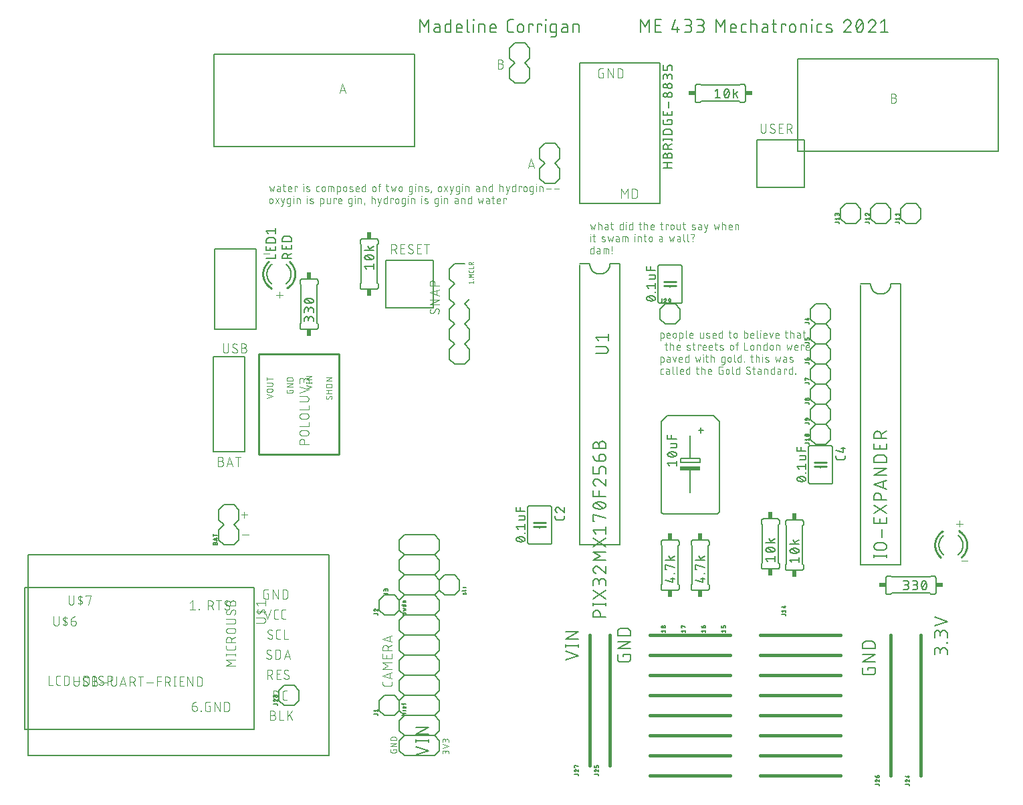
<source format=gto>
G04 EAGLE Gerber RS-274X export*
G75*
%MOMM*%
%FSLAX34Y34*%
%LPD*%
%INTop Silkscreen*%
%IPPOS*%
%AMOC8*
5,1,8,0,0,1.08239X$1,22.5*%
G01*
%ADD10C,0.152400*%
%ADD11C,0.406400*%
%ADD12C,0.101600*%
%ADD13C,0.076200*%
%ADD14C,0.177800*%
%ADD15C,0.127000*%
%ADD16C,0.203200*%
%ADD17C,0.254000*%
%ADD18R,0.609600X0.863600*%
%ADD19C,0.050800*%
%ADD20R,2.540000X0.508000*%
%ADD21R,0.863600X0.609600*%


D10*
X6350Y821690D02*
X6350Y938530D01*
X260350Y938530D01*
X260350Y821690D01*
X6350Y821690D01*
X745490Y815340D02*
X745490Y932180D01*
X999490Y932180D01*
X999490Y815340D01*
X745490Y815340D01*
D11*
X660400Y203200D02*
X558800Y203200D01*
X558800Y177800D02*
X660400Y177800D01*
X660400Y152400D02*
X558800Y152400D01*
X558800Y127000D02*
X660400Y127000D01*
X660400Y101600D02*
X558800Y101600D01*
X558800Y76200D02*
X660400Y76200D01*
X660400Y50800D02*
X558800Y50800D01*
X558800Y25400D02*
X660400Y25400D01*
X698500Y25400D02*
X800100Y25400D01*
X800100Y50800D02*
X698500Y50800D01*
X698500Y76200D02*
X800100Y76200D01*
X800100Y101600D02*
X698500Y101600D01*
X698500Y127000D02*
X800100Y127000D01*
X800100Y152400D02*
X698500Y152400D01*
X698500Y177800D02*
X800100Y177800D01*
X800100Y203200D02*
X698500Y203200D01*
X508000Y203200D02*
X508000Y38100D01*
X482600Y38100D02*
X482600Y203200D01*
X863600Y203200D02*
X863600Y25400D01*
X901700Y25400D02*
X901700Y203200D01*
D10*
X935228Y183078D02*
X935228Y178562D01*
X935228Y183078D02*
X935226Y183211D01*
X935220Y183343D01*
X935210Y183475D01*
X935197Y183607D01*
X935179Y183739D01*
X935158Y183869D01*
X935133Y184000D01*
X935104Y184129D01*
X935071Y184257D01*
X935035Y184385D01*
X934995Y184511D01*
X934951Y184636D01*
X934903Y184760D01*
X934852Y184882D01*
X934797Y185003D01*
X934739Y185122D01*
X934677Y185240D01*
X934612Y185355D01*
X934543Y185469D01*
X934472Y185580D01*
X934396Y185689D01*
X934318Y185796D01*
X934237Y185901D01*
X934152Y186003D01*
X934065Y186103D01*
X933975Y186200D01*
X933882Y186295D01*
X933786Y186386D01*
X933688Y186475D01*
X933587Y186561D01*
X933483Y186644D01*
X933377Y186724D01*
X933269Y186800D01*
X933159Y186874D01*
X933046Y186944D01*
X932932Y187011D01*
X932815Y187074D01*
X932697Y187134D01*
X932577Y187191D01*
X932455Y187244D01*
X932332Y187293D01*
X932208Y187339D01*
X932082Y187381D01*
X931955Y187419D01*
X931827Y187454D01*
X931698Y187485D01*
X931569Y187512D01*
X931438Y187535D01*
X931307Y187555D01*
X931175Y187570D01*
X931043Y187582D01*
X930911Y187590D01*
X930778Y187594D01*
X930646Y187594D01*
X930513Y187590D01*
X930381Y187582D01*
X930249Y187570D01*
X930117Y187555D01*
X929986Y187535D01*
X929855Y187512D01*
X929726Y187485D01*
X929597Y187454D01*
X929469Y187419D01*
X929342Y187381D01*
X929216Y187339D01*
X929092Y187293D01*
X928969Y187244D01*
X928847Y187191D01*
X928727Y187134D01*
X928609Y187074D01*
X928492Y187011D01*
X928378Y186944D01*
X928265Y186874D01*
X928155Y186800D01*
X928047Y186724D01*
X927941Y186644D01*
X927837Y186561D01*
X927736Y186475D01*
X927638Y186386D01*
X927542Y186295D01*
X927449Y186200D01*
X927359Y186103D01*
X927272Y186003D01*
X927187Y185901D01*
X927106Y185796D01*
X927028Y185689D01*
X926952Y185580D01*
X926881Y185469D01*
X926812Y185355D01*
X926747Y185240D01*
X926685Y185122D01*
X926627Y185003D01*
X926572Y184882D01*
X926521Y184760D01*
X926473Y184636D01*
X926429Y184511D01*
X926389Y184385D01*
X926353Y184257D01*
X926320Y184129D01*
X926291Y184000D01*
X926266Y183869D01*
X926245Y183739D01*
X926227Y183607D01*
X926214Y183475D01*
X926204Y183343D01*
X926198Y183211D01*
X926196Y183078D01*
X918972Y183981D02*
X918972Y178562D01*
X918972Y183981D02*
X918974Y184100D01*
X918980Y184220D01*
X918990Y184339D01*
X919004Y184457D01*
X919021Y184576D01*
X919043Y184693D01*
X919068Y184810D01*
X919098Y184925D01*
X919131Y185040D01*
X919168Y185154D01*
X919208Y185266D01*
X919253Y185377D01*
X919301Y185486D01*
X919352Y185594D01*
X919407Y185700D01*
X919466Y185804D01*
X919528Y185906D01*
X919593Y186006D01*
X919662Y186104D01*
X919734Y186200D01*
X919809Y186293D01*
X919886Y186383D01*
X919967Y186471D01*
X920051Y186556D01*
X920138Y186638D01*
X920227Y186718D01*
X920319Y186794D01*
X920413Y186868D01*
X920510Y186938D01*
X920608Y187005D01*
X920709Y187069D01*
X920813Y187129D01*
X920918Y187186D01*
X921025Y187239D01*
X921133Y187289D01*
X921243Y187335D01*
X921355Y187377D01*
X921468Y187416D01*
X921582Y187451D01*
X921697Y187482D01*
X921814Y187510D01*
X921931Y187533D01*
X922048Y187553D01*
X922167Y187569D01*
X922286Y187581D01*
X922405Y187589D01*
X922524Y187593D01*
X922644Y187593D01*
X922763Y187589D01*
X922882Y187581D01*
X923001Y187569D01*
X923120Y187553D01*
X923237Y187533D01*
X923354Y187510D01*
X923471Y187482D01*
X923586Y187451D01*
X923700Y187416D01*
X923813Y187377D01*
X923925Y187335D01*
X924035Y187289D01*
X924143Y187239D01*
X924250Y187186D01*
X924355Y187129D01*
X924459Y187069D01*
X924560Y187005D01*
X924658Y186938D01*
X924755Y186868D01*
X924849Y186794D01*
X924941Y186718D01*
X925030Y186638D01*
X925117Y186556D01*
X925201Y186471D01*
X925282Y186383D01*
X925359Y186293D01*
X925434Y186200D01*
X925506Y186104D01*
X925575Y186006D01*
X925640Y185906D01*
X925702Y185804D01*
X925761Y185700D01*
X925816Y185594D01*
X925867Y185486D01*
X925915Y185377D01*
X925960Y185266D01*
X926000Y185154D01*
X926037Y185040D01*
X926070Y184925D01*
X926100Y184810D01*
X926125Y184693D01*
X926147Y184576D01*
X926164Y184457D01*
X926178Y184339D01*
X926188Y184220D01*
X926194Y184100D01*
X926196Y183981D01*
X926197Y183981D02*
X926197Y180368D01*
X934325Y193568D02*
X935228Y193568D01*
X934325Y193568D02*
X934325Y194471D01*
X935228Y194471D01*
X935228Y193568D01*
X935228Y200446D02*
X935228Y204961D01*
X935226Y205094D01*
X935220Y205226D01*
X935210Y205358D01*
X935197Y205490D01*
X935179Y205622D01*
X935158Y205752D01*
X935133Y205883D01*
X935104Y206012D01*
X935071Y206140D01*
X935035Y206268D01*
X934995Y206394D01*
X934951Y206519D01*
X934903Y206643D01*
X934852Y206765D01*
X934797Y206886D01*
X934739Y207005D01*
X934677Y207123D01*
X934612Y207238D01*
X934543Y207352D01*
X934472Y207463D01*
X934396Y207572D01*
X934318Y207679D01*
X934237Y207784D01*
X934152Y207886D01*
X934065Y207986D01*
X933975Y208083D01*
X933882Y208178D01*
X933786Y208269D01*
X933688Y208358D01*
X933587Y208444D01*
X933483Y208527D01*
X933377Y208607D01*
X933269Y208683D01*
X933159Y208757D01*
X933046Y208827D01*
X932932Y208894D01*
X932815Y208957D01*
X932697Y209017D01*
X932577Y209074D01*
X932455Y209127D01*
X932332Y209176D01*
X932208Y209222D01*
X932082Y209264D01*
X931955Y209302D01*
X931827Y209337D01*
X931698Y209368D01*
X931569Y209395D01*
X931438Y209418D01*
X931307Y209438D01*
X931175Y209453D01*
X931043Y209465D01*
X930911Y209473D01*
X930778Y209477D01*
X930646Y209477D01*
X930513Y209473D01*
X930381Y209465D01*
X930249Y209453D01*
X930117Y209438D01*
X929986Y209418D01*
X929855Y209395D01*
X929726Y209368D01*
X929597Y209337D01*
X929469Y209302D01*
X929342Y209264D01*
X929216Y209222D01*
X929092Y209176D01*
X928969Y209127D01*
X928847Y209074D01*
X928727Y209017D01*
X928609Y208957D01*
X928492Y208894D01*
X928378Y208827D01*
X928265Y208757D01*
X928155Y208683D01*
X928047Y208607D01*
X927941Y208527D01*
X927837Y208444D01*
X927736Y208358D01*
X927638Y208269D01*
X927542Y208178D01*
X927449Y208083D01*
X927359Y207986D01*
X927272Y207886D01*
X927187Y207784D01*
X927106Y207679D01*
X927028Y207572D01*
X926952Y207463D01*
X926881Y207352D01*
X926812Y207238D01*
X926747Y207123D01*
X926685Y207005D01*
X926627Y206886D01*
X926572Y206765D01*
X926521Y206643D01*
X926473Y206519D01*
X926429Y206394D01*
X926389Y206268D01*
X926353Y206140D01*
X926320Y206012D01*
X926291Y205883D01*
X926266Y205752D01*
X926245Y205622D01*
X926227Y205490D01*
X926214Y205358D01*
X926204Y205226D01*
X926198Y205094D01*
X926196Y204961D01*
X918972Y205864D02*
X918972Y200446D01*
X918972Y205864D02*
X918974Y205983D01*
X918980Y206103D01*
X918990Y206222D01*
X919004Y206340D01*
X919021Y206459D01*
X919043Y206576D01*
X919068Y206693D01*
X919098Y206808D01*
X919131Y206923D01*
X919168Y207037D01*
X919208Y207149D01*
X919253Y207260D01*
X919301Y207369D01*
X919352Y207477D01*
X919407Y207583D01*
X919466Y207687D01*
X919528Y207789D01*
X919593Y207889D01*
X919662Y207987D01*
X919734Y208083D01*
X919809Y208176D01*
X919886Y208266D01*
X919967Y208354D01*
X920051Y208439D01*
X920138Y208521D01*
X920227Y208601D01*
X920319Y208677D01*
X920413Y208751D01*
X920510Y208821D01*
X920608Y208888D01*
X920709Y208952D01*
X920813Y209012D01*
X920918Y209069D01*
X921025Y209122D01*
X921133Y209172D01*
X921243Y209218D01*
X921355Y209260D01*
X921468Y209299D01*
X921582Y209334D01*
X921697Y209365D01*
X921814Y209393D01*
X921931Y209416D01*
X922048Y209436D01*
X922167Y209452D01*
X922286Y209464D01*
X922405Y209472D01*
X922524Y209476D01*
X922644Y209476D01*
X922763Y209472D01*
X922882Y209464D01*
X923001Y209452D01*
X923120Y209436D01*
X923237Y209416D01*
X923354Y209393D01*
X923471Y209365D01*
X923586Y209334D01*
X923700Y209299D01*
X923813Y209260D01*
X923925Y209218D01*
X924035Y209172D01*
X924143Y209122D01*
X924250Y209069D01*
X924355Y209012D01*
X924459Y208952D01*
X924560Y208888D01*
X924658Y208821D01*
X924755Y208751D01*
X924849Y208677D01*
X924941Y208601D01*
X925030Y208521D01*
X925117Y208439D01*
X925201Y208354D01*
X925282Y208266D01*
X925359Y208176D01*
X925434Y208083D01*
X925506Y207987D01*
X925575Y207889D01*
X925640Y207789D01*
X925702Y207687D01*
X925761Y207583D01*
X925816Y207477D01*
X925867Y207369D01*
X925915Y207260D01*
X925960Y207149D01*
X926000Y207037D01*
X926037Y206923D01*
X926070Y206808D01*
X926100Y206693D01*
X926125Y206576D01*
X926147Y206459D01*
X926164Y206340D01*
X926178Y206222D01*
X926188Y206103D01*
X926194Y205983D01*
X926196Y205864D01*
X926197Y205864D02*
X926197Y202252D01*
X918972Y215174D02*
X935228Y220592D01*
X918972Y226011D01*
X834757Y162193D02*
X834757Y159484D01*
X834757Y162193D02*
X843788Y162193D01*
X843788Y156774D01*
X843786Y156656D01*
X843780Y156538D01*
X843771Y156420D01*
X843757Y156303D01*
X843740Y156186D01*
X843719Y156069D01*
X843694Y155954D01*
X843665Y155839D01*
X843632Y155725D01*
X843596Y155613D01*
X843556Y155502D01*
X843513Y155392D01*
X843466Y155283D01*
X843416Y155176D01*
X843361Y155071D01*
X843304Y154968D01*
X843243Y154867D01*
X843179Y154767D01*
X843112Y154670D01*
X843042Y154575D01*
X842968Y154483D01*
X842892Y154392D01*
X842812Y154305D01*
X842730Y154220D01*
X842645Y154138D01*
X842558Y154058D01*
X842467Y153982D01*
X842375Y153908D01*
X842280Y153838D01*
X842183Y153771D01*
X842083Y153707D01*
X841982Y153646D01*
X841879Y153589D01*
X841774Y153534D01*
X841667Y153484D01*
X841558Y153437D01*
X841448Y153394D01*
X841337Y153354D01*
X841225Y153318D01*
X841111Y153285D01*
X840996Y153256D01*
X840881Y153231D01*
X840764Y153210D01*
X840647Y153193D01*
X840530Y153179D01*
X840412Y153170D01*
X840294Y153164D01*
X840176Y153162D01*
X831144Y153162D01*
X831026Y153164D01*
X830908Y153170D01*
X830790Y153179D01*
X830672Y153193D01*
X830555Y153210D01*
X830439Y153231D01*
X830324Y153256D01*
X830209Y153285D01*
X830095Y153318D01*
X829983Y153354D01*
X829871Y153394D01*
X829761Y153437D01*
X829653Y153484D01*
X829546Y153535D01*
X829441Y153589D01*
X829338Y153646D01*
X829236Y153707D01*
X829137Y153771D01*
X829040Y153838D01*
X828945Y153909D01*
X828852Y153982D01*
X828762Y154059D01*
X828674Y154138D01*
X828589Y154220D01*
X828507Y154305D01*
X828428Y154393D01*
X828351Y154483D01*
X828278Y154576D01*
X828207Y154670D01*
X828140Y154768D01*
X828076Y154867D01*
X828015Y154968D01*
X827958Y155072D01*
X827904Y155177D01*
X827853Y155284D01*
X827806Y155392D01*
X827763Y155502D01*
X827723Y155614D01*
X827687Y155726D01*
X827654Y155840D01*
X827625Y155955D01*
X827600Y156070D01*
X827579Y156186D01*
X827562Y156303D01*
X827548Y156421D01*
X827539Y156539D01*
X827533Y156657D01*
X827531Y156775D01*
X827532Y156774D02*
X827532Y162193D01*
X827532Y169835D02*
X843788Y169835D01*
X843788Y178866D02*
X827532Y169835D01*
X827532Y178866D02*
X843788Y178866D01*
X843788Y186509D02*
X827532Y186509D01*
X827532Y191024D01*
X827534Y191155D01*
X827540Y191287D01*
X827549Y191418D01*
X827563Y191548D01*
X827580Y191679D01*
X827601Y191808D01*
X827625Y191937D01*
X827654Y192065D01*
X827686Y192193D01*
X827722Y192319D01*
X827761Y192444D01*
X827804Y192569D01*
X827851Y192691D01*
X827901Y192813D01*
X827955Y192933D01*
X828012Y193051D01*
X828073Y193167D01*
X828137Y193282D01*
X828204Y193395D01*
X828275Y193506D01*
X828349Y193614D01*
X828426Y193721D01*
X828506Y193825D01*
X828589Y193927D01*
X828674Y194026D01*
X828763Y194123D01*
X828855Y194217D01*
X828949Y194309D01*
X829046Y194398D01*
X829145Y194483D01*
X829247Y194566D01*
X829351Y194646D01*
X829458Y194723D01*
X829566Y194797D01*
X829677Y194868D01*
X829790Y194935D01*
X829905Y194999D01*
X830021Y195060D01*
X830139Y195117D01*
X830259Y195171D01*
X830381Y195221D01*
X830503Y195268D01*
X830628Y195311D01*
X830753Y195350D01*
X830879Y195386D01*
X831007Y195418D01*
X831135Y195447D01*
X831264Y195471D01*
X831393Y195492D01*
X831524Y195509D01*
X831654Y195523D01*
X831785Y195532D01*
X831917Y195538D01*
X832048Y195540D01*
X839272Y195540D01*
X839403Y195538D01*
X839535Y195532D01*
X839666Y195523D01*
X839796Y195509D01*
X839927Y195492D01*
X840056Y195471D01*
X840185Y195447D01*
X840313Y195418D01*
X840441Y195386D01*
X840567Y195350D01*
X840692Y195311D01*
X840817Y195268D01*
X840939Y195221D01*
X841061Y195171D01*
X841181Y195117D01*
X841299Y195060D01*
X841415Y194999D01*
X841530Y194935D01*
X841643Y194868D01*
X841754Y194797D01*
X841862Y194723D01*
X841969Y194646D01*
X842073Y194566D01*
X842175Y194483D01*
X842274Y194398D01*
X842371Y194309D01*
X842465Y194217D01*
X842557Y194123D01*
X842646Y194026D01*
X842731Y193927D01*
X842814Y193825D01*
X842894Y193721D01*
X842971Y193614D01*
X843045Y193506D01*
X843116Y193395D01*
X843183Y193282D01*
X843247Y193167D01*
X843308Y193051D01*
X843365Y192933D01*
X843419Y192813D01*
X843469Y192691D01*
X843516Y192569D01*
X843559Y192444D01*
X843598Y192319D01*
X843634Y192193D01*
X843666Y192065D01*
X843695Y191937D01*
X843719Y191808D01*
X843740Y191678D01*
X843757Y191548D01*
X843771Y191418D01*
X843780Y191287D01*
X843786Y191155D01*
X843788Y191024D01*
X843788Y186509D01*
X278638Y56981D02*
X262382Y51562D01*
X262382Y62399D02*
X278638Y56981D01*
X278638Y69486D02*
X262382Y69486D01*
X278638Y67679D02*
X278638Y71292D01*
X262382Y71292D02*
X262382Y67679D01*
X262382Y77996D02*
X278638Y77996D01*
X278638Y87027D02*
X262382Y77996D01*
X262382Y87027D02*
X278638Y87027D01*
X451612Y172212D02*
X467868Y177631D01*
X451612Y183049D01*
X451612Y190136D02*
X467868Y190136D01*
X467868Y191942D02*
X467868Y188329D01*
X451612Y188329D02*
X451612Y191942D01*
X451612Y198646D02*
X467868Y198646D01*
X467868Y207677D02*
X451612Y198646D01*
X451612Y207677D02*
X467868Y207677D01*
X524877Y178703D02*
X524877Y175994D01*
X524877Y178703D02*
X533908Y178703D01*
X533908Y173284D01*
X533906Y173166D01*
X533900Y173048D01*
X533891Y172930D01*
X533877Y172813D01*
X533860Y172696D01*
X533839Y172579D01*
X533814Y172464D01*
X533785Y172349D01*
X533752Y172235D01*
X533716Y172123D01*
X533676Y172012D01*
X533633Y171902D01*
X533586Y171793D01*
X533536Y171686D01*
X533481Y171581D01*
X533424Y171478D01*
X533363Y171377D01*
X533299Y171277D01*
X533232Y171180D01*
X533162Y171085D01*
X533088Y170993D01*
X533012Y170902D01*
X532932Y170815D01*
X532850Y170730D01*
X532765Y170648D01*
X532678Y170568D01*
X532587Y170492D01*
X532495Y170418D01*
X532400Y170348D01*
X532303Y170281D01*
X532203Y170217D01*
X532102Y170156D01*
X531999Y170099D01*
X531894Y170044D01*
X531787Y169994D01*
X531678Y169947D01*
X531568Y169904D01*
X531457Y169864D01*
X531345Y169828D01*
X531231Y169795D01*
X531116Y169766D01*
X531001Y169741D01*
X530884Y169720D01*
X530767Y169703D01*
X530650Y169689D01*
X530532Y169680D01*
X530414Y169674D01*
X530296Y169672D01*
X521264Y169672D01*
X521146Y169674D01*
X521028Y169680D01*
X520910Y169689D01*
X520792Y169703D01*
X520675Y169720D01*
X520559Y169741D01*
X520444Y169766D01*
X520329Y169795D01*
X520215Y169828D01*
X520103Y169864D01*
X519991Y169904D01*
X519881Y169947D01*
X519773Y169994D01*
X519666Y170045D01*
X519561Y170099D01*
X519458Y170156D01*
X519356Y170217D01*
X519257Y170281D01*
X519160Y170348D01*
X519065Y170419D01*
X518972Y170492D01*
X518882Y170569D01*
X518794Y170648D01*
X518709Y170730D01*
X518627Y170815D01*
X518548Y170903D01*
X518471Y170993D01*
X518398Y171086D01*
X518327Y171180D01*
X518260Y171278D01*
X518196Y171377D01*
X518135Y171478D01*
X518078Y171582D01*
X518024Y171687D01*
X517973Y171794D01*
X517926Y171902D01*
X517883Y172012D01*
X517843Y172124D01*
X517807Y172236D01*
X517774Y172350D01*
X517745Y172465D01*
X517720Y172580D01*
X517699Y172696D01*
X517682Y172813D01*
X517668Y172931D01*
X517659Y173049D01*
X517653Y173167D01*
X517651Y173285D01*
X517652Y173284D02*
X517652Y178703D01*
X517652Y186345D02*
X533908Y186345D01*
X533908Y195376D02*
X517652Y186345D01*
X517652Y195376D02*
X533908Y195376D01*
X533908Y203019D02*
X517652Y203019D01*
X517652Y207534D01*
X517654Y207665D01*
X517660Y207797D01*
X517669Y207928D01*
X517683Y208058D01*
X517700Y208189D01*
X517721Y208318D01*
X517745Y208447D01*
X517774Y208575D01*
X517806Y208703D01*
X517842Y208829D01*
X517881Y208954D01*
X517924Y209079D01*
X517971Y209201D01*
X518021Y209323D01*
X518075Y209443D01*
X518132Y209561D01*
X518193Y209677D01*
X518257Y209792D01*
X518324Y209905D01*
X518395Y210016D01*
X518469Y210124D01*
X518546Y210231D01*
X518626Y210335D01*
X518709Y210437D01*
X518794Y210536D01*
X518883Y210633D01*
X518975Y210727D01*
X519069Y210819D01*
X519166Y210908D01*
X519265Y210993D01*
X519367Y211076D01*
X519471Y211156D01*
X519578Y211233D01*
X519686Y211307D01*
X519797Y211378D01*
X519910Y211445D01*
X520025Y211509D01*
X520141Y211570D01*
X520259Y211627D01*
X520379Y211681D01*
X520501Y211731D01*
X520623Y211778D01*
X520748Y211821D01*
X520873Y211860D01*
X520999Y211896D01*
X521127Y211928D01*
X521255Y211957D01*
X521384Y211981D01*
X521513Y212002D01*
X521644Y212019D01*
X521774Y212033D01*
X521905Y212042D01*
X522037Y212048D01*
X522168Y212050D01*
X529392Y212050D01*
X529523Y212048D01*
X529655Y212042D01*
X529786Y212033D01*
X529916Y212019D01*
X530047Y212002D01*
X530176Y211981D01*
X530305Y211957D01*
X530433Y211928D01*
X530561Y211896D01*
X530687Y211860D01*
X530812Y211821D01*
X530937Y211778D01*
X531059Y211731D01*
X531181Y211681D01*
X531301Y211627D01*
X531419Y211570D01*
X531535Y211509D01*
X531650Y211445D01*
X531763Y211378D01*
X531874Y211307D01*
X531982Y211233D01*
X532089Y211156D01*
X532193Y211076D01*
X532295Y210993D01*
X532394Y210908D01*
X532491Y210819D01*
X532585Y210727D01*
X532677Y210633D01*
X532766Y210536D01*
X532851Y210437D01*
X532934Y210335D01*
X533014Y210231D01*
X533091Y210124D01*
X533165Y210016D01*
X533236Y209905D01*
X533303Y209792D01*
X533367Y209677D01*
X533428Y209561D01*
X533485Y209443D01*
X533539Y209323D01*
X533589Y209201D01*
X533636Y209079D01*
X533679Y208954D01*
X533718Y208829D01*
X533754Y208703D01*
X533786Y208575D01*
X533815Y208447D01*
X533839Y208318D01*
X533860Y208188D01*
X533877Y208058D01*
X533891Y207928D01*
X533900Y207797D01*
X533906Y207665D01*
X533908Y207534D01*
X533908Y203019D01*
X267462Y965962D02*
X267462Y982218D01*
X272881Y973187D01*
X278299Y982218D01*
X278299Y965962D01*
X288508Y972284D02*
X292572Y972284D01*
X288508Y972284D02*
X288396Y972282D01*
X288285Y972276D01*
X288174Y972266D01*
X288063Y972253D01*
X287953Y972235D01*
X287844Y972213D01*
X287735Y972188D01*
X287627Y972159D01*
X287521Y972126D01*
X287415Y972089D01*
X287311Y972049D01*
X287209Y972005D01*
X287108Y971957D01*
X287009Y971906D01*
X286911Y971851D01*
X286816Y971793D01*
X286723Y971732D01*
X286632Y971667D01*
X286543Y971599D01*
X286457Y971528D01*
X286374Y971455D01*
X286293Y971378D01*
X286214Y971298D01*
X286139Y971216D01*
X286067Y971131D01*
X285997Y971044D01*
X285931Y970954D01*
X285868Y970862D01*
X285808Y970767D01*
X285752Y970671D01*
X285699Y970573D01*
X285650Y970473D01*
X285604Y970371D01*
X285562Y970268D01*
X285523Y970163D01*
X285488Y970057D01*
X285457Y969950D01*
X285430Y969842D01*
X285406Y969733D01*
X285387Y969623D01*
X285371Y969513D01*
X285359Y969402D01*
X285351Y969290D01*
X285347Y969179D01*
X285347Y969067D01*
X285351Y968956D01*
X285359Y968844D01*
X285371Y968733D01*
X285387Y968623D01*
X285406Y968513D01*
X285430Y968404D01*
X285457Y968296D01*
X285488Y968189D01*
X285523Y968083D01*
X285562Y967978D01*
X285604Y967875D01*
X285650Y967773D01*
X285699Y967673D01*
X285752Y967575D01*
X285808Y967479D01*
X285868Y967384D01*
X285931Y967292D01*
X285997Y967202D01*
X286067Y967115D01*
X286139Y967030D01*
X286214Y966948D01*
X286293Y966868D01*
X286374Y966791D01*
X286457Y966718D01*
X286543Y966647D01*
X286632Y966579D01*
X286723Y966514D01*
X286816Y966453D01*
X286911Y966395D01*
X287009Y966340D01*
X287108Y966289D01*
X287209Y966241D01*
X287311Y966197D01*
X287415Y966157D01*
X287521Y966120D01*
X287627Y966087D01*
X287735Y966058D01*
X287844Y966033D01*
X287953Y966011D01*
X288063Y965993D01*
X288174Y965980D01*
X288285Y965970D01*
X288396Y965964D01*
X288508Y965962D01*
X292572Y965962D01*
X292572Y974090D01*
X292570Y974191D01*
X292564Y974292D01*
X292555Y974393D01*
X292542Y974494D01*
X292525Y974594D01*
X292504Y974693D01*
X292480Y974791D01*
X292452Y974888D01*
X292420Y974985D01*
X292385Y975080D01*
X292346Y975173D01*
X292304Y975265D01*
X292258Y975356D01*
X292209Y975445D01*
X292157Y975531D01*
X292101Y975616D01*
X292043Y975699D01*
X291981Y975779D01*
X291916Y975857D01*
X291849Y975933D01*
X291779Y976006D01*
X291706Y976076D01*
X291630Y976143D01*
X291552Y976208D01*
X291472Y976270D01*
X291389Y976328D01*
X291304Y976384D01*
X291218Y976436D01*
X291129Y976485D01*
X291038Y976531D01*
X290946Y976573D01*
X290853Y976612D01*
X290758Y976647D01*
X290661Y976679D01*
X290564Y976707D01*
X290466Y976731D01*
X290367Y976752D01*
X290267Y976769D01*
X290166Y976782D01*
X290065Y976791D01*
X289964Y976797D01*
X289863Y976799D01*
X286250Y976799D01*
X306640Y982218D02*
X306640Y965962D01*
X302125Y965962D01*
X302024Y965964D01*
X301923Y965970D01*
X301822Y965979D01*
X301721Y965992D01*
X301621Y966009D01*
X301522Y966030D01*
X301424Y966054D01*
X301327Y966082D01*
X301230Y966114D01*
X301135Y966149D01*
X301042Y966188D01*
X300950Y966230D01*
X300859Y966276D01*
X300771Y966325D01*
X300684Y966377D01*
X300599Y966433D01*
X300516Y966491D01*
X300436Y966553D01*
X300358Y966618D01*
X300282Y966685D01*
X300209Y966755D01*
X300139Y966828D01*
X300072Y966904D01*
X300007Y966982D01*
X299945Y967062D01*
X299887Y967145D01*
X299831Y967230D01*
X299779Y967317D01*
X299730Y967405D01*
X299684Y967496D01*
X299642Y967588D01*
X299603Y967681D01*
X299568Y967776D01*
X299536Y967873D01*
X299508Y967970D01*
X299484Y968068D01*
X299463Y968167D01*
X299446Y968267D01*
X299433Y968368D01*
X299424Y968469D01*
X299418Y968570D01*
X299416Y968671D01*
X299415Y968671D02*
X299415Y974090D01*
X299416Y974090D02*
X299418Y974191D01*
X299424Y974292D01*
X299433Y974393D01*
X299446Y974494D01*
X299463Y974594D01*
X299484Y974693D01*
X299508Y974791D01*
X299536Y974888D01*
X299568Y974985D01*
X299603Y975080D01*
X299642Y975173D01*
X299684Y975265D01*
X299730Y975356D01*
X299779Y975445D01*
X299831Y975531D01*
X299887Y975616D01*
X299945Y975699D01*
X300007Y975779D01*
X300072Y975857D01*
X300139Y975933D01*
X300209Y976006D01*
X300282Y976076D01*
X300358Y976143D01*
X300436Y976208D01*
X300516Y976270D01*
X300599Y976328D01*
X300684Y976384D01*
X300771Y976436D01*
X300859Y976485D01*
X300950Y976531D01*
X301042Y976573D01*
X301135Y976612D01*
X301230Y976647D01*
X301327Y976679D01*
X301424Y976707D01*
X301522Y976731D01*
X301621Y976752D01*
X301721Y976769D01*
X301822Y976782D01*
X301923Y976791D01*
X302024Y976797D01*
X302125Y976799D01*
X306640Y976799D01*
X316266Y965962D02*
X320782Y965962D01*
X316266Y965962D02*
X316165Y965964D01*
X316064Y965970D01*
X315963Y965979D01*
X315862Y965992D01*
X315762Y966009D01*
X315663Y966030D01*
X315565Y966054D01*
X315468Y966082D01*
X315371Y966114D01*
X315276Y966149D01*
X315183Y966188D01*
X315091Y966230D01*
X315000Y966276D01*
X314912Y966325D01*
X314825Y966377D01*
X314740Y966433D01*
X314657Y966491D01*
X314577Y966553D01*
X314499Y966618D01*
X314423Y966685D01*
X314350Y966755D01*
X314280Y966828D01*
X314213Y966904D01*
X314148Y966982D01*
X314086Y967062D01*
X314028Y967145D01*
X313972Y967230D01*
X313920Y967317D01*
X313871Y967405D01*
X313825Y967496D01*
X313783Y967588D01*
X313744Y967681D01*
X313709Y967776D01*
X313677Y967873D01*
X313649Y967970D01*
X313625Y968068D01*
X313604Y968167D01*
X313587Y968267D01*
X313574Y968368D01*
X313565Y968469D01*
X313559Y968570D01*
X313557Y968671D01*
X313557Y973187D01*
X313559Y973306D01*
X313565Y973426D01*
X313575Y973545D01*
X313589Y973663D01*
X313606Y973782D01*
X313628Y973899D01*
X313653Y974016D01*
X313683Y974131D01*
X313716Y974246D01*
X313753Y974360D01*
X313793Y974472D01*
X313838Y974583D01*
X313886Y974692D01*
X313937Y974800D01*
X313992Y974906D01*
X314051Y975010D01*
X314113Y975112D01*
X314178Y975212D01*
X314247Y975310D01*
X314319Y975406D01*
X314394Y975499D01*
X314471Y975589D01*
X314552Y975677D01*
X314636Y975762D01*
X314723Y975844D01*
X314812Y975924D01*
X314904Y976000D01*
X314998Y976074D01*
X315095Y976144D01*
X315193Y976211D01*
X315294Y976275D01*
X315398Y976335D01*
X315503Y976392D01*
X315610Y976445D01*
X315718Y976495D01*
X315828Y976541D01*
X315940Y976583D01*
X316053Y976622D01*
X316167Y976657D01*
X316282Y976688D01*
X316399Y976716D01*
X316516Y976739D01*
X316633Y976759D01*
X316752Y976775D01*
X316871Y976787D01*
X316990Y976795D01*
X317109Y976799D01*
X317229Y976799D01*
X317348Y976795D01*
X317467Y976787D01*
X317586Y976775D01*
X317705Y976759D01*
X317822Y976739D01*
X317939Y976716D01*
X318056Y976688D01*
X318171Y976657D01*
X318285Y976622D01*
X318398Y976583D01*
X318510Y976541D01*
X318620Y976495D01*
X318728Y976445D01*
X318835Y976392D01*
X318940Y976335D01*
X319044Y976275D01*
X319145Y976211D01*
X319243Y976144D01*
X319340Y976074D01*
X319434Y976000D01*
X319526Y975924D01*
X319615Y975844D01*
X319702Y975762D01*
X319786Y975677D01*
X319867Y975589D01*
X319944Y975499D01*
X320019Y975406D01*
X320091Y975310D01*
X320160Y975212D01*
X320225Y975112D01*
X320287Y975010D01*
X320346Y974906D01*
X320401Y974800D01*
X320452Y974692D01*
X320500Y974583D01*
X320545Y974472D01*
X320585Y974360D01*
X320622Y974246D01*
X320655Y974131D01*
X320685Y974016D01*
X320710Y973899D01*
X320732Y973782D01*
X320749Y973663D01*
X320763Y973545D01*
X320773Y973426D01*
X320779Y973306D01*
X320781Y973187D01*
X320782Y973187D02*
X320782Y971381D01*
X313557Y971381D01*
X327341Y968671D02*
X327341Y982218D01*
X327341Y968671D02*
X327343Y968570D01*
X327349Y968469D01*
X327358Y968368D01*
X327371Y968267D01*
X327388Y968167D01*
X327409Y968068D01*
X327433Y967970D01*
X327461Y967873D01*
X327493Y967776D01*
X327528Y967681D01*
X327567Y967588D01*
X327609Y967496D01*
X327655Y967405D01*
X327704Y967317D01*
X327756Y967230D01*
X327812Y967145D01*
X327870Y967062D01*
X327932Y966982D01*
X327997Y966904D01*
X328064Y966828D01*
X328134Y966755D01*
X328207Y966685D01*
X328283Y966618D01*
X328361Y966553D01*
X328441Y966491D01*
X328524Y966433D01*
X328609Y966377D01*
X328696Y966325D01*
X328784Y966276D01*
X328875Y966230D01*
X328967Y966188D01*
X329060Y966149D01*
X329155Y966114D01*
X329252Y966082D01*
X329349Y966054D01*
X329447Y966030D01*
X329546Y966009D01*
X329646Y965992D01*
X329747Y965979D01*
X329848Y965970D01*
X329949Y965964D01*
X330050Y965962D01*
X335406Y965962D02*
X335406Y976799D01*
X334954Y981315D02*
X334954Y982218D01*
X335857Y982218D01*
X335857Y981315D01*
X334954Y981315D01*
X342214Y976799D02*
X342214Y965962D01*
X342214Y976799D02*
X346729Y976799D01*
X346833Y976797D01*
X346936Y976791D01*
X347040Y976781D01*
X347143Y976767D01*
X347245Y976749D01*
X347346Y976728D01*
X347447Y976702D01*
X347546Y976673D01*
X347645Y976640D01*
X347742Y976603D01*
X347837Y976562D01*
X347931Y976518D01*
X348023Y976470D01*
X348113Y976419D01*
X348202Y976364D01*
X348288Y976306D01*
X348371Y976244D01*
X348453Y976180D01*
X348531Y976112D01*
X348607Y976042D01*
X348681Y975969D01*
X348751Y975892D01*
X348819Y975814D01*
X348883Y975732D01*
X348945Y975649D01*
X349003Y975563D01*
X349058Y975474D01*
X349109Y975384D01*
X349157Y975292D01*
X349201Y975198D01*
X349242Y975103D01*
X349279Y975006D01*
X349312Y974907D01*
X349341Y974808D01*
X349367Y974707D01*
X349388Y974606D01*
X349406Y974504D01*
X349420Y974401D01*
X349430Y974297D01*
X349436Y974194D01*
X349438Y974090D01*
X349439Y974090D02*
X349439Y965962D01*
X358991Y965962D02*
X363507Y965962D01*
X358991Y965962D02*
X358890Y965964D01*
X358789Y965970D01*
X358688Y965979D01*
X358587Y965992D01*
X358487Y966009D01*
X358388Y966030D01*
X358290Y966054D01*
X358193Y966082D01*
X358096Y966114D01*
X358001Y966149D01*
X357908Y966188D01*
X357816Y966230D01*
X357725Y966276D01*
X357637Y966325D01*
X357550Y966377D01*
X357465Y966433D01*
X357382Y966491D01*
X357302Y966553D01*
X357224Y966618D01*
X357148Y966685D01*
X357075Y966755D01*
X357005Y966828D01*
X356938Y966904D01*
X356873Y966982D01*
X356811Y967062D01*
X356753Y967145D01*
X356697Y967230D01*
X356645Y967317D01*
X356596Y967405D01*
X356550Y967496D01*
X356508Y967588D01*
X356469Y967681D01*
X356434Y967776D01*
X356402Y967873D01*
X356374Y967970D01*
X356350Y968068D01*
X356329Y968167D01*
X356312Y968267D01*
X356299Y968368D01*
X356290Y968469D01*
X356284Y968570D01*
X356282Y968671D01*
X356282Y973187D01*
X356284Y973306D01*
X356290Y973426D01*
X356300Y973545D01*
X356314Y973663D01*
X356331Y973782D01*
X356353Y973899D01*
X356378Y974016D01*
X356408Y974131D01*
X356441Y974246D01*
X356478Y974360D01*
X356518Y974472D01*
X356563Y974583D01*
X356611Y974692D01*
X356662Y974800D01*
X356717Y974906D01*
X356776Y975010D01*
X356838Y975112D01*
X356903Y975212D01*
X356972Y975310D01*
X357044Y975406D01*
X357119Y975499D01*
X357196Y975589D01*
X357277Y975677D01*
X357361Y975762D01*
X357448Y975844D01*
X357537Y975924D01*
X357629Y976000D01*
X357723Y976074D01*
X357820Y976144D01*
X357918Y976211D01*
X358019Y976275D01*
X358123Y976335D01*
X358228Y976392D01*
X358335Y976445D01*
X358443Y976495D01*
X358553Y976541D01*
X358665Y976583D01*
X358778Y976622D01*
X358892Y976657D01*
X359007Y976688D01*
X359124Y976716D01*
X359241Y976739D01*
X359358Y976759D01*
X359477Y976775D01*
X359596Y976787D01*
X359715Y976795D01*
X359834Y976799D01*
X359954Y976799D01*
X360073Y976795D01*
X360192Y976787D01*
X360311Y976775D01*
X360430Y976759D01*
X360547Y976739D01*
X360664Y976716D01*
X360781Y976688D01*
X360896Y976657D01*
X361010Y976622D01*
X361123Y976583D01*
X361235Y976541D01*
X361345Y976495D01*
X361453Y976445D01*
X361560Y976392D01*
X361665Y976335D01*
X361769Y976275D01*
X361870Y976211D01*
X361968Y976144D01*
X362065Y976074D01*
X362159Y976000D01*
X362251Y975924D01*
X362340Y975844D01*
X362427Y975762D01*
X362511Y975677D01*
X362592Y975589D01*
X362669Y975499D01*
X362744Y975406D01*
X362816Y975310D01*
X362885Y975212D01*
X362950Y975112D01*
X363012Y975010D01*
X363071Y974906D01*
X363126Y974800D01*
X363177Y974692D01*
X363225Y974583D01*
X363270Y974472D01*
X363310Y974360D01*
X363347Y974246D01*
X363380Y974131D01*
X363410Y974016D01*
X363435Y973899D01*
X363457Y973782D01*
X363474Y973663D01*
X363488Y973545D01*
X363498Y973426D01*
X363504Y973306D01*
X363506Y973187D01*
X363507Y973187D02*
X363507Y971381D01*
X356282Y971381D01*
X381878Y965962D02*
X385490Y965962D01*
X381878Y965962D02*
X381760Y965964D01*
X381642Y965970D01*
X381524Y965979D01*
X381407Y965993D01*
X381290Y966010D01*
X381173Y966031D01*
X381058Y966056D01*
X380943Y966085D01*
X380829Y966118D01*
X380717Y966154D01*
X380606Y966194D01*
X380496Y966237D01*
X380387Y966284D01*
X380280Y966334D01*
X380175Y966389D01*
X380072Y966446D01*
X379971Y966507D01*
X379871Y966571D01*
X379774Y966638D01*
X379679Y966708D01*
X379587Y966782D01*
X379496Y966858D01*
X379409Y966938D01*
X379324Y967020D01*
X379242Y967105D01*
X379162Y967192D01*
X379086Y967283D01*
X379012Y967375D01*
X378942Y967470D01*
X378875Y967567D01*
X378811Y967667D01*
X378750Y967768D01*
X378693Y967871D01*
X378638Y967976D01*
X378588Y968083D01*
X378541Y968192D01*
X378498Y968302D01*
X378458Y968413D01*
X378422Y968525D01*
X378389Y968639D01*
X378360Y968754D01*
X378335Y968869D01*
X378314Y968986D01*
X378297Y969103D01*
X378283Y969220D01*
X378274Y969338D01*
X378268Y969456D01*
X378266Y969574D01*
X378265Y969574D02*
X378265Y978606D01*
X378266Y978606D02*
X378268Y978724D01*
X378274Y978842D01*
X378283Y978960D01*
X378297Y979077D01*
X378314Y979194D01*
X378335Y979311D01*
X378360Y979426D01*
X378389Y979541D01*
X378422Y979655D01*
X378458Y979767D01*
X378498Y979878D01*
X378541Y979988D01*
X378588Y980097D01*
X378638Y980204D01*
X378692Y980309D01*
X378750Y980412D01*
X378811Y980513D01*
X378875Y980613D01*
X378942Y980710D01*
X379012Y980805D01*
X379086Y980897D01*
X379162Y980988D01*
X379242Y981075D01*
X379324Y981160D01*
X379409Y981242D01*
X379496Y981322D01*
X379587Y981398D01*
X379679Y981472D01*
X379774Y981542D01*
X379871Y981609D01*
X379971Y981673D01*
X380072Y981734D01*
X380175Y981791D01*
X380280Y981845D01*
X380387Y981896D01*
X380496Y981943D01*
X380606Y981986D01*
X380717Y982026D01*
X380829Y982062D01*
X380943Y982095D01*
X381058Y982124D01*
X381173Y982149D01*
X381290Y982170D01*
X381407Y982187D01*
X381524Y982201D01*
X381642Y982210D01*
X381760Y982216D01*
X381878Y982218D01*
X385490Y982218D01*
X391192Y973187D02*
X391192Y969574D01*
X391192Y973187D02*
X391194Y973306D01*
X391200Y973426D01*
X391210Y973545D01*
X391224Y973663D01*
X391241Y973782D01*
X391263Y973899D01*
X391288Y974016D01*
X391318Y974131D01*
X391351Y974246D01*
X391388Y974360D01*
X391428Y974472D01*
X391473Y974583D01*
X391521Y974692D01*
X391572Y974800D01*
X391627Y974906D01*
X391686Y975010D01*
X391748Y975112D01*
X391813Y975212D01*
X391882Y975310D01*
X391954Y975406D01*
X392029Y975499D01*
X392106Y975589D01*
X392187Y975677D01*
X392271Y975762D01*
X392358Y975844D01*
X392447Y975924D01*
X392539Y976000D01*
X392633Y976074D01*
X392730Y976144D01*
X392828Y976211D01*
X392929Y976275D01*
X393033Y976335D01*
X393138Y976392D01*
X393245Y976445D01*
X393353Y976495D01*
X393463Y976541D01*
X393575Y976583D01*
X393688Y976622D01*
X393802Y976657D01*
X393917Y976688D01*
X394034Y976716D01*
X394151Y976739D01*
X394268Y976759D01*
X394387Y976775D01*
X394506Y976787D01*
X394625Y976795D01*
X394744Y976799D01*
X394864Y976799D01*
X394983Y976795D01*
X395102Y976787D01*
X395221Y976775D01*
X395340Y976759D01*
X395457Y976739D01*
X395574Y976716D01*
X395691Y976688D01*
X395806Y976657D01*
X395920Y976622D01*
X396033Y976583D01*
X396145Y976541D01*
X396255Y976495D01*
X396363Y976445D01*
X396470Y976392D01*
X396575Y976335D01*
X396679Y976275D01*
X396780Y976211D01*
X396878Y976144D01*
X396975Y976074D01*
X397069Y976000D01*
X397161Y975924D01*
X397250Y975844D01*
X397337Y975762D01*
X397421Y975677D01*
X397502Y975589D01*
X397579Y975499D01*
X397654Y975406D01*
X397726Y975310D01*
X397795Y975212D01*
X397860Y975112D01*
X397922Y975010D01*
X397981Y974906D01*
X398036Y974800D01*
X398087Y974692D01*
X398135Y974583D01*
X398180Y974472D01*
X398220Y974360D01*
X398257Y974246D01*
X398290Y974131D01*
X398320Y974016D01*
X398345Y973899D01*
X398367Y973782D01*
X398384Y973663D01*
X398398Y973545D01*
X398408Y973426D01*
X398414Y973306D01*
X398416Y973187D01*
X398417Y973187D02*
X398417Y969574D01*
X398416Y969574D02*
X398414Y969455D01*
X398408Y969335D01*
X398398Y969216D01*
X398384Y969098D01*
X398367Y968979D01*
X398345Y968862D01*
X398320Y968745D01*
X398290Y968630D01*
X398257Y968515D01*
X398220Y968401D01*
X398180Y968289D01*
X398135Y968178D01*
X398087Y968069D01*
X398036Y967961D01*
X397981Y967855D01*
X397922Y967751D01*
X397860Y967649D01*
X397795Y967549D01*
X397726Y967451D01*
X397654Y967355D01*
X397579Y967262D01*
X397502Y967172D01*
X397421Y967084D01*
X397337Y966999D01*
X397250Y966917D01*
X397161Y966837D01*
X397069Y966761D01*
X396975Y966687D01*
X396878Y966617D01*
X396780Y966550D01*
X396679Y966486D01*
X396575Y966426D01*
X396470Y966369D01*
X396363Y966316D01*
X396255Y966266D01*
X396145Y966220D01*
X396033Y966178D01*
X395920Y966139D01*
X395806Y966104D01*
X395691Y966073D01*
X395574Y966045D01*
X395457Y966022D01*
X395340Y966002D01*
X395221Y965986D01*
X395102Y965974D01*
X394983Y965966D01*
X394864Y965962D01*
X394744Y965962D01*
X394625Y965966D01*
X394506Y965974D01*
X394387Y965986D01*
X394268Y966002D01*
X394151Y966022D01*
X394034Y966045D01*
X393917Y966073D01*
X393802Y966104D01*
X393688Y966139D01*
X393575Y966178D01*
X393463Y966220D01*
X393353Y966266D01*
X393245Y966316D01*
X393138Y966369D01*
X393033Y966426D01*
X392929Y966486D01*
X392828Y966550D01*
X392730Y966617D01*
X392633Y966687D01*
X392539Y966761D01*
X392447Y966837D01*
X392358Y966917D01*
X392271Y966999D01*
X392187Y967084D01*
X392106Y967172D01*
X392029Y967262D01*
X391954Y967355D01*
X391882Y967451D01*
X391813Y967549D01*
X391748Y967649D01*
X391686Y967751D01*
X391627Y967855D01*
X391572Y967961D01*
X391521Y968069D01*
X391473Y968178D01*
X391428Y968289D01*
X391388Y968401D01*
X391351Y968515D01*
X391318Y968630D01*
X391288Y968745D01*
X391263Y968862D01*
X391241Y968979D01*
X391224Y969098D01*
X391210Y969216D01*
X391200Y969335D01*
X391194Y969455D01*
X391192Y969574D01*
X405345Y965962D02*
X405345Y976799D01*
X410763Y976799D01*
X410763Y974993D01*
X416287Y976799D02*
X416287Y965962D01*
X416287Y976799D02*
X421705Y976799D01*
X421705Y974993D01*
X426588Y976799D02*
X426588Y965962D01*
X426136Y981315D02*
X426136Y982218D01*
X427039Y982218D01*
X427039Y981315D01*
X426136Y981315D01*
X435511Y965962D02*
X440027Y965962D01*
X435511Y965962D02*
X435410Y965964D01*
X435309Y965970D01*
X435208Y965979D01*
X435107Y965992D01*
X435007Y966009D01*
X434908Y966030D01*
X434810Y966054D01*
X434713Y966082D01*
X434616Y966114D01*
X434521Y966149D01*
X434428Y966188D01*
X434336Y966230D01*
X434245Y966276D01*
X434157Y966325D01*
X434070Y966377D01*
X433985Y966433D01*
X433902Y966491D01*
X433822Y966553D01*
X433744Y966618D01*
X433668Y966685D01*
X433595Y966755D01*
X433525Y966828D01*
X433458Y966904D01*
X433393Y966982D01*
X433331Y967062D01*
X433273Y967145D01*
X433217Y967230D01*
X433165Y967317D01*
X433116Y967405D01*
X433070Y967496D01*
X433028Y967588D01*
X432989Y967681D01*
X432954Y967776D01*
X432922Y967873D01*
X432894Y967970D01*
X432870Y968068D01*
X432849Y968167D01*
X432832Y968267D01*
X432819Y968368D01*
X432810Y968469D01*
X432804Y968570D01*
X432802Y968671D01*
X432802Y974090D01*
X432804Y974191D01*
X432810Y974292D01*
X432819Y974393D01*
X432832Y974494D01*
X432849Y974594D01*
X432870Y974693D01*
X432894Y974791D01*
X432922Y974888D01*
X432954Y974985D01*
X432989Y975080D01*
X433028Y975173D01*
X433070Y975265D01*
X433116Y975356D01*
X433165Y975445D01*
X433217Y975531D01*
X433273Y975616D01*
X433331Y975699D01*
X433393Y975779D01*
X433458Y975857D01*
X433525Y975933D01*
X433595Y976006D01*
X433668Y976076D01*
X433744Y976143D01*
X433822Y976208D01*
X433902Y976270D01*
X433985Y976328D01*
X434070Y976384D01*
X434157Y976436D01*
X434245Y976485D01*
X434336Y976531D01*
X434428Y976573D01*
X434521Y976612D01*
X434616Y976647D01*
X434713Y976679D01*
X434810Y976707D01*
X434908Y976731D01*
X435007Y976752D01*
X435107Y976769D01*
X435208Y976782D01*
X435309Y976791D01*
X435410Y976797D01*
X435511Y976799D01*
X440027Y976799D01*
X440027Y963253D01*
X440026Y963253D02*
X440024Y963149D01*
X440018Y963046D01*
X440008Y962942D01*
X439994Y962839D01*
X439976Y962737D01*
X439955Y962636D01*
X439929Y962535D01*
X439900Y962436D01*
X439867Y962337D01*
X439830Y962240D01*
X439789Y962145D01*
X439745Y962051D01*
X439697Y961959D01*
X439646Y961869D01*
X439591Y961780D01*
X439533Y961694D01*
X439471Y961611D01*
X439407Y961529D01*
X439339Y961451D01*
X439269Y961375D01*
X439196Y961301D01*
X439119Y961231D01*
X439041Y961163D01*
X438959Y961099D01*
X438876Y961037D01*
X438790Y960979D01*
X438701Y960924D01*
X438611Y960873D01*
X438519Y960825D01*
X438425Y960781D01*
X438330Y960740D01*
X438233Y960703D01*
X438134Y960670D01*
X438035Y960641D01*
X437934Y960615D01*
X437833Y960594D01*
X437731Y960576D01*
X437628Y960562D01*
X437524Y960552D01*
X437421Y960546D01*
X437317Y960544D01*
X437317Y960543D02*
X433705Y960543D01*
X450031Y972284D02*
X454095Y972284D01*
X450031Y972284D02*
X449919Y972282D01*
X449808Y972276D01*
X449697Y972266D01*
X449586Y972253D01*
X449476Y972235D01*
X449367Y972213D01*
X449258Y972188D01*
X449150Y972159D01*
X449044Y972126D01*
X448938Y972089D01*
X448834Y972049D01*
X448732Y972005D01*
X448631Y971957D01*
X448532Y971906D01*
X448434Y971851D01*
X448339Y971793D01*
X448246Y971732D01*
X448155Y971667D01*
X448066Y971599D01*
X447980Y971528D01*
X447897Y971455D01*
X447816Y971378D01*
X447737Y971298D01*
X447662Y971216D01*
X447590Y971131D01*
X447520Y971044D01*
X447454Y970954D01*
X447391Y970862D01*
X447331Y970767D01*
X447275Y970671D01*
X447222Y970573D01*
X447173Y970473D01*
X447127Y970371D01*
X447085Y970268D01*
X447046Y970163D01*
X447011Y970057D01*
X446980Y969950D01*
X446953Y969842D01*
X446929Y969733D01*
X446910Y969623D01*
X446894Y969513D01*
X446882Y969402D01*
X446874Y969290D01*
X446870Y969179D01*
X446870Y969067D01*
X446874Y968956D01*
X446882Y968844D01*
X446894Y968733D01*
X446910Y968623D01*
X446929Y968513D01*
X446953Y968404D01*
X446980Y968296D01*
X447011Y968189D01*
X447046Y968083D01*
X447085Y967978D01*
X447127Y967875D01*
X447173Y967773D01*
X447222Y967673D01*
X447275Y967575D01*
X447331Y967479D01*
X447391Y967384D01*
X447454Y967292D01*
X447520Y967202D01*
X447590Y967115D01*
X447662Y967030D01*
X447737Y966948D01*
X447816Y966868D01*
X447897Y966791D01*
X447980Y966718D01*
X448066Y966647D01*
X448155Y966579D01*
X448246Y966514D01*
X448339Y966453D01*
X448434Y966395D01*
X448532Y966340D01*
X448631Y966289D01*
X448732Y966241D01*
X448834Y966197D01*
X448938Y966157D01*
X449044Y966120D01*
X449150Y966087D01*
X449258Y966058D01*
X449367Y966033D01*
X449476Y966011D01*
X449586Y965993D01*
X449697Y965980D01*
X449808Y965970D01*
X449919Y965964D01*
X450031Y965962D01*
X454095Y965962D01*
X454095Y974090D01*
X454094Y974090D02*
X454092Y974191D01*
X454086Y974292D01*
X454077Y974393D01*
X454064Y974494D01*
X454047Y974594D01*
X454026Y974693D01*
X454002Y974791D01*
X453974Y974888D01*
X453942Y974985D01*
X453907Y975080D01*
X453868Y975173D01*
X453826Y975265D01*
X453780Y975356D01*
X453731Y975445D01*
X453679Y975531D01*
X453623Y975616D01*
X453565Y975699D01*
X453503Y975779D01*
X453438Y975857D01*
X453371Y975933D01*
X453301Y976006D01*
X453228Y976076D01*
X453152Y976143D01*
X453074Y976208D01*
X452994Y976270D01*
X452911Y976328D01*
X452826Y976384D01*
X452740Y976436D01*
X452651Y976485D01*
X452560Y976531D01*
X452468Y976573D01*
X452375Y976612D01*
X452280Y976647D01*
X452183Y976679D01*
X452086Y976707D01*
X451988Y976731D01*
X451889Y976752D01*
X451789Y976769D01*
X451688Y976782D01*
X451587Y976791D01*
X451486Y976797D01*
X451385Y976799D01*
X447773Y976799D01*
X461532Y976799D02*
X461532Y965962D01*
X461532Y976799D02*
X466048Y976799D01*
X466152Y976797D01*
X466255Y976791D01*
X466359Y976781D01*
X466462Y976767D01*
X466564Y976749D01*
X466665Y976728D01*
X466766Y976702D01*
X466865Y976673D01*
X466964Y976640D01*
X467061Y976603D01*
X467156Y976562D01*
X467250Y976518D01*
X467342Y976470D01*
X467432Y976419D01*
X467521Y976364D01*
X467607Y976306D01*
X467690Y976244D01*
X467772Y976180D01*
X467850Y976112D01*
X467926Y976042D01*
X468000Y975969D01*
X468070Y975892D01*
X468138Y975814D01*
X468202Y975732D01*
X468264Y975649D01*
X468322Y975563D01*
X468377Y975474D01*
X468428Y975384D01*
X468476Y975292D01*
X468520Y975198D01*
X468561Y975103D01*
X468598Y975006D01*
X468631Y974907D01*
X468660Y974808D01*
X468686Y974707D01*
X468707Y974606D01*
X468725Y974504D01*
X468739Y974401D01*
X468749Y974297D01*
X468755Y974194D01*
X468757Y974090D01*
X468757Y965962D01*
X546862Y965962D02*
X546862Y982218D01*
X552281Y973187D01*
X557699Y982218D01*
X557699Y965962D01*
X565510Y965962D02*
X572735Y965962D01*
X565510Y965962D02*
X565510Y982218D01*
X572735Y982218D01*
X570929Y974993D02*
X565510Y974993D01*
X586843Y969574D02*
X590456Y982218D01*
X586843Y969574D02*
X595874Y969574D01*
X593165Y973187D02*
X593165Y965962D01*
X602474Y965962D02*
X606990Y965962D01*
X607123Y965964D01*
X607255Y965970D01*
X607387Y965980D01*
X607519Y965993D01*
X607651Y966011D01*
X607781Y966032D01*
X607912Y966057D01*
X608041Y966086D01*
X608169Y966119D01*
X608297Y966155D01*
X608423Y966195D01*
X608548Y966239D01*
X608672Y966287D01*
X608794Y966338D01*
X608915Y966393D01*
X609034Y966451D01*
X609152Y966513D01*
X609267Y966578D01*
X609381Y966647D01*
X609492Y966718D01*
X609601Y966794D01*
X609708Y966872D01*
X609813Y966953D01*
X609915Y967038D01*
X610015Y967125D01*
X610112Y967215D01*
X610207Y967308D01*
X610298Y967404D01*
X610387Y967502D01*
X610473Y967603D01*
X610556Y967707D01*
X610636Y967813D01*
X610712Y967921D01*
X610786Y968031D01*
X610856Y968144D01*
X610923Y968258D01*
X610986Y968375D01*
X611046Y968493D01*
X611103Y968613D01*
X611156Y968735D01*
X611205Y968858D01*
X611251Y968982D01*
X611293Y969108D01*
X611331Y969235D01*
X611366Y969363D01*
X611397Y969492D01*
X611424Y969621D01*
X611447Y969752D01*
X611467Y969883D01*
X611482Y970015D01*
X611494Y970147D01*
X611502Y970279D01*
X611506Y970412D01*
X611506Y970544D01*
X611502Y970677D01*
X611494Y970809D01*
X611482Y970941D01*
X611467Y971073D01*
X611447Y971204D01*
X611424Y971335D01*
X611397Y971464D01*
X611366Y971593D01*
X611331Y971721D01*
X611293Y971848D01*
X611251Y971974D01*
X611205Y972098D01*
X611156Y972221D01*
X611103Y972343D01*
X611046Y972463D01*
X610986Y972581D01*
X610923Y972698D01*
X610856Y972812D01*
X610786Y972925D01*
X610712Y973035D01*
X610636Y973143D01*
X610556Y973249D01*
X610473Y973353D01*
X610387Y973454D01*
X610298Y973552D01*
X610207Y973648D01*
X610112Y973741D01*
X610015Y973831D01*
X609915Y973918D01*
X609813Y974003D01*
X609708Y974084D01*
X609601Y974162D01*
X609492Y974238D01*
X609381Y974309D01*
X609267Y974378D01*
X609152Y974443D01*
X609034Y974505D01*
X608915Y974563D01*
X608794Y974618D01*
X608672Y974669D01*
X608548Y974717D01*
X608423Y974761D01*
X608297Y974801D01*
X608169Y974837D01*
X608041Y974870D01*
X607912Y974899D01*
X607781Y974924D01*
X607651Y974945D01*
X607519Y974963D01*
X607387Y974976D01*
X607255Y974986D01*
X607123Y974992D01*
X606990Y974994D01*
X607893Y982218D02*
X602474Y982218D01*
X607893Y982218D02*
X608012Y982216D01*
X608132Y982210D01*
X608251Y982200D01*
X608369Y982186D01*
X608488Y982169D01*
X608605Y982147D01*
X608722Y982122D01*
X608837Y982092D01*
X608952Y982059D01*
X609066Y982022D01*
X609178Y981982D01*
X609289Y981937D01*
X609398Y981889D01*
X609506Y981838D01*
X609612Y981783D01*
X609716Y981724D01*
X609818Y981662D01*
X609918Y981597D01*
X610016Y981528D01*
X610112Y981456D01*
X610205Y981381D01*
X610295Y981304D01*
X610383Y981223D01*
X610468Y981139D01*
X610550Y981052D01*
X610630Y980963D01*
X610706Y980871D01*
X610780Y980777D01*
X610850Y980680D01*
X610917Y980582D01*
X610981Y980481D01*
X611041Y980377D01*
X611098Y980272D01*
X611151Y980165D01*
X611201Y980057D01*
X611247Y979947D01*
X611289Y979835D01*
X611328Y979722D01*
X611363Y979608D01*
X611394Y979493D01*
X611422Y979376D01*
X611445Y979259D01*
X611465Y979142D01*
X611481Y979023D01*
X611493Y978904D01*
X611501Y978785D01*
X611505Y978666D01*
X611505Y978546D01*
X611501Y978427D01*
X611493Y978308D01*
X611481Y978189D01*
X611465Y978070D01*
X611445Y977953D01*
X611422Y977836D01*
X611394Y977719D01*
X611363Y977604D01*
X611328Y977490D01*
X611289Y977377D01*
X611247Y977265D01*
X611201Y977155D01*
X611151Y977047D01*
X611098Y976940D01*
X611041Y976835D01*
X610981Y976731D01*
X610917Y976630D01*
X610850Y976532D01*
X610780Y976435D01*
X610706Y976341D01*
X610630Y976249D01*
X610550Y976160D01*
X610468Y976073D01*
X610383Y975989D01*
X610295Y975908D01*
X610205Y975831D01*
X610112Y975756D01*
X610016Y975684D01*
X609918Y975615D01*
X609818Y975550D01*
X609716Y975488D01*
X609612Y975429D01*
X609506Y975374D01*
X609398Y975323D01*
X609289Y975275D01*
X609178Y975230D01*
X609066Y975190D01*
X608952Y975153D01*
X608837Y975120D01*
X608722Y975090D01*
X608605Y975065D01*
X608488Y975043D01*
X608369Y975026D01*
X608251Y975012D01*
X608132Y975002D01*
X608012Y974996D01*
X607893Y974994D01*
X607893Y974993D02*
X604281Y974993D01*
X618106Y965962D02*
X622621Y965962D01*
X622754Y965964D01*
X622886Y965970D01*
X623018Y965980D01*
X623150Y965993D01*
X623282Y966011D01*
X623412Y966032D01*
X623543Y966057D01*
X623672Y966086D01*
X623800Y966119D01*
X623928Y966155D01*
X624054Y966195D01*
X624179Y966239D01*
X624303Y966287D01*
X624425Y966338D01*
X624546Y966393D01*
X624665Y966451D01*
X624783Y966513D01*
X624898Y966578D01*
X625012Y966647D01*
X625123Y966718D01*
X625232Y966794D01*
X625339Y966872D01*
X625444Y966953D01*
X625546Y967038D01*
X625646Y967125D01*
X625743Y967215D01*
X625838Y967308D01*
X625929Y967404D01*
X626018Y967502D01*
X626104Y967603D01*
X626187Y967707D01*
X626267Y967813D01*
X626343Y967921D01*
X626417Y968031D01*
X626487Y968144D01*
X626554Y968258D01*
X626617Y968375D01*
X626677Y968493D01*
X626734Y968613D01*
X626787Y968735D01*
X626836Y968858D01*
X626882Y968982D01*
X626924Y969108D01*
X626962Y969235D01*
X626997Y969363D01*
X627028Y969492D01*
X627055Y969621D01*
X627078Y969752D01*
X627098Y969883D01*
X627113Y970015D01*
X627125Y970147D01*
X627133Y970279D01*
X627137Y970412D01*
X627137Y970544D01*
X627133Y970677D01*
X627125Y970809D01*
X627113Y970941D01*
X627098Y971073D01*
X627078Y971204D01*
X627055Y971335D01*
X627028Y971464D01*
X626997Y971593D01*
X626962Y971721D01*
X626924Y971848D01*
X626882Y971974D01*
X626836Y972098D01*
X626787Y972221D01*
X626734Y972343D01*
X626677Y972463D01*
X626617Y972581D01*
X626554Y972698D01*
X626487Y972812D01*
X626417Y972925D01*
X626343Y973035D01*
X626267Y973143D01*
X626187Y973249D01*
X626104Y973353D01*
X626018Y973454D01*
X625929Y973552D01*
X625838Y973648D01*
X625743Y973741D01*
X625646Y973831D01*
X625546Y973918D01*
X625444Y974003D01*
X625339Y974084D01*
X625232Y974162D01*
X625123Y974238D01*
X625012Y974309D01*
X624898Y974378D01*
X624783Y974443D01*
X624665Y974505D01*
X624546Y974563D01*
X624425Y974618D01*
X624303Y974669D01*
X624179Y974717D01*
X624054Y974761D01*
X623928Y974801D01*
X623800Y974837D01*
X623672Y974870D01*
X623543Y974899D01*
X623412Y974924D01*
X623282Y974945D01*
X623150Y974963D01*
X623018Y974976D01*
X622886Y974986D01*
X622754Y974992D01*
X622621Y974994D01*
X623524Y982218D02*
X618106Y982218D01*
X623524Y982218D02*
X623643Y982216D01*
X623763Y982210D01*
X623882Y982200D01*
X624000Y982186D01*
X624119Y982169D01*
X624236Y982147D01*
X624353Y982122D01*
X624468Y982092D01*
X624583Y982059D01*
X624697Y982022D01*
X624809Y981982D01*
X624920Y981937D01*
X625029Y981889D01*
X625137Y981838D01*
X625243Y981783D01*
X625347Y981724D01*
X625449Y981662D01*
X625549Y981597D01*
X625647Y981528D01*
X625743Y981456D01*
X625836Y981381D01*
X625926Y981304D01*
X626014Y981223D01*
X626099Y981139D01*
X626181Y981052D01*
X626261Y980963D01*
X626337Y980871D01*
X626411Y980777D01*
X626481Y980680D01*
X626548Y980582D01*
X626612Y980481D01*
X626672Y980377D01*
X626729Y980272D01*
X626782Y980165D01*
X626832Y980057D01*
X626878Y979947D01*
X626920Y979835D01*
X626959Y979722D01*
X626994Y979608D01*
X627025Y979493D01*
X627053Y979376D01*
X627076Y979259D01*
X627096Y979142D01*
X627112Y979023D01*
X627124Y978904D01*
X627132Y978785D01*
X627136Y978666D01*
X627136Y978546D01*
X627132Y978427D01*
X627124Y978308D01*
X627112Y978189D01*
X627096Y978070D01*
X627076Y977953D01*
X627053Y977836D01*
X627025Y977719D01*
X626994Y977604D01*
X626959Y977490D01*
X626920Y977377D01*
X626878Y977265D01*
X626832Y977155D01*
X626782Y977047D01*
X626729Y976940D01*
X626672Y976835D01*
X626612Y976731D01*
X626548Y976630D01*
X626481Y976532D01*
X626411Y976435D01*
X626337Y976341D01*
X626261Y976249D01*
X626181Y976160D01*
X626099Y976073D01*
X626014Y975989D01*
X625926Y975908D01*
X625836Y975831D01*
X625743Y975756D01*
X625647Y975684D01*
X625549Y975615D01*
X625449Y975550D01*
X625347Y975488D01*
X625243Y975429D01*
X625137Y975374D01*
X625029Y975323D01*
X624920Y975275D01*
X624809Y975230D01*
X624697Y975190D01*
X624583Y975153D01*
X624468Y975120D01*
X624353Y975090D01*
X624236Y975065D01*
X624119Y975043D01*
X624000Y975026D01*
X623882Y975012D01*
X623763Y975002D01*
X623643Y974996D01*
X623524Y974994D01*
X623524Y974993D02*
X619912Y974993D01*
X642733Y982218D02*
X642733Y965962D01*
X648152Y973187D02*
X642733Y982218D01*
X648152Y973187D02*
X653571Y982218D01*
X653571Y965962D01*
X663401Y965962D02*
X667917Y965962D01*
X663401Y965962D02*
X663300Y965964D01*
X663199Y965970D01*
X663098Y965979D01*
X662997Y965992D01*
X662897Y966009D01*
X662798Y966030D01*
X662700Y966054D01*
X662603Y966082D01*
X662506Y966114D01*
X662411Y966149D01*
X662318Y966188D01*
X662226Y966230D01*
X662135Y966276D01*
X662047Y966325D01*
X661960Y966377D01*
X661875Y966433D01*
X661792Y966491D01*
X661712Y966553D01*
X661634Y966618D01*
X661558Y966685D01*
X661485Y966755D01*
X661415Y966828D01*
X661348Y966904D01*
X661283Y966982D01*
X661221Y967062D01*
X661163Y967145D01*
X661107Y967230D01*
X661055Y967317D01*
X661006Y967405D01*
X660960Y967496D01*
X660918Y967588D01*
X660879Y967681D01*
X660844Y967776D01*
X660812Y967873D01*
X660784Y967970D01*
X660760Y968068D01*
X660739Y968167D01*
X660722Y968267D01*
X660709Y968368D01*
X660700Y968469D01*
X660694Y968570D01*
X660692Y968671D01*
X660692Y973187D01*
X660694Y973306D01*
X660700Y973426D01*
X660710Y973545D01*
X660724Y973663D01*
X660741Y973782D01*
X660763Y973899D01*
X660788Y974016D01*
X660818Y974131D01*
X660851Y974246D01*
X660888Y974360D01*
X660928Y974472D01*
X660973Y974583D01*
X661021Y974692D01*
X661072Y974800D01*
X661127Y974906D01*
X661186Y975010D01*
X661248Y975112D01*
X661313Y975212D01*
X661382Y975310D01*
X661454Y975406D01*
X661529Y975499D01*
X661606Y975589D01*
X661687Y975677D01*
X661771Y975762D01*
X661858Y975844D01*
X661947Y975924D01*
X662039Y976000D01*
X662133Y976074D01*
X662230Y976144D01*
X662328Y976211D01*
X662429Y976275D01*
X662533Y976335D01*
X662638Y976392D01*
X662745Y976445D01*
X662853Y976495D01*
X662963Y976541D01*
X663075Y976583D01*
X663188Y976622D01*
X663302Y976657D01*
X663417Y976688D01*
X663534Y976716D01*
X663651Y976739D01*
X663768Y976759D01*
X663887Y976775D01*
X664006Y976787D01*
X664125Y976795D01*
X664244Y976799D01*
X664364Y976799D01*
X664483Y976795D01*
X664602Y976787D01*
X664721Y976775D01*
X664840Y976759D01*
X664957Y976739D01*
X665074Y976716D01*
X665191Y976688D01*
X665306Y976657D01*
X665420Y976622D01*
X665533Y976583D01*
X665645Y976541D01*
X665755Y976495D01*
X665863Y976445D01*
X665970Y976392D01*
X666075Y976335D01*
X666179Y976275D01*
X666280Y976211D01*
X666378Y976144D01*
X666475Y976074D01*
X666569Y976000D01*
X666661Y975924D01*
X666750Y975844D01*
X666837Y975762D01*
X666921Y975677D01*
X667002Y975589D01*
X667079Y975499D01*
X667154Y975406D01*
X667226Y975310D01*
X667295Y975212D01*
X667360Y975112D01*
X667422Y975010D01*
X667481Y974906D01*
X667536Y974800D01*
X667587Y974692D01*
X667635Y974583D01*
X667680Y974472D01*
X667720Y974360D01*
X667757Y974246D01*
X667790Y974131D01*
X667820Y974016D01*
X667845Y973899D01*
X667867Y973782D01*
X667884Y973663D01*
X667898Y973545D01*
X667908Y973426D01*
X667914Y973306D01*
X667916Y973187D01*
X667917Y973187D02*
X667917Y971381D01*
X660692Y971381D01*
X676966Y965962D02*
X680578Y965962D01*
X676966Y965962D02*
X676865Y965964D01*
X676764Y965970D01*
X676663Y965979D01*
X676562Y965992D01*
X676462Y966009D01*
X676363Y966030D01*
X676265Y966054D01*
X676168Y966082D01*
X676071Y966114D01*
X675976Y966149D01*
X675883Y966188D01*
X675791Y966230D01*
X675700Y966276D01*
X675612Y966325D01*
X675525Y966377D01*
X675440Y966433D01*
X675357Y966491D01*
X675277Y966553D01*
X675199Y966618D01*
X675123Y966685D01*
X675050Y966755D01*
X674980Y966828D01*
X674913Y966904D01*
X674848Y966982D01*
X674786Y967062D01*
X674728Y967145D01*
X674672Y967230D01*
X674620Y967317D01*
X674571Y967405D01*
X674525Y967496D01*
X674483Y967588D01*
X674444Y967681D01*
X674409Y967776D01*
X674377Y967873D01*
X674349Y967970D01*
X674325Y968068D01*
X674304Y968167D01*
X674287Y968267D01*
X674274Y968368D01*
X674265Y968469D01*
X674259Y968570D01*
X674257Y968671D01*
X674257Y974090D01*
X674259Y974191D01*
X674265Y974292D01*
X674274Y974393D01*
X674287Y974494D01*
X674304Y974594D01*
X674325Y974693D01*
X674349Y974791D01*
X674377Y974888D01*
X674409Y974985D01*
X674444Y975080D01*
X674483Y975173D01*
X674525Y975265D01*
X674571Y975356D01*
X674620Y975445D01*
X674672Y975531D01*
X674728Y975616D01*
X674786Y975699D01*
X674848Y975779D01*
X674913Y975857D01*
X674980Y975933D01*
X675050Y976006D01*
X675123Y976076D01*
X675199Y976143D01*
X675277Y976208D01*
X675357Y976270D01*
X675440Y976328D01*
X675525Y976384D01*
X675612Y976436D01*
X675700Y976485D01*
X675791Y976531D01*
X675883Y976573D01*
X675976Y976612D01*
X676071Y976647D01*
X676168Y976679D01*
X676265Y976707D01*
X676363Y976731D01*
X676462Y976752D01*
X676562Y976769D01*
X676663Y976782D01*
X676764Y976791D01*
X676865Y976797D01*
X676966Y976799D01*
X680578Y976799D01*
X686744Y982218D02*
X686744Y965962D01*
X686744Y976799D02*
X691260Y976799D01*
X691364Y976797D01*
X691467Y976791D01*
X691571Y976781D01*
X691674Y976767D01*
X691776Y976749D01*
X691877Y976728D01*
X691978Y976702D01*
X692077Y976673D01*
X692176Y976640D01*
X692273Y976603D01*
X692368Y976562D01*
X692462Y976518D01*
X692554Y976470D01*
X692644Y976419D01*
X692733Y976364D01*
X692819Y976306D01*
X692902Y976244D01*
X692984Y976180D01*
X693062Y976112D01*
X693138Y976042D01*
X693212Y975969D01*
X693282Y975892D01*
X693350Y975814D01*
X693414Y975732D01*
X693476Y975649D01*
X693534Y975563D01*
X693589Y975474D01*
X693640Y975384D01*
X693688Y975292D01*
X693732Y975198D01*
X693773Y975103D01*
X693810Y975006D01*
X693843Y974907D01*
X693872Y974808D01*
X693898Y974707D01*
X693919Y974606D01*
X693937Y974504D01*
X693951Y974401D01*
X693961Y974297D01*
X693967Y974194D01*
X693969Y974090D01*
X693969Y965962D01*
X703900Y972284D02*
X707964Y972284D01*
X703900Y972284D02*
X703788Y972282D01*
X703677Y972276D01*
X703566Y972266D01*
X703455Y972253D01*
X703345Y972235D01*
X703236Y972213D01*
X703127Y972188D01*
X703019Y972159D01*
X702913Y972126D01*
X702807Y972089D01*
X702703Y972049D01*
X702601Y972005D01*
X702500Y971957D01*
X702401Y971906D01*
X702303Y971851D01*
X702208Y971793D01*
X702115Y971732D01*
X702024Y971667D01*
X701935Y971599D01*
X701849Y971528D01*
X701766Y971455D01*
X701685Y971378D01*
X701606Y971298D01*
X701531Y971216D01*
X701459Y971131D01*
X701389Y971044D01*
X701323Y970954D01*
X701260Y970862D01*
X701200Y970767D01*
X701144Y970671D01*
X701091Y970573D01*
X701042Y970473D01*
X700996Y970371D01*
X700954Y970268D01*
X700915Y970163D01*
X700880Y970057D01*
X700849Y969950D01*
X700822Y969842D01*
X700798Y969733D01*
X700779Y969623D01*
X700763Y969513D01*
X700751Y969402D01*
X700743Y969290D01*
X700739Y969179D01*
X700739Y969067D01*
X700743Y968956D01*
X700751Y968844D01*
X700763Y968733D01*
X700779Y968623D01*
X700798Y968513D01*
X700822Y968404D01*
X700849Y968296D01*
X700880Y968189D01*
X700915Y968083D01*
X700954Y967978D01*
X700996Y967875D01*
X701042Y967773D01*
X701091Y967673D01*
X701144Y967575D01*
X701200Y967479D01*
X701260Y967384D01*
X701323Y967292D01*
X701389Y967202D01*
X701459Y967115D01*
X701531Y967030D01*
X701606Y966948D01*
X701685Y966868D01*
X701766Y966791D01*
X701849Y966718D01*
X701935Y966647D01*
X702024Y966579D01*
X702115Y966514D01*
X702208Y966453D01*
X702303Y966395D01*
X702401Y966340D01*
X702500Y966289D01*
X702601Y966241D01*
X702703Y966197D01*
X702807Y966157D01*
X702913Y966120D01*
X703019Y966087D01*
X703127Y966058D01*
X703236Y966033D01*
X703345Y966011D01*
X703455Y965993D01*
X703566Y965980D01*
X703677Y965970D01*
X703788Y965964D01*
X703900Y965962D01*
X707964Y965962D01*
X707964Y974090D01*
X707963Y974090D02*
X707961Y974191D01*
X707955Y974292D01*
X707946Y974393D01*
X707933Y974494D01*
X707916Y974594D01*
X707895Y974693D01*
X707871Y974791D01*
X707843Y974888D01*
X707811Y974985D01*
X707776Y975080D01*
X707737Y975173D01*
X707695Y975265D01*
X707649Y975356D01*
X707600Y975445D01*
X707548Y975531D01*
X707492Y975616D01*
X707434Y975699D01*
X707372Y975779D01*
X707307Y975857D01*
X707240Y975933D01*
X707170Y976006D01*
X707097Y976076D01*
X707021Y976143D01*
X706943Y976208D01*
X706863Y976270D01*
X706780Y976328D01*
X706695Y976384D01*
X706609Y976436D01*
X706520Y976485D01*
X706429Y976531D01*
X706337Y976573D01*
X706244Y976612D01*
X706149Y976647D01*
X706052Y976679D01*
X705955Y976707D01*
X705857Y976731D01*
X705758Y976752D01*
X705658Y976769D01*
X705557Y976782D01*
X705456Y976791D01*
X705355Y976797D01*
X705254Y976799D01*
X701642Y976799D01*
X713583Y976799D02*
X719002Y976799D01*
X715389Y982218D02*
X715389Y968671D01*
X715391Y968570D01*
X715397Y968469D01*
X715406Y968368D01*
X715419Y968267D01*
X715436Y968167D01*
X715457Y968068D01*
X715481Y967970D01*
X715509Y967873D01*
X715541Y967776D01*
X715576Y967681D01*
X715615Y967588D01*
X715657Y967496D01*
X715703Y967405D01*
X715752Y967317D01*
X715804Y967230D01*
X715860Y967145D01*
X715918Y967062D01*
X715980Y966982D01*
X716045Y966904D01*
X716112Y966828D01*
X716182Y966755D01*
X716255Y966685D01*
X716331Y966618D01*
X716409Y966553D01*
X716489Y966491D01*
X716572Y966433D01*
X716657Y966377D01*
X716744Y966325D01*
X716832Y966276D01*
X716923Y966230D01*
X717015Y966188D01*
X717108Y966149D01*
X717203Y966114D01*
X717300Y966082D01*
X717397Y966054D01*
X717495Y966030D01*
X717594Y966009D01*
X717694Y965992D01*
X717795Y965979D01*
X717896Y965970D01*
X717997Y965964D01*
X718098Y965962D01*
X719002Y965962D01*
X725386Y965962D02*
X725386Y976799D01*
X730805Y976799D01*
X730805Y974993D01*
X735722Y973187D02*
X735722Y969574D01*
X735722Y973187D02*
X735724Y973306D01*
X735730Y973426D01*
X735740Y973545D01*
X735754Y973663D01*
X735771Y973782D01*
X735793Y973899D01*
X735818Y974016D01*
X735848Y974131D01*
X735881Y974246D01*
X735918Y974360D01*
X735958Y974472D01*
X736003Y974583D01*
X736051Y974692D01*
X736102Y974800D01*
X736157Y974906D01*
X736216Y975010D01*
X736278Y975112D01*
X736343Y975212D01*
X736412Y975310D01*
X736484Y975406D01*
X736559Y975499D01*
X736636Y975589D01*
X736717Y975677D01*
X736801Y975762D01*
X736888Y975844D01*
X736977Y975924D01*
X737069Y976000D01*
X737163Y976074D01*
X737260Y976144D01*
X737358Y976211D01*
X737459Y976275D01*
X737563Y976335D01*
X737668Y976392D01*
X737775Y976445D01*
X737883Y976495D01*
X737993Y976541D01*
X738105Y976583D01*
X738218Y976622D01*
X738332Y976657D01*
X738447Y976688D01*
X738564Y976716D01*
X738681Y976739D01*
X738798Y976759D01*
X738917Y976775D01*
X739036Y976787D01*
X739155Y976795D01*
X739274Y976799D01*
X739394Y976799D01*
X739513Y976795D01*
X739632Y976787D01*
X739751Y976775D01*
X739870Y976759D01*
X739987Y976739D01*
X740104Y976716D01*
X740221Y976688D01*
X740336Y976657D01*
X740450Y976622D01*
X740563Y976583D01*
X740675Y976541D01*
X740785Y976495D01*
X740893Y976445D01*
X741000Y976392D01*
X741105Y976335D01*
X741209Y976275D01*
X741310Y976211D01*
X741408Y976144D01*
X741505Y976074D01*
X741599Y976000D01*
X741691Y975924D01*
X741780Y975844D01*
X741867Y975762D01*
X741951Y975677D01*
X742032Y975589D01*
X742109Y975499D01*
X742184Y975406D01*
X742256Y975310D01*
X742325Y975212D01*
X742390Y975112D01*
X742452Y975010D01*
X742511Y974906D01*
X742566Y974800D01*
X742617Y974692D01*
X742665Y974583D01*
X742710Y974472D01*
X742750Y974360D01*
X742787Y974246D01*
X742820Y974131D01*
X742850Y974016D01*
X742875Y973899D01*
X742897Y973782D01*
X742914Y973663D01*
X742928Y973545D01*
X742938Y973426D01*
X742944Y973306D01*
X742946Y973187D01*
X742947Y973187D02*
X742947Y969574D01*
X742946Y969574D02*
X742944Y969455D01*
X742938Y969335D01*
X742928Y969216D01*
X742914Y969098D01*
X742897Y968979D01*
X742875Y968862D01*
X742850Y968745D01*
X742820Y968630D01*
X742787Y968515D01*
X742750Y968401D01*
X742710Y968289D01*
X742665Y968178D01*
X742617Y968069D01*
X742566Y967961D01*
X742511Y967855D01*
X742452Y967751D01*
X742390Y967649D01*
X742325Y967549D01*
X742256Y967451D01*
X742184Y967355D01*
X742109Y967262D01*
X742032Y967172D01*
X741951Y967084D01*
X741867Y966999D01*
X741780Y966917D01*
X741691Y966837D01*
X741599Y966761D01*
X741505Y966687D01*
X741408Y966617D01*
X741310Y966550D01*
X741209Y966486D01*
X741105Y966426D01*
X741000Y966369D01*
X740893Y966316D01*
X740785Y966266D01*
X740675Y966220D01*
X740563Y966178D01*
X740450Y966139D01*
X740336Y966104D01*
X740221Y966073D01*
X740104Y966045D01*
X739987Y966022D01*
X739870Y966002D01*
X739751Y965986D01*
X739632Y965974D01*
X739513Y965966D01*
X739394Y965962D01*
X739274Y965962D01*
X739155Y965966D01*
X739036Y965974D01*
X738917Y965986D01*
X738798Y966002D01*
X738681Y966022D01*
X738564Y966045D01*
X738447Y966073D01*
X738332Y966104D01*
X738218Y966139D01*
X738105Y966178D01*
X737993Y966220D01*
X737883Y966266D01*
X737775Y966316D01*
X737668Y966369D01*
X737563Y966426D01*
X737459Y966486D01*
X737358Y966550D01*
X737260Y966617D01*
X737163Y966687D01*
X737069Y966761D01*
X736977Y966837D01*
X736888Y966917D01*
X736801Y966999D01*
X736717Y967084D01*
X736636Y967172D01*
X736559Y967262D01*
X736484Y967355D01*
X736412Y967451D01*
X736343Y967549D01*
X736278Y967649D01*
X736216Y967751D01*
X736157Y967855D01*
X736102Y967961D01*
X736051Y968069D01*
X736003Y968178D01*
X735958Y968289D01*
X735918Y968401D01*
X735881Y968515D01*
X735848Y968630D01*
X735818Y968745D01*
X735793Y968862D01*
X735771Y968979D01*
X735754Y969098D01*
X735740Y969216D01*
X735730Y969335D01*
X735724Y969455D01*
X735722Y969574D01*
X749790Y965962D02*
X749790Y976799D01*
X754305Y976799D01*
X754409Y976797D01*
X754512Y976791D01*
X754616Y976781D01*
X754719Y976767D01*
X754821Y976749D01*
X754922Y976728D01*
X755023Y976702D01*
X755122Y976673D01*
X755221Y976640D01*
X755318Y976603D01*
X755413Y976562D01*
X755507Y976518D01*
X755599Y976470D01*
X755689Y976419D01*
X755778Y976364D01*
X755864Y976306D01*
X755947Y976244D01*
X756029Y976180D01*
X756107Y976112D01*
X756183Y976042D01*
X756257Y975969D01*
X756327Y975892D01*
X756395Y975814D01*
X756459Y975732D01*
X756521Y975649D01*
X756579Y975563D01*
X756634Y975474D01*
X756685Y975384D01*
X756733Y975292D01*
X756777Y975198D01*
X756818Y975103D01*
X756855Y975006D01*
X756888Y974907D01*
X756917Y974808D01*
X756943Y974707D01*
X756964Y974606D01*
X756982Y974504D01*
X756996Y974401D01*
X757006Y974297D01*
X757012Y974194D01*
X757014Y974090D01*
X757015Y974090D02*
X757015Y965962D01*
X763823Y965962D02*
X763823Y976799D01*
X763372Y981315D02*
X763372Y982218D01*
X764275Y982218D01*
X764275Y981315D01*
X763372Y981315D01*
X772837Y965962D02*
X776450Y965962D01*
X772837Y965962D02*
X772736Y965964D01*
X772635Y965970D01*
X772534Y965979D01*
X772433Y965992D01*
X772333Y966009D01*
X772234Y966030D01*
X772136Y966054D01*
X772039Y966082D01*
X771942Y966114D01*
X771847Y966149D01*
X771754Y966188D01*
X771662Y966230D01*
X771571Y966276D01*
X771483Y966325D01*
X771396Y966377D01*
X771311Y966433D01*
X771228Y966491D01*
X771148Y966553D01*
X771070Y966618D01*
X770994Y966685D01*
X770921Y966755D01*
X770851Y966828D01*
X770784Y966904D01*
X770719Y966982D01*
X770657Y967062D01*
X770599Y967145D01*
X770543Y967230D01*
X770491Y967317D01*
X770442Y967405D01*
X770396Y967496D01*
X770354Y967588D01*
X770315Y967681D01*
X770280Y967776D01*
X770248Y967873D01*
X770220Y967970D01*
X770196Y968068D01*
X770175Y968167D01*
X770158Y968267D01*
X770145Y968368D01*
X770136Y968469D01*
X770130Y968570D01*
X770128Y968671D01*
X770128Y974090D01*
X770130Y974191D01*
X770136Y974292D01*
X770145Y974393D01*
X770158Y974494D01*
X770175Y974594D01*
X770196Y974693D01*
X770220Y974791D01*
X770248Y974888D01*
X770280Y974985D01*
X770315Y975080D01*
X770354Y975173D01*
X770396Y975265D01*
X770442Y975356D01*
X770491Y975445D01*
X770543Y975531D01*
X770599Y975616D01*
X770657Y975699D01*
X770719Y975779D01*
X770784Y975857D01*
X770851Y975933D01*
X770921Y976006D01*
X770994Y976076D01*
X771070Y976143D01*
X771148Y976208D01*
X771228Y976270D01*
X771311Y976328D01*
X771396Y976384D01*
X771483Y976436D01*
X771571Y976485D01*
X771662Y976531D01*
X771754Y976573D01*
X771847Y976612D01*
X771942Y976647D01*
X772039Y976679D01*
X772136Y976707D01*
X772234Y976731D01*
X772333Y976752D01*
X772433Y976769D01*
X772534Y976782D01*
X772635Y976791D01*
X772736Y976797D01*
X772837Y976799D01*
X776450Y976799D01*
X783449Y972284D02*
X787965Y970478D01*
X783449Y972284D02*
X783361Y972321D01*
X783275Y972362D01*
X783190Y972406D01*
X783107Y972454D01*
X783027Y972505D01*
X782948Y972559D01*
X782872Y972617D01*
X782798Y972677D01*
X782726Y972741D01*
X782658Y972807D01*
X782592Y972877D01*
X782529Y972948D01*
X782468Y973023D01*
X782411Y973099D01*
X782358Y973178D01*
X782307Y973259D01*
X782260Y973342D01*
X782216Y973427D01*
X782176Y973514D01*
X782139Y973602D01*
X782106Y973692D01*
X782076Y973783D01*
X782051Y973875D01*
X782029Y973968D01*
X782011Y974062D01*
X781996Y974156D01*
X781986Y974251D01*
X781980Y974347D01*
X781977Y974442D01*
X781978Y974538D01*
X781984Y974633D01*
X781993Y974729D01*
X782006Y974823D01*
X782022Y974917D01*
X782043Y975011D01*
X782068Y975103D01*
X782096Y975194D01*
X782128Y975284D01*
X782163Y975373D01*
X782202Y975460D01*
X782245Y975546D01*
X782291Y975630D01*
X782341Y975711D01*
X782393Y975791D01*
X782449Y975869D01*
X782509Y975944D01*
X782571Y976016D01*
X782636Y976086D01*
X782704Y976154D01*
X782774Y976218D01*
X782847Y976280D01*
X782923Y976338D01*
X783001Y976394D01*
X783081Y976446D01*
X783163Y976495D01*
X783247Y976540D01*
X783333Y976582D01*
X783420Y976621D01*
X783509Y976656D01*
X783600Y976687D01*
X783691Y976714D01*
X783784Y976738D01*
X783877Y976758D01*
X783971Y976774D01*
X784066Y976786D01*
X784161Y976795D01*
X784257Y976799D01*
X784352Y976800D01*
X784599Y976793D01*
X784845Y976781D01*
X785091Y976763D01*
X785337Y976738D01*
X785581Y976708D01*
X785825Y976672D01*
X786068Y976631D01*
X786310Y976583D01*
X786551Y976529D01*
X786790Y976470D01*
X787028Y976405D01*
X787264Y976334D01*
X787499Y976258D01*
X787732Y976176D01*
X787962Y976088D01*
X788190Y975995D01*
X788417Y975897D01*
X787965Y970477D02*
X788053Y970440D01*
X788139Y970399D01*
X788224Y970355D01*
X788307Y970307D01*
X788387Y970256D01*
X788466Y970202D01*
X788542Y970144D01*
X788616Y970084D01*
X788688Y970020D01*
X788756Y969954D01*
X788822Y969884D01*
X788885Y969813D01*
X788946Y969738D01*
X789003Y969662D01*
X789056Y969583D01*
X789107Y969502D01*
X789154Y969419D01*
X789198Y969334D01*
X789238Y969247D01*
X789275Y969159D01*
X789308Y969069D01*
X789338Y968978D01*
X789363Y968886D01*
X789385Y968793D01*
X789403Y968699D01*
X789418Y968605D01*
X789428Y968510D01*
X789434Y968414D01*
X789437Y968319D01*
X789436Y968223D01*
X789430Y968128D01*
X789421Y968032D01*
X789408Y967938D01*
X789392Y967844D01*
X789371Y967750D01*
X789346Y967658D01*
X789318Y967567D01*
X789286Y967477D01*
X789251Y967388D01*
X789212Y967301D01*
X789169Y967215D01*
X789123Y967131D01*
X789073Y967050D01*
X789021Y966970D01*
X788965Y966892D01*
X788905Y966817D01*
X788843Y966745D01*
X788778Y966675D01*
X788710Y966607D01*
X788640Y966543D01*
X788567Y966481D01*
X788491Y966423D01*
X788413Y966367D01*
X788333Y966315D01*
X788251Y966266D01*
X788167Y966221D01*
X788081Y966179D01*
X787994Y966140D01*
X787905Y966105D01*
X787814Y966074D01*
X787723Y966047D01*
X787630Y966023D01*
X787537Y966003D01*
X787443Y965987D01*
X787348Y965975D01*
X787253Y965966D01*
X787157Y965962D01*
X787062Y965961D01*
X787061Y965962D02*
X786699Y965971D01*
X786337Y965989D01*
X785976Y966016D01*
X785616Y966051D01*
X785256Y966094D01*
X784897Y966146D01*
X784540Y966207D01*
X784185Y966276D01*
X783831Y966353D01*
X783479Y966439D01*
X783129Y966533D01*
X782781Y966636D01*
X782436Y966746D01*
X782094Y966865D01*
X809084Y982218D02*
X809209Y982216D01*
X809334Y982210D01*
X809459Y982201D01*
X809583Y982187D01*
X809707Y982170D01*
X809831Y982149D01*
X809953Y982124D01*
X810075Y982095D01*
X810196Y982063D01*
X810316Y982027D01*
X810435Y981987D01*
X810552Y981944D01*
X810668Y981897D01*
X810783Y981846D01*
X810895Y981792D01*
X811007Y981734D01*
X811116Y981674D01*
X811223Y981609D01*
X811329Y981542D01*
X811432Y981471D01*
X811533Y981397D01*
X811632Y981320D01*
X811728Y981240D01*
X811822Y981157D01*
X811913Y981072D01*
X812002Y980983D01*
X812087Y980892D01*
X812170Y980798D01*
X812250Y980702D01*
X812327Y980603D01*
X812401Y980502D01*
X812472Y980399D01*
X812539Y980293D01*
X812604Y980186D01*
X812664Y980077D01*
X812722Y979965D01*
X812776Y979853D01*
X812827Y979738D01*
X812874Y979622D01*
X812917Y979505D01*
X812957Y979386D01*
X812993Y979266D01*
X813025Y979145D01*
X813054Y979023D01*
X813079Y978901D01*
X813100Y978777D01*
X813117Y978653D01*
X813131Y978529D01*
X813140Y978404D01*
X813146Y978279D01*
X813148Y978154D01*
X809084Y982218D02*
X808941Y982216D01*
X808799Y982210D01*
X808656Y982200D01*
X808514Y982187D01*
X808373Y982169D01*
X808231Y982148D01*
X808091Y982123D01*
X807951Y982094D01*
X807812Y982061D01*
X807674Y982024D01*
X807537Y981984D01*
X807402Y981940D01*
X807267Y981892D01*
X807134Y981840D01*
X807002Y981785D01*
X806872Y981726D01*
X806744Y981664D01*
X806617Y981598D01*
X806492Y981529D01*
X806369Y981457D01*
X806249Y981381D01*
X806130Y981302D01*
X806013Y981219D01*
X805899Y981134D01*
X805787Y981045D01*
X805678Y980954D01*
X805571Y980859D01*
X805466Y980762D01*
X805365Y980661D01*
X805266Y980558D01*
X805170Y980453D01*
X805077Y980344D01*
X804987Y980233D01*
X804900Y980120D01*
X804816Y980005D01*
X804736Y979887D01*
X804658Y979767D01*
X804584Y979645D01*
X804514Y979521D01*
X804446Y979395D01*
X804383Y979267D01*
X804322Y979138D01*
X804265Y979007D01*
X804212Y978875D01*
X804163Y978741D01*
X804117Y978606D01*
X811793Y974993D02*
X811887Y975085D01*
X811977Y975179D01*
X812065Y975276D01*
X812150Y975376D01*
X812232Y975478D01*
X812311Y975583D01*
X812386Y975690D01*
X812458Y975799D01*
X812527Y975910D01*
X812593Y976024D01*
X812655Y976139D01*
X812714Y976256D01*
X812769Y976375D01*
X812820Y976495D01*
X812868Y976617D01*
X812913Y976740D01*
X812953Y976864D01*
X812990Y976990D01*
X813023Y977117D01*
X813052Y977244D01*
X813078Y977373D01*
X813099Y977502D01*
X813117Y977632D01*
X813130Y977762D01*
X813140Y977892D01*
X813146Y978023D01*
X813148Y978154D01*
X811794Y974993D02*
X804117Y965962D01*
X813148Y965962D01*
X819748Y974090D02*
X819752Y974410D01*
X819763Y974729D01*
X819782Y975049D01*
X819809Y975367D01*
X819843Y975685D01*
X819885Y976002D01*
X819935Y976318D01*
X819992Y976633D01*
X820056Y976946D01*
X820128Y977258D01*
X820207Y977568D01*
X820294Y977875D01*
X820388Y978181D01*
X820489Y978484D01*
X820598Y978785D01*
X820713Y979083D01*
X820836Y979379D01*
X820966Y979671D01*
X821103Y979960D01*
X821103Y979961D02*
X821142Y980069D01*
X821185Y980176D01*
X821231Y980281D01*
X821282Y980385D01*
X821335Y980487D01*
X821392Y980587D01*
X821453Y980685D01*
X821517Y980780D01*
X821584Y980874D01*
X821655Y980965D01*
X821728Y981054D01*
X821805Y981140D01*
X821884Y981223D01*
X821966Y981304D01*
X822051Y981382D01*
X822139Y981456D01*
X822229Y981528D01*
X822321Y981596D01*
X822416Y981662D01*
X822513Y981724D01*
X822612Y981782D01*
X822714Y981838D01*
X822816Y981889D01*
X822921Y981937D01*
X823027Y981982D01*
X823135Y982023D01*
X823244Y982060D01*
X823354Y982093D01*
X823466Y982122D01*
X823578Y982148D01*
X823691Y982170D01*
X823805Y982187D01*
X823919Y982201D01*
X824034Y982211D01*
X824149Y982217D01*
X824264Y982219D01*
X824264Y982218D02*
X824379Y982216D01*
X824494Y982210D01*
X824609Y982200D01*
X824723Y982186D01*
X824837Y982169D01*
X824950Y982147D01*
X825062Y982121D01*
X825174Y982092D01*
X825284Y982059D01*
X825393Y982022D01*
X825501Y981981D01*
X825607Y981936D01*
X825712Y981888D01*
X825814Y981837D01*
X825915Y981781D01*
X826015Y981723D01*
X826112Y981661D01*
X826206Y981596D01*
X826299Y981527D01*
X826389Y981455D01*
X826477Y981381D01*
X826562Y981303D01*
X826644Y981222D01*
X826723Y981139D01*
X826800Y981053D01*
X826873Y980964D01*
X826944Y980873D01*
X827011Y980779D01*
X827075Y980684D01*
X827136Y980586D01*
X827193Y980486D01*
X827246Y980384D01*
X827297Y980280D01*
X827343Y980175D01*
X827386Y980068D01*
X827425Y979960D01*
X827424Y979960D02*
X827561Y979671D01*
X827691Y979379D01*
X827814Y979083D01*
X827929Y978785D01*
X828038Y978484D01*
X828139Y978181D01*
X828233Y977875D01*
X828320Y977568D01*
X828399Y977258D01*
X828471Y976946D01*
X828535Y976633D01*
X828592Y976318D01*
X828642Y976002D01*
X828684Y975685D01*
X828718Y975367D01*
X828745Y975049D01*
X828764Y974729D01*
X828775Y974410D01*
X828779Y974090D01*
X819749Y974090D02*
X819753Y973770D01*
X819764Y973451D01*
X819783Y973131D01*
X819810Y972813D01*
X819844Y972495D01*
X819886Y972178D01*
X819936Y971862D01*
X819993Y971547D01*
X820057Y971234D01*
X820129Y970922D01*
X820208Y970612D01*
X820295Y970305D01*
X820389Y969999D01*
X820490Y969696D01*
X820599Y969395D01*
X820714Y969097D01*
X820837Y968801D01*
X820967Y968509D01*
X821104Y968220D01*
X821103Y968220D02*
X821142Y968112D01*
X821185Y968005D01*
X821231Y967900D01*
X821282Y967796D01*
X821335Y967694D01*
X821392Y967594D01*
X821453Y967496D01*
X821517Y967401D01*
X821584Y967307D01*
X821655Y967216D01*
X821728Y967127D01*
X821805Y967041D01*
X821884Y966958D01*
X821966Y966877D01*
X822051Y966799D01*
X822139Y966725D01*
X822229Y966653D01*
X822322Y966584D01*
X822416Y966519D01*
X822513Y966457D01*
X822613Y966399D01*
X822714Y966343D01*
X822816Y966292D01*
X822921Y966244D01*
X823027Y966199D01*
X823135Y966158D01*
X823244Y966121D01*
X823354Y966088D01*
X823466Y966059D01*
X823578Y966033D01*
X823691Y966011D01*
X823805Y965994D01*
X823919Y965980D01*
X824034Y965970D01*
X824149Y965964D01*
X824264Y965962D01*
X827424Y968220D02*
X827561Y968509D01*
X827691Y968801D01*
X827814Y969097D01*
X827929Y969395D01*
X828038Y969696D01*
X828139Y969999D01*
X828233Y970305D01*
X828320Y970612D01*
X828399Y970922D01*
X828471Y971234D01*
X828535Y971547D01*
X828592Y971862D01*
X828642Y972178D01*
X828684Y972495D01*
X828718Y972813D01*
X828745Y973131D01*
X828764Y973451D01*
X828775Y973770D01*
X828779Y974090D01*
X827425Y968220D02*
X827386Y968112D01*
X827343Y968005D01*
X827297Y967900D01*
X827246Y967796D01*
X827193Y967694D01*
X827136Y967594D01*
X827075Y967496D01*
X827011Y967401D01*
X826944Y967307D01*
X826873Y967216D01*
X826800Y967127D01*
X826723Y967041D01*
X826644Y966958D01*
X826562Y966877D01*
X826477Y966799D01*
X826389Y966725D01*
X826299Y966653D01*
X826206Y966584D01*
X826112Y966519D01*
X826015Y966457D01*
X825915Y966399D01*
X825814Y966343D01*
X825711Y966292D01*
X825607Y966244D01*
X825501Y966199D01*
X825393Y966158D01*
X825284Y966121D01*
X825174Y966088D01*
X825062Y966059D01*
X824950Y966033D01*
X824837Y966011D01*
X824723Y965994D01*
X824609Y965980D01*
X824494Y965970D01*
X824379Y965964D01*
X824264Y965962D01*
X820651Y969574D02*
X827876Y978606D01*
X840347Y982218D02*
X840472Y982216D01*
X840597Y982210D01*
X840722Y982201D01*
X840846Y982187D01*
X840970Y982170D01*
X841094Y982149D01*
X841216Y982124D01*
X841338Y982095D01*
X841459Y982063D01*
X841579Y982027D01*
X841698Y981987D01*
X841815Y981944D01*
X841931Y981897D01*
X842046Y981846D01*
X842158Y981792D01*
X842270Y981734D01*
X842379Y981674D01*
X842486Y981609D01*
X842592Y981542D01*
X842695Y981471D01*
X842796Y981397D01*
X842895Y981320D01*
X842991Y981240D01*
X843085Y981157D01*
X843176Y981072D01*
X843265Y980983D01*
X843350Y980892D01*
X843433Y980798D01*
X843513Y980702D01*
X843590Y980603D01*
X843664Y980502D01*
X843735Y980399D01*
X843802Y980293D01*
X843867Y980186D01*
X843927Y980077D01*
X843985Y979965D01*
X844039Y979853D01*
X844090Y979738D01*
X844137Y979622D01*
X844180Y979505D01*
X844220Y979386D01*
X844256Y979266D01*
X844288Y979145D01*
X844317Y979023D01*
X844342Y978901D01*
X844363Y978777D01*
X844380Y978653D01*
X844394Y978529D01*
X844403Y978404D01*
X844409Y978279D01*
X844411Y978154D01*
X840347Y982218D02*
X840204Y982216D01*
X840062Y982210D01*
X839919Y982200D01*
X839777Y982187D01*
X839636Y982169D01*
X839494Y982148D01*
X839354Y982123D01*
X839214Y982094D01*
X839075Y982061D01*
X838937Y982024D01*
X838800Y981984D01*
X838665Y981940D01*
X838530Y981892D01*
X838397Y981840D01*
X838265Y981785D01*
X838135Y981726D01*
X838007Y981664D01*
X837880Y981598D01*
X837755Y981529D01*
X837632Y981457D01*
X837512Y981381D01*
X837393Y981302D01*
X837276Y981219D01*
X837162Y981134D01*
X837050Y981045D01*
X836941Y980954D01*
X836834Y980859D01*
X836729Y980762D01*
X836628Y980661D01*
X836529Y980558D01*
X836433Y980453D01*
X836340Y980344D01*
X836250Y980233D01*
X836163Y980120D01*
X836079Y980005D01*
X835999Y979887D01*
X835921Y979767D01*
X835847Y979645D01*
X835777Y979521D01*
X835709Y979395D01*
X835646Y979267D01*
X835585Y979138D01*
X835528Y979007D01*
X835475Y978875D01*
X835426Y978741D01*
X835380Y978606D01*
X843055Y974993D02*
X843149Y975085D01*
X843239Y975179D01*
X843327Y975276D01*
X843412Y975376D01*
X843494Y975478D01*
X843573Y975583D01*
X843648Y975690D01*
X843720Y975799D01*
X843789Y975910D01*
X843855Y976024D01*
X843917Y976139D01*
X843976Y976256D01*
X844031Y976375D01*
X844082Y976495D01*
X844130Y976617D01*
X844175Y976740D01*
X844215Y976864D01*
X844252Y976990D01*
X844285Y977117D01*
X844314Y977244D01*
X844340Y977373D01*
X844361Y977502D01*
X844379Y977632D01*
X844392Y977762D01*
X844402Y977892D01*
X844408Y978023D01*
X844410Y978154D01*
X843056Y974993D02*
X835380Y965962D01*
X844411Y965962D01*
X851011Y978606D02*
X855526Y982218D01*
X855526Y965962D01*
X851011Y965962D02*
X860042Y965962D01*
D12*
X18232Y572262D02*
X18232Y563824D01*
X18231Y563824D02*
X18233Y563711D01*
X18239Y563598D01*
X18249Y563485D01*
X18263Y563372D01*
X18280Y563260D01*
X18302Y563149D01*
X18327Y563039D01*
X18357Y562929D01*
X18390Y562821D01*
X18427Y562714D01*
X18467Y562608D01*
X18512Y562504D01*
X18560Y562401D01*
X18611Y562300D01*
X18666Y562201D01*
X18724Y562104D01*
X18786Y562009D01*
X18851Y561916D01*
X18919Y561826D01*
X18990Y561738D01*
X19065Y561652D01*
X19142Y561569D01*
X19222Y561489D01*
X19305Y561412D01*
X19391Y561337D01*
X19479Y561266D01*
X19569Y561198D01*
X19662Y561133D01*
X19757Y561071D01*
X19854Y561013D01*
X19953Y560958D01*
X20054Y560907D01*
X20157Y560859D01*
X20261Y560814D01*
X20367Y560774D01*
X20474Y560737D01*
X20582Y560704D01*
X20692Y560674D01*
X20802Y560649D01*
X20913Y560627D01*
X21025Y560610D01*
X21138Y560596D01*
X21251Y560586D01*
X21364Y560580D01*
X21477Y560578D01*
X21590Y560580D01*
X21703Y560586D01*
X21816Y560596D01*
X21929Y560610D01*
X22041Y560627D01*
X22152Y560649D01*
X22262Y560674D01*
X22372Y560704D01*
X22480Y560737D01*
X22587Y560774D01*
X22693Y560814D01*
X22797Y560859D01*
X22900Y560907D01*
X23001Y560958D01*
X23100Y561013D01*
X23197Y561071D01*
X23292Y561133D01*
X23385Y561198D01*
X23475Y561266D01*
X23563Y561337D01*
X23649Y561412D01*
X23732Y561489D01*
X23812Y561569D01*
X23889Y561652D01*
X23964Y561738D01*
X24035Y561826D01*
X24103Y561916D01*
X24168Y562009D01*
X24230Y562104D01*
X24288Y562201D01*
X24343Y562300D01*
X24394Y562401D01*
X24442Y562504D01*
X24487Y562608D01*
X24527Y562714D01*
X24564Y562821D01*
X24597Y562929D01*
X24627Y563039D01*
X24652Y563149D01*
X24674Y563260D01*
X24691Y563372D01*
X24705Y563485D01*
X24715Y563598D01*
X24721Y563711D01*
X24723Y563824D01*
X24723Y572262D01*
X36152Y563174D02*
X36150Y563075D01*
X36144Y562975D01*
X36135Y562876D01*
X36122Y562778D01*
X36105Y562680D01*
X36084Y562582D01*
X36059Y562486D01*
X36031Y562391D01*
X35999Y562297D01*
X35964Y562204D01*
X35925Y562112D01*
X35882Y562022D01*
X35837Y561934D01*
X35787Y561847D01*
X35735Y561763D01*
X35679Y561680D01*
X35621Y561600D01*
X35559Y561522D01*
X35494Y561447D01*
X35426Y561374D01*
X35356Y561304D01*
X35283Y561236D01*
X35208Y561171D01*
X35130Y561109D01*
X35050Y561051D01*
X34967Y560995D01*
X34883Y560943D01*
X34796Y560893D01*
X34708Y560848D01*
X34618Y560805D01*
X34526Y560766D01*
X34433Y560731D01*
X34339Y560699D01*
X34244Y560671D01*
X34148Y560646D01*
X34050Y560625D01*
X33952Y560608D01*
X33854Y560595D01*
X33755Y560586D01*
X33655Y560580D01*
X33556Y560578D01*
X33412Y560580D01*
X33267Y560586D01*
X33123Y560595D01*
X32980Y560608D01*
X32836Y560625D01*
X32693Y560646D01*
X32551Y560671D01*
X32410Y560699D01*
X32269Y560731D01*
X32129Y560767D01*
X31990Y560806D01*
X31852Y560849D01*
X31716Y560896D01*
X31580Y560946D01*
X31446Y561000D01*
X31314Y561057D01*
X31183Y561118D01*
X31054Y561182D01*
X30926Y561250D01*
X30800Y561320D01*
X30676Y561395D01*
X30555Y561472D01*
X30435Y561553D01*
X30317Y561636D01*
X30202Y561723D01*
X30089Y561813D01*
X29978Y561906D01*
X29870Y562001D01*
X29764Y562100D01*
X29661Y562201D01*
X29987Y569666D02*
X29989Y569765D01*
X29995Y569865D01*
X30004Y569964D01*
X30017Y570062D01*
X30034Y570160D01*
X30055Y570258D01*
X30080Y570354D01*
X30108Y570449D01*
X30140Y570543D01*
X30175Y570636D01*
X30214Y570728D01*
X30257Y570818D01*
X30302Y570906D01*
X30352Y570993D01*
X30404Y571077D01*
X30460Y571160D01*
X30518Y571240D01*
X30580Y571318D01*
X30645Y571393D01*
X30713Y571466D01*
X30783Y571536D01*
X30856Y571604D01*
X30931Y571669D01*
X31009Y571731D01*
X31089Y571789D01*
X31172Y571845D01*
X31256Y571897D01*
X31343Y571947D01*
X31431Y571992D01*
X31521Y572035D01*
X31613Y572074D01*
X31706Y572109D01*
X31800Y572141D01*
X31895Y572169D01*
X31992Y572194D01*
X32089Y572215D01*
X32187Y572232D01*
X32285Y572245D01*
X32384Y572254D01*
X32484Y572260D01*
X32583Y572262D01*
X32719Y572260D01*
X32855Y572254D01*
X32991Y572245D01*
X33127Y572232D01*
X33262Y572214D01*
X33396Y572194D01*
X33530Y572169D01*
X33664Y572141D01*
X33796Y572108D01*
X33927Y572073D01*
X34058Y572033D01*
X34187Y571990D01*
X34315Y571944D01*
X34441Y571893D01*
X34567Y571840D01*
X34690Y571782D01*
X34812Y571722D01*
X34932Y571658D01*
X35051Y571590D01*
X35167Y571520D01*
X35281Y571446D01*
X35394Y571369D01*
X35504Y571288D01*
X31284Y567394D02*
X31198Y567447D01*
X31114Y567504D01*
X31032Y567563D01*
X30952Y567626D01*
X30875Y567692D01*
X30800Y567760D01*
X30728Y567832D01*
X30659Y567906D01*
X30593Y567983D01*
X30530Y568062D01*
X30470Y568144D01*
X30413Y568228D01*
X30359Y568314D01*
X30309Y568402D01*
X30262Y568492D01*
X30218Y568583D01*
X30179Y568677D01*
X30142Y568771D01*
X30110Y568867D01*
X30081Y568965D01*
X30056Y569063D01*
X30035Y569162D01*
X30017Y569262D01*
X30004Y569362D01*
X29994Y569463D01*
X29988Y569565D01*
X29986Y569666D01*
X34855Y565446D02*
X34941Y565393D01*
X35025Y565336D01*
X35107Y565277D01*
X35187Y565214D01*
X35264Y565148D01*
X35339Y565080D01*
X35411Y565008D01*
X35480Y564934D01*
X35546Y564857D01*
X35609Y564778D01*
X35669Y564696D01*
X35726Y564612D01*
X35780Y564526D01*
X35830Y564438D01*
X35877Y564348D01*
X35921Y564257D01*
X35960Y564163D01*
X35997Y564069D01*
X36029Y563973D01*
X36058Y563875D01*
X36083Y563777D01*
X36104Y563678D01*
X36122Y563578D01*
X36135Y563478D01*
X36145Y563377D01*
X36151Y563275D01*
X36153Y563174D01*
X34854Y565446D02*
X31284Y567394D01*
X41261Y567069D02*
X44506Y567069D01*
X44506Y567070D02*
X44619Y567068D01*
X44732Y567062D01*
X44845Y567052D01*
X44958Y567038D01*
X45070Y567021D01*
X45181Y566999D01*
X45291Y566974D01*
X45401Y566944D01*
X45509Y566911D01*
X45616Y566874D01*
X45722Y566834D01*
X45826Y566789D01*
X45929Y566741D01*
X46030Y566690D01*
X46129Y566635D01*
X46226Y566577D01*
X46321Y566515D01*
X46414Y566450D01*
X46504Y566382D01*
X46592Y566311D01*
X46678Y566236D01*
X46761Y566159D01*
X46841Y566079D01*
X46918Y565996D01*
X46993Y565910D01*
X47064Y565822D01*
X47132Y565732D01*
X47197Y565639D01*
X47259Y565544D01*
X47317Y565447D01*
X47372Y565348D01*
X47423Y565247D01*
X47471Y565144D01*
X47516Y565040D01*
X47556Y564934D01*
X47593Y564827D01*
X47626Y564719D01*
X47656Y564609D01*
X47681Y564499D01*
X47703Y564388D01*
X47720Y564276D01*
X47734Y564163D01*
X47744Y564050D01*
X47750Y563937D01*
X47752Y563824D01*
X47750Y563711D01*
X47744Y563598D01*
X47734Y563485D01*
X47720Y563372D01*
X47703Y563260D01*
X47681Y563149D01*
X47656Y563039D01*
X47626Y562929D01*
X47593Y562821D01*
X47556Y562714D01*
X47516Y562608D01*
X47471Y562504D01*
X47423Y562401D01*
X47372Y562300D01*
X47317Y562201D01*
X47259Y562104D01*
X47197Y562009D01*
X47132Y561916D01*
X47064Y561826D01*
X46993Y561738D01*
X46918Y561652D01*
X46841Y561569D01*
X46761Y561489D01*
X46678Y561412D01*
X46592Y561337D01*
X46504Y561266D01*
X46414Y561198D01*
X46321Y561133D01*
X46226Y561071D01*
X46129Y561013D01*
X46030Y560958D01*
X45929Y560907D01*
X45826Y560859D01*
X45722Y560814D01*
X45616Y560774D01*
X45509Y560737D01*
X45401Y560704D01*
X45291Y560674D01*
X45181Y560649D01*
X45070Y560627D01*
X44958Y560610D01*
X44845Y560596D01*
X44732Y560586D01*
X44619Y560580D01*
X44506Y560578D01*
X41261Y560578D01*
X41261Y572262D01*
X44506Y572262D01*
X44607Y572260D01*
X44707Y572254D01*
X44807Y572244D01*
X44907Y572231D01*
X45006Y572213D01*
X45105Y572192D01*
X45202Y572167D01*
X45299Y572138D01*
X45394Y572105D01*
X45488Y572069D01*
X45580Y572029D01*
X45671Y571986D01*
X45760Y571939D01*
X45847Y571889D01*
X45933Y571835D01*
X46016Y571778D01*
X46096Y571718D01*
X46175Y571655D01*
X46251Y571588D01*
X46324Y571519D01*
X46394Y571447D01*
X46462Y571373D01*
X46527Y571296D01*
X46588Y571216D01*
X46647Y571134D01*
X46702Y571050D01*
X46754Y570964D01*
X46803Y570876D01*
X46848Y570786D01*
X46890Y570694D01*
X46928Y570601D01*
X46962Y570506D01*
X46993Y570411D01*
X47020Y570314D01*
X47043Y570216D01*
X47063Y570117D01*
X47078Y570017D01*
X47090Y569917D01*
X47098Y569817D01*
X47102Y569716D01*
X47102Y569616D01*
X47098Y569515D01*
X47090Y569415D01*
X47078Y569315D01*
X47063Y569215D01*
X47043Y569116D01*
X47020Y569018D01*
X46993Y568921D01*
X46962Y568826D01*
X46928Y568731D01*
X46890Y568638D01*
X46848Y568546D01*
X46803Y568456D01*
X46754Y568368D01*
X46702Y568282D01*
X46647Y568198D01*
X46588Y568116D01*
X46527Y568036D01*
X46462Y567959D01*
X46394Y567885D01*
X46324Y567813D01*
X46251Y567744D01*
X46175Y567677D01*
X46096Y567614D01*
X46016Y567554D01*
X45933Y567497D01*
X45847Y567443D01*
X45760Y567393D01*
X45671Y567346D01*
X45580Y567303D01*
X45488Y567263D01*
X45394Y567227D01*
X45299Y567194D01*
X45202Y567165D01*
X45105Y567140D01*
X45006Y567119D01*
X44907Y567101D01*
X44807Y567088D01*
X44707Y567078D01*
X44607Y567072D01*
X44506Y567070D01*
X15339Y423559D02*
X12093Y423559D01*
X15339Y423560D02*
X15452Y423558D01*
X15565Y423552D01*
X15678Y423542D01*
X15791Y423528D01*
X15903Y423511D01*
X16014Y423489D01*
X16124Y423464D01*
X16234Y423434D01*
X16342Y423401D01*
X16449Y423364D01*
X16555Y423324D01*
X16659Y423279D01*
X16762Y423231D01*
X16863Y423180D01*
X16962Y423125D01*
X17059Y423067D01*
X17154Y423005D01*
X17247Y422940D01*
X17337Y422872D01*
X17425Y422801D01*
X17511Y422726D01*
X17594Y422649D01*
X17674Y422569D01*
X17751Y422486D01*
X17826Y422400D01*
X17897Y422312D01*
X17965Y422222D01*
X18030Y422129D01*
X18092Y422034D01*
X18150Y421937D01*
X18205Y421838D01*
X18256Y421737D01*
X18304Y421634D01*
X18349Y421530D01*
X18389Y421424D01*
X18426Y421317D01*
X18459Y421209D01*
X18489Y421099D01*
X18514Y420989D01*
X18536Y420878D01*
X18553Y420766D01*
X18567Y420653D01*
X18577Y420540D01*
X18583Y420427D01*
X18585Y420314D01*
X18583Y420201D01*
X18577Y420088D01*
X18567Y419975D01*
X18553Y419862D01*
X18536Y419750D01*
X18514Y419639D01*
X18489Y419529D01*
X18459Y419419D01*
X18426Y419311D01*
X18389Y419204D01*
X18349Y419098D01*
X18304Y418994D01*
X18256Y418891D01*
X18205Y418790D01*
X18150Y418691D01*
X18092Y418594D01*
X18030Y418499D01*
X17965Y418406D01*
X17897Y418316D01*
X17826Y418228D01*
X17751Y418142D01*
X17674Y418059D01*
X17594Y417979D01*
X17511Y417902D01*
X17425Y417827D01*
X17337Y417756D01*
X17247Y417688D01*
X17154Y417623D01*
X17059Y417561D01*
X16962Y417503D01*
X16863Y417448D01*
X16762Y417397D01*
X16659Y417349D01*
X16555Y417304D01*
X16449Y417264D01*
X16342Y417227D01*
X16234Y417194D01*
X16124Y417164D01*
X16014Y417139D01*
X15903Y417117D01*
X15791Y417100D01*
X15678Y417086D01*
X15565Y417076D01*
X15452Y417070D01*
X15339Y417068D01*
X12093Y417068D01*
X12093Y428752D01*
X15339Y428752D01*
X15440Y428750D01*
X15540Y428744D01*
X15640Y428734D01*
X15740Y428721D01*
X15839Y428703D01*
X15938Y428682D01*
X16035Y428657D01*
X16132Y428628D01*
X16227Y428595D01*
X16321Y428559D01*
X16413Y428519D01*
X16504Y428476D01*
X16593Y428429D01*
X16680Y428379D01*
X16766Y428325D01*
X16849Y428268D01*
X16929Y428208D01*
X17008Y428145D01*
X17084Y428078D01*
X17157Y428009D01*
X17227Y427937D01*
X17295Y427863D01*
X17360Y427786D01*
X17421Y427706D01*
X17480Y427624D01*
X17535Y427540D01*
X17587Y427454D01*
X17636Y427366D01*
X17681Y427276D01*
X17723Y427184D01*
X17761Y427091D01*
X17795Y426996D01*
X17826Y426901D01*
X17853Y426804D01*
X17876Y426706D01*
X17896Y426607D01*
X17911Y426507D01*
X17923Y426407D01*
X17931Y426307D01*
X17935Y426206D01*
X17935Y426106D01*
X17931Y426005D01*
X17923Y425905D01*
X17911Y425805D01*
X17896Y425705D01*
X17876Y425606D01*
X17853Y425508D01*
X17826Y425411D01*
X17795Y425316D01*
X17761Y425221D01*
X17723Y425128D01*
X17681Y425036D01*
X17636Y424946D01*
X17587Y424858D01*
X17535Y424772D01*
X17480Y424688D01*
X17421Y424606D01*
X17360Y424526D01*
X17295Y424449D01*
X17227Y424375D01*
X17157Y424303D01*
X17084Y424234D01*
X17008Y424167D01*
X16929Y424104D01*
X16849Y424044D01*
X16766Y423987D01*
X16680Y423933D01*
X16593Y423883D01*
X16504Y423836D01*
X16413Y423793D01*
X16321Y423753D01*
X16227Y423717D01*
X16132Y423684D01*
X16035Y423655D01*
X15938Y423630D01*
X15839Y423609D01*
X15740Y423591D01*
X15640Y423578D01*
X15540Y423568D01*
X15440Y423562D01*
X15339Y423560D01*
X22324Y417068D02*
X26218Y428752D01*
X30113Y417068D01*
X29139Y419989D02*
X23297Y419989D01*
X36886Y417068D02*
X36886Y428752D01*
X33641Y428752D02*
X40132Y428752D01*
X41148Y355572D02*
X48937Y355572D01*
X45043Y359466D02*
X45043Y351677D01*
X42418Y330172D02*
X50207Y330172D01*
X366268Y926479D02*
X369514Y926479D01*
X369514Y926480D02*
X369627Y926478D01*
X369740Y926472D01*
X369853Y926462D01*
X369966Y926448D01*
X370078Y926431D01*
X370189Y926409D01*
X370299Y926384D01*
X370409Y926354D01*
X370517Y926321D01*
X370624Y926284D01*
X370730Y926244D01*
X370834Y926199D01*
X370937Y926151D01*
X371038Y926100D01*
X371137Y926045D01*
X371234Y925987D01*
X371329Y925925D01*
X371422Y925860D01*
X371512Y925792D01*
X371600Y925721D01*
X371686Y925646D01*
X371769Y925569D01*
X371849Y925489D01*
X371926Y925406D01*
X372001Y925320D01*
X372072Y925232D01*
X372140Y925142D01*
X372205Y925049D01*
X372267Y924954D01*
X372325Y924857D01*
X372380Y924758D01*
X372431Y924657D01*
X372479Y924554D01*
X372524Y924450D01*
X372564Y924344D01*
X372601Y924237D01*
X372634Y924129D01*
X372664Y924019D01*
X372689Y923909D01*
X372711Y923798D01*
X372728Y923686D01*
X372742Y923573D01*
X372752Y923460D01*
X372758Y923347D01*
X372760Y923234D01*
X372758Y923121D01*
X372752Y923008D01*
X372742Y922895D01*
X372728Y922782D01*
X372711Y922670D01*
X372689Y922559D01*
X372664Y922449D01*
X372634Y922339D01*
X372601Y922231D01*
X372564Y922124D01*
X372524Y922018D01*
X372479Y921914D01*
X372431Y921811D01*
X372380Y921710D01*
X372325Y921611D01*
X372267Y921514D01*
X372205Y921419D01*
X372140Y921326D01*
X372072Y921236D01*
X372001Y921148D01*
X371926Y921062D01*
X371849Y920979D01*
X371769Y920899D01*
X371686Y920822D01*
X371600Y920747D01*
X371512Y920676D01*
X371422Y920608D01*
X371329Y920543D01*
X371234Y920481D01*
X371137Y920423D01*
X371038Y920368D01*
X370937Y920317D01*
X370834Y920269D01*
X370730Y920224D01*
X370624Y920184D01*
X370517Y920147D01*
X370409Y920114D01*
X370299Y920084D01*
X370189Y920059D01*
X370078Y920037D01*
X369966Y920020D01*
X369853Y920006D01*
X369740Y919996D01*
X369627Y919990D01*
X369514Y919988D01*
X366268Y919988D01*
X366268Y931672D01*
X369514Y931672D01*
X369615Y931670D01*
X369715Y931664D01*
X369815Y931654D01*
X369915Y931641D01*
X370014Y931623D01*
X370113Y931602D01*
X370210Y931577D01*
X370307Y931548D01*
X370402Y931515D01*
X370496Y931479D01*
X370588Y931439D01*
X370679Y931396D01*
X370768Y931349D01*
X370855Y931299D01*
X370941Y931245D01*
X371024Y931188D01*
X371104Y931128D01*
X371183Y931065D01*
X371259Y930998D01*
X371332Y930929D01*
X371402Y930857D01*
X371470Y930783D01*
X371535Y930706D01*
X371596Y930626D01*
X371655Y930544D01*
X371710Y930460D01*
X371762Y930374D01*
X371811Y930286D01*
X371856Y930196D01*
X371898Y930104D01*
X371936Y930011D01*
X371970Y929916D01*
X372001Y929821D01*
X372028Y929724D01*
X372051Y929626D01*
X372071Y929527D01*
X372086Y929427D01*
X372098Y929327D01*
X372106Y929227D01*
X372110Y929126D01*
X372110Y929026D01*
X372106Y928925D01*
X372098Y928825D01*
X372086Y928725D01*
X372071Y928625D01*
X372051Y928526D01*
X372028Y928428D01*
X372001Y928331D01*
X371970Y928236D01*
X371936Y928141D01*
X371898Y928048D01*
X371856Y927956D01*
X371811Y927866D01*
X371762Y927778D01*
X371710Y927692D01*
X371655Y927608D01*
X371596Y927526D01*
X371535Y927446D01*
X371470Y927369D01*
X371402Y927295D01*
X371332Y927223D01*
X371259Y927154D01*
X371183Y927087D01*
X371104Y927024D01*
X371024Y926964D01*
X370941Y926907D01*
X370855Y926853D01*
X370768Y926803D01*
X370679Y926756D01*
X370588Y926713D01*
X370496Y926673D01*
X370402Y926637D01*
X370307Y926604D01*
X370210Y926575D01*
X370113Y926550D01*
X370014Y926529D01*
X369915Y926511D01*
X369815Y926498D01*
X369715Y926488D01*
X369615Y926482D01*
X369514Y926480D01*
X408263Y805942D02*
X404368Y794258D01*
X412157Y794258D02*
X408263Y805942D01*
X411184Y797179D02*
X405342Y797179D01*
X165608Y889508D02*
X169503Y901192D01*
X173397Y889508D01*
X172424Y892429D02*
X166582Y892429D01*
X864108Y883299D02*
X867354Y883299D01*
X867354Y883300D02*
X867467Y883298D01*
X867580Y883292D01*
X867693Y883282D01*
X867806Y883268D01*
X867918Y883251D01*
X868029Y883229D01*
X868139Y883204D01*
X868249Y883174D01*
X868357Y883141D01*
X868464Y883104D01*
X868570Y883064D01*
X868674Y883019D01*
X868777Y882971D01*
X868878Y882920D01*
X868977Y882865D01*
X869074Y882807D01*
X869169Y882745D01*
X869262Y882680D01*
X869352Y882612D01*
X869440Y882541D01*
X869526Y882466D01*
X869609Y882389D01*
X869689Y882309D01*
X869766Y882226D01*
X869841Y882140D01*
X869912Y882052D01*
X869980Y881962D01*
X870045Y881869D01*
X870107Y881774D01*
X870165Y881677D01*
X870220Y881578D01*
X870271Y881477D01*
X870319Y881374D01*
X870364Y881270D01*
X870404Y881164D01*
X870441Y881057D01*
X870474Y880949D01*
X870504Y880839D01*
X870529Y880729D01*
X870551Y880618D01*
X870568Y880506D01*
X870582Y880393D01*
X870592Y880280D01*
X870598Y880167D01*
X870600Y880054D01*
X870598Y879941D01*
X870592Y879828D01*
X870582Y879715D01*
X870568Y879602D01*
X870551Y879490D01*
X870529Y879379D01*
X870504Y879269D01*
X870474Y879159D01*
X870441Y879051D01*
X870404Y878944D01*
X870364Y878838D01*
X870319Y878734D01*
X870271Y878631D01*
X870220Y878530D01*
X870165Y878431D01*
X870107Y878334D01*
X870045Y878239D01*
X869980Y878146D01*
X869912Y878056D01*
X869841Y877968D01*
X869766Y877882D01*
X869689Y877799D01*
X869609Y877719D01*
X869526Y877642D01*
X869440Y877567D01*
X869352Y877496D01*
X869262Y877428D01*
X869169Y877363D01*
X869074Y877301D01*
X868977Y877243D01*
X868878Y877188D01*
X868777Y877137D01*
X868674Y877089D01*
X868570Y877044D01*
X868464Y877004D01*
X868357Y876967D01*
X868249Y876934D01*
X868139Y876904D01*
X868029Y876879D01*
X867918Y876857D01*
X867806Y876840D01*
X867693Y876826D01*
X867580Y876816D01*
X867467Y876810D01*
X867354Y876808D01*
X864108Y876808D01*
X864108Y888492D01*
X867354Y888492D01*
X867455Y888490D01*
X867555Y888484D01*
X867655Y888474D01*
X867755Y888461D01*
X867854Y888443D01*
X867953Y888422D01*
X868050Y888397D01*
X868147Y888368D01*
X868242Y888335D01*
X868336Y888299D01*
X868428Y888259D01*
X868519Y888216D01*
X868608Y888169D01*
X868695Y888119D01*
X868781Y888065D01*
X868864Y888008D01*
X868944Y887948D01*
X869023Y887885D01*
X869099Y887818D01*
X869172Y887749D01*
X869242Y887677D01*
X869310Y887603D01*
X869375Y887526D01*
X869436Y887446D01*
X869495Y887364D01*
X869550Y887280D01*
X869602Y887194D01*
X869651Y887106D01*
X869696Y887016D01*
X869738Y886924D01*
X869776Y886831D01*
X869810Y886736D01*
X869841Y886641D01*
X869868Y886544D01*
X869891Y886446D01*
X869911Y886347D01*
X869926Y886247D01*
X869938Y886147D01*
X869946Y886047D01*
X869950Y885946D01*
X869950Y885846D01*
X869946Y885745D01*
X869938Y885645D01*
X869926Y885545D01*
X869911Y885445D01*
X869891Y885346D01*
X869868Y885248D01*
X869841Y885151D01*
X869810Y885056D01*
X869776Y884961D01*
X869738Y884868D01*
X869696Y884776D01*
X869651Y884686D01*
X869602Y884598D01*
X869550Y884512D01*
X869495Y884428D01*
X869436Y884346D01*
X869375Y884266D01*
X869310Y884189D01*
X869242Y884115D01*
X869172Y884043D01*
X869099Y883974D01*
X869023Y883907D01*
X868944Y883844D01*
X868864Y883784D01*
X868781Y883727D01*
X868695Y883673D01*
X868608Y883623D01*
X868519Y883576D01*
X868428Y883533D01*
X868336Y883493D01*
X868242Y883457D01*
X868147Y883424D01*
X868050Y883395D01*
X867953Y883370D01*
X867854Y883349D01*
X867755Y883331D01*
X867655Y883318D01*
X867555Y883308D01*
X867455Y883302D01*
X867354Y883300D01*
X93387Y633702D02*
X85598Y633702D01*
X89493Y637596D02*
X89493Y629807D01*
X946658Y344142D02*
X954447Y344142D01*
X950553Y348036D02*
X950553Y340247D01*
X953008Y297152D02*
X960797Y297152D01*
X76877Y685772D02*
X69088Y685772D01*
D13*
X78147Y764921D02*
X76581Y771186D01*
X79714Y769098D02*
X78147Y764921D01*
X81280Y764921D02*
X79714Y769098D01*
X82846Y771186D02*
X81280Y764921D01*
X88246Y768576D02*
X90596Y768576D01*
X88246Y768575D02*
X88162Y768573D01*
X88077Y768567D01*
X87994Y768557D01*
X87910Y768544D01*
X87828Y768526D01*
X87746Y768505D01*
X87665Y768480D01*
X87586Y768452D01*
X87508Y768419D01*
X87432Y768383D01*
X87357Y768344D01*
X87284Y768301D01*
X87213Y768255D01*
X87145Y768206D01*
X87079Y768154D01*
X87015Y768098D01*
X86954Y768040D01*
X86896Y767979D01*
X86840Y767915D01*
X86788Y767849D01*
X86739Y767781D01*
X86693Y767710D01*
X86650Y767637D01*
X86611Y767562D01*
X86575Y767486D01*
X86542Y767408D01*
X86514Y767329D01*
X86489Y767248D01*
X86468Y767166D01*
X86450Y767084D01*
X86437Y767000D01*
X86427Y766917D01*
X86421Y766832D01*
X86419Y766748D01*
X86421Y766664D01*
X86427Y766579D01*
X86437Y766496D01*
X86450Y766412D01*
X86468Y766330D01*
X86489Y766248D01*
X86514Y766167D01*
X86542Y766088D01*
X86575Y766010D01*
X86611Y765934D01*
X86650Y765859D01*
X86693Y765786D01*
X86739Y765715D01*
X86788Y765647D01*
X86840Y765581D01*
X86896Y765517D01*
X86954Y765456D01*
X87015Y765398D01*
X87079Y765342D01*
X87145Y765290D01*
X87213Y765241D01*
X87284Y765195D01*
X87357Y765152D01*
X87432Y765113D01*
X87508Y765077D01*
X87586Y765044D01*
X87665Y765016D01*
X87746Y764991D01*
X87828Y764970D01*
X87910Y764952D01*
X87994Y764939D01*
X88077Y764929D01*
X88162Y764923D01*
X88246Y764921D01*
X90596Y764921D01*
X90596Y769620D01*
X90595Y769620D02*
X90593Y769697D01*
X90587Y769773D01*
X90578Y769850D01*
X90565Y769926D01*
X90548Y770001D01*
X90528Y770075D01*
X90503Y770148D01*
X90476Y770219D01*
X90445Y770290D01*
X90410Y770358D01*
X90372Y770425D01*
X90331Y770490D01*
X90287Y770553D01*
X90240Y770613D01*
X90189Y770672D01*
X90136Y770727D01*
X90081Y770780D01*
X90022Y770831D01*
X89962Y770878D01*
X89899Y770922D01*
X89834Y770963D01*
X89767Y771001D01*
X89699Y771036D01*
X89628Y771067D01*
X89557Y771094D01*
X89484Y771119D01*
X89410Y771139D01*
X89335Y771156D01*
X89259Y771169D01*
X89182Y771178D01*
X89106Y771184D01*
X89029Y771186D01*
X86941Y771186D01*
X93925Y771186D02*
X97058Y771186D01*
X94969Y774319D02*
X94969Y766487D01*
X94970Y766487D02*
X94972Y766410D01*
X94978Y766334D01*
X94987Y766257D01*
X95000Y766181D01*
X95017Y766106D01*
X95037Y766032D01*
X95062Y765959D01*
X95089Y765888D01*
X95120Y765817D01*
X95155Y765749D01*
X95193Y765682D01*
X95234Y765617D01*
X95278Y765554D01*
X95325Y765494D01*
X95376Y765435D01*
X95429Y765380D01*
X95484Y765327D01*
X95543Y765276D01*
X95603Y765229D01*
X95666Y765185D01*
X95731Y765144D01*
X95798Y765106D01*
X95866Y765071D01*
X95937Y765040D01*
X96008Y765013D01*
X96081Y764988D01*
X96155Y764968D01*
X96230Y764951D01*
X96306Y764938D01*
X96383Y764929D01*
X96459Y764923D01*
X96536Y764921D01*
X97058Y764921D01*
X102051Y764921D02*
X104662Y764921D01*
X102051Y764921D02*
X101974Y764923D01*
X101898Y764929D01*
X101821Y764938D01*
X101745Y764951D01*
X101670Y764968D01*
X101596Y764988D01*
X101523Y765013D01*
X101452Y765040D01*
X101381Y765071D01*
X101313Y765106D01*
X101246Y765144D01*
X101181Y765185D01*
X101118Y765229D01*
X101058Y765276D01*
X100999Y765327D01*
X100944Y765380D01*
X100891Y765435D01*
X100840Y765494D01*
X100793Y765554D01*
X100749Y765617D01*
X100708Y765682D01*
X100670Y765749D01*
X100635Y765817D01*
X100604Y765888D01*
X100577Y765959D01*
X100552Y766032D01*
X100532Y766106D01*
X100515Y766181D01*
X100502Y766257D01*
X100493Y766334D01*
X100487Y766410D01*
X100485Y766487D01*
X100485Y769098D01*
X100486Y769098D02*
X100488Y769188D01*
X100494Y769277D01*
X100503Y769367D01*
X100517Y769456D01*
X100534Y769544D01*
X100555Y769631D01*
X100580Y769718D01*
X100609Y769803D01*
X100641Y769887D01*
X100676Y769969D01*
X100716Y770050D01*
X100758Y770129D01*
X100804Y770206D01*
X100854Y770281D01*
X100906Y770354D01*
X100962Y770425D01*
X101020Y770493D01*
X101082Y770558D01*
X101146Y770621D01*
X101213Y770681D01*
X101282Y770738D01*
X101354Y770792D01*
X101428Y770843D01*
X101504Y770891D01*
X101582Y770935D01*
X101662Y770976D01*
X101744Y771014D01*
X101827Y771048D01*
X101912Y771078D01*
X101998Y771105D01*
X102084Y771128D01*
X102172Y771147D01*
X102261Y771162D01*
X102350Y771174D01*
X102439Y771182D01*
X102529Y771186D01*
X102619Y771186D01*
X102709Y771182D01*
X102798Y771174D01*
X102887Y771162D01*
X102976Y771147D01*
X103064Y771128D01*
X103150Y771105D01*
X103236Y771078D01*
X103321Y771048D01*
X103404Y771014D01*
X103486Y770976D01*
X103566Y770935D01*
X103644Y770891D01*
X103720Y770843D01*
X103794Y770792D01*
X103866Y770738D01*
X103935Y770681D01*
X104002Y770621D01*
X104066Y770558D01*
X104128Y770493D01*
X104186Y770425D01*
X104242Y770354D01*
X104294Y770281D01*
X104344Y770206D01*
X104390Y770129D01*
X104432Y770050D01*
X104472Y769969D01*
X104507Y769887D01*
X104539Y769803D01*
X104568Y769718D01*
X104593Y769631D01*
X104614Y769544D01*
X104631Y769456D01*
X104645Y769367D01*
X104654Y769277D01*
X104660Y769188D01*
X104662Y769098D01*
X104662Y768054D01*
X100485Y768054D01*
X108766Y764921D02*
X108766Y771186D01*
X111899Y771186D01*
X111899Y770142D01*
X119642Y771186D02*
X119642Y764921D01*
X119381Y773797D02*
X119381Y774319D01*
X119903Y774319D01*
X119903Y773797D01*
X119381Y773797D01*
X124128Y768576D02*
X126739Y767532D01*
X124128Y768576D02*
X124062Y768604D01*
X123997Y768637D01*
X123934Y768672D01*
X123873Y768711D01*
X123814Y768753D01*
X123758Y768798D01*
X123704Y768846D01*
X123653Y768897D01*
X123604Y768950D01*
X123559Y769007D01*
X123516Y769065D01*
X123477Y769125D01*
X123440Y769188D01*
X123408Y769253D01*
X123379Y769319D01*
X123353Y769386D01*
X123331Y769455D01*
X123313Y769525D01*
X123298Y769596D01*
X123287Y769667D01*
X123280Y769739D01*
X123277Y769811D01*
X123278Y769883D01*
X123283Y769956D01*
X123291Y770027D01*
X123303Y770099D01*
X123319Y770169D01*
X123339Y770238D01*
X123363Y770307D01*
X123390Y770374D01*
X123420Y770439D01*
X123454Y770503D01*
X123492Y770565D01*
X123532Y770625D01*
X123576Y770682D01*
X123623Y770737D01*
X123673Y770790D01*
X123725Y770839D01*
X123780Y770886D01*
X123837Y770930D01*
X123897Y770971D01*
X123959Y771008D01*
X124023Y771043D01*
X124088Y771073D01*
X124155Y771101D01*
X124223Y771124D01*
X124293Y771144D01*
X124363Y771160D01*
X124434Y771173D01*
X124506Y771181D01*
X124578Y771186D01*
X124650Y771187D01*
X124651Y771186D02*
X124802Y771182D01*
X124953Y771174D01*
X125104Y771163D01*
X125255Y771147D01*
X125405Y771127D01*
X125555Y771104D01*
X125704Y771077D01*
X125852Y771046D01*
X126000Y771011D01*
X126146Y770973D01*
X126292Y770930D01*
X126436Y770884D01*
X126579Y770835D01*
X126721Y770782D01*
X126861Y770725D01*
X127000Y770664D01*
X126739Y767532D02*
X126805Y767504D01*
X126870Y767471D01*
X126933Y767436D01*
X126994Y767397D01*
X127053Y767355D01*
X127109Y767310D01*
X127163Y767262D01*
X127214Y767211D01*
X127263Y767158D01*
X127308Y767101D01*
X127351Y767043D01*
X127390Y766983D01*
X127427Y766920D01*
X127459Y766855D01*
X127488Y766789D01*
X127514Y766722D01*
X127536Y766653D01*
X127554Y766583D01*
X127569Y766512D01*
X127580Y766441D01*
X127587Y766369D01*
X127590Y766297D01*
X127589Y766225D01*
X127584Y766152D01*
X127576Y766081D01*
X127564Y766009D01*
X127548Y765939D01*
X127528Y765870D01*
X127504Y765801D01*
X127477Y765734D01*
X127447Y765669D01*
X127413Y765605D01*
X127375Y765543D01*
X127335Y765483D01*
X127291Y765426D01*
X127244Y765371D01*
X127194Y765318D01*
X127142Y765269D01*
X127087Y765222D01*
X127030Y765178D01*
X126970Y765137D01*
X126908Y765100D01*
X126844Y765065D01*
X126779Y765035D01*
X126712Y765007D01*
X126644Y764984D01*
X126574Y764964D01*
X126504Y764948D01*
X126433Y764935D01*
X126361Y764927D01*
X126289Y764922D01*
X126217Y764921D01*
X126007Y764926D01*
X125798Y764937D01*
X125589Y764952D01*
X125381Y764972D01*
X125173Y764998D01*
X124966Y765028D01*
X124759Y765063D01*
X124554Y765103D01*
X124349Y765147D01*
X124146Y765197D01*
X123943Y765251D01*
X123742Y765311D01*
X123543Y765374D01*
X123345Y765443D01*
X137723Y764921D02*
X139812Y764921D01*
X137723Y764921D02*
X137646Y764923D01*
X137570Y764929D01*
X137493Y764938D01*
X137417Y764951D01*
X137342Y764968D01*
X137268Y764988D01*
X137195Y765013D01*
X137124Y765040D01*
X137053Y765071D01*
X136985Y765106D01*
X136918Y765144D01*
X136853Y765185D01*
X136790Y765229D01*
X136730Y765276D01*
X136671Y765327D01*
X136616Y765380D01*
X136563Y765435D01*
X136512Y765494D01*
X136465Y765554D01*
X136421Y765617D01*
X136380Y765682D01*
X136342Y765749D01*
X136307Y765817D01*
X136276Y765888D01*
X136249Y765959D01*
X136224Y766032D01*
X136204Y766106D01*
X136187Y766181D01*
X136174Y766257D01*
X136165Y766334D01*
X136159Y766410D01*
X136157Y766487D01*
X136157Y769620D01*
X136159Y769697D01*
X136165Y769773D01*
X136174Y769850D01*
X136187Y769926D01*
X136204Y770001D01*
X136224Y770075D01*
X136249Y770148D01*
X136276Y770219D01*
X136307Y770290D01*
X136342Y770358D01*
X136380Y770425D01*
X136421Y770490D01*
X136465Y770553D01*
X136512Y770613D01*
X136563Y770672D01*
X136616Y770727D01*
X136671Y770780D01*
X136730Y770831D01*
X136790Y770878D01*
X136853Y770922D01*
X136918Y770963D01*
X136985Y771001D01*
X137053Y771036D01*
X137124Y771067D01*
X137195Y771094D01*
X137268Y771119D01*
X137342Y771139D01*
X137417Y771156D01*
X137493Y771169D01*
X137570Y771178D01*
X137646Y771184D01*
X137723Y771186D01*
X139812Y771186D01*
X143157Y769098D02*
X143157Y767009D01*
X143157Y769098D02*
X143159Y769188D01*
X143165Y769277D01*
X143174Y769367D01*
X143188Y769456D01*
X143205Y769544D01*
X143226Y769631D01*
X143251Y769718D01*
X143280Y769803D01*
X143312Y769887D01*
X143347Y769969D01*
X143387Y770050D01*
X143429Y770129D01*
X143475Y770206D01*
X143525Y770281D01*
X143577Y770354D01*
X143633Y770425D01*
X143691Y770493D01*
X143753Y770558D01*
X143817Y770621D01*
X143884Y770681D01*
X143953Y770738D01*
X144025Y770792D01*
X144099Y770843D01*
X144175Y770891D01*
X144253Y770935D01*
X144333Y770976D01*
X144415Y771014D01*
X144498Y771048D01*
X144583Y771078D01*
X144669Y771105D01*
X144755Y771128D01*
X144843Y771147D01*
X144932Y771162D01*
X145021Y771174D01*
X145110Y771182D01*
X145200Y771186D01*
X145290Y771186D01*
X145380Y771182D01*
X145469Y771174D01*
X145558Y771162D01*
X145647Y771147D01*
X145735Y771128D01*
X145821Y771105D01*
X145907Y771078D01*
X145992Y771048D01*
X146075Y771014D01*
X146157Y770976D01*
X146237Y770935D01*
X146315Y770891D01*
X146391Y770843D01*
X146465Y770792D01*
X146537Y770738D01*
X146606Y770681D01*
X146673Y770621D01*
X146737Y770558D01*
X146799Y770493D01*
X146857Y770425D01*
X146913Y770354D01*
X146965Y770281D01*
X147015Y770206D01*
X147061Y770129D01*
X147103Y770050D01*
X147143Y769969D01*
X147178Y769887D01*
X147210Y769803D01*
X147239Y769718D01*
X147264Y769631D01*
X147285Y769544D01*
X147302Y769456D01*
X147316Y769367D01*
X147325Y769277D01*
X147331Y769188D01*
X147333Y769098D01*
X147334Y769098D02*
X147334Y767009D01*
X147333Y767009D02*
X147331Y766919D01*
X147325Y766830D01*
X147316Y766740D01*
X147302Y766651D01*
X147285Y766563D01*
X147264Y766476D01*
X147239Y766389D01*
X147210Y766304D01*
X147178Y766220D01*
X147143Y766138D01*
X147103Y766057D01*
X147061Y765978D01*
X147015Y765901D01*
X146965Y765826D01*
X146913Y765753D01*
X146857Y765682D01*
X146799Y765614D01*
X146737Y765549D01*
X146673Y765486D01*
X146606Y765426D01*
X146537Y765369D01*
X146465Y765315D01*
X146391Y765264D01*
X146315Y765216D01*
X146237Y765172D01*
X146157Y765131D01*
X146075Y765093D01*
X145992Y765059D01*
X145907Y765029D01*
X145821Y765002D01*
X145735Y764979D01*
X145647Y764960D01*
X145558Y764945D01*
X145469Y764933D01*
X145380Y764925D01*
X145290Y764921D01*
X145200Y764921D01*
X145110Y764925D01*
X145021Y764933D01*
X144932Y764945D01*
X144843Y764960D01*
X144755Y764979D01*
X144669Y765002D01*
X144583Y765029D01*
X144498Y765059D01*
X144415Y765093D01*
X144333Y765131D01*
X144253Y765172D01*
X144175Y765216D01*
X144099Y765264D01*
X144025Y765315D01*
X143953Y765369D01*
X143884Y765426D01*
X143817Y765486D01*
X143753Y765549D01*
X143691Y765614D01*
X143633Y765682D01*
X143577Y765753D01*
X143525Y765826D01*
X143475Y765901D01*
X143429Y765978D01*
X143387Y766057D01*
X143347Y766138D01*
X143312Y766220D01*
X143280Y766304D01*
X143251Y766389D01*
X143226Y766476D01*
X143205Y766563D01*
X143188Y766651D01*
X143174Y766740D01*
X143165Y766830D01*
X143159Y766919D01*
X143157Y767009D01*
X151561Y764921D02*
X151561Y771186D01*
X156260Y771186D01*
X156337Y771184D01*
X156413Y771178D01*
X156490Y771169D01*
X156566Y771156D01*
X156641Y771139D01*
X156715Y771119D01*
X156788Y771094D01*
X156859Y771067D01*
X156930Y771036D01*
X156998Y771001D01*
X157065Y770963D01*
X157130Y770922D01*
X157193Y770878D01*
X157253Y770831D01*
X157312Y770780D01*
X157367Y770727D01*
X157420Y770672D01*
X157471Y770613D01*
X157518Y770553D01*
X157562Y770490D01*
X157603Y770425D01*
X157641Y770358D01*
X157676Y770290D01*
X157707Y770219D01*
X157734Y770148D01*
X157759Y770075D01*
X157779Y770001D01*
X157796Y769926D01*
X157809Y769850D01*
X157818Y769773D01*
X157824Y769697D01*
X157826Y769620D01*
X157827Y769620D02*
X157827Y764921D01*
X154694Y764921D02*
X154694Y771186D01*
X162405Y771186D02*
X162405Y761788D01*
X162405Y771186D02*
X165015Y771186D01*
X165092Y771184D01*
X165168Y771178D01*
X165245Y771169D01*
X165321Y771156D01*
X165396Y771139D01*
X165470Y771119D01*
X165543Y771094D01*
X165614Y771067D01*
X165685Y771036D01*
X165753Y771001D01*
X165820Y770963D01*
X165885Y770922D01*
X165948Y770878D01*
X166008Y770831D01*
X166067Y770780D01*
X166122Y770727D01*
X166175Y770672D01*
X166226Y770613D01*
X166273Y770553D01*
X166317Y770490D01*
X166358Y770425D01*
X166396Y770358D01*
X166431Y770290D01*
X166462Y770219D01*
X166489Y770148D01*
X166514Y770075D01*
X166534Y770001D01*
X166551Y769926D01*
X166564Y769850D01*
X166573Y769774D01*
X166579Y769697D01*
X166581Y769620D01*
X166582Y769620D02*
X166582Y766487D01*
X166581Y766487D02*
X166579Y766410D01*
X166573Y766334D01*
X166564Y766257D01*
X166551Y766181D01*
X166534Y766106D01*
X166514Y766032D01*
X166489Y765959D01*
X166462Y765888D01*
X166431Y765817D01*
X166396Y765749D01*
X166358Y765682D01*
X166317Y765617D01*
X166273Y765554D01*
X166226Y765494D01*
X166175Y765435D01*
X166122Y765380D01*
X166067Y765327D01*
X166008Y765276D01*
X165948Y765229D01*
X165885Y765185D01*
X165820Y765144D01*
X165753Y765106D01*
X165685Y765071D01*
X165614Y765040D01*
X165543Y765013D01*
X165470Y764988D01*
X165396Y764968D01*
X165321Y764951D01*
X165245Y764938D01*
X165168Y764929D01*
X165092Y764923D01*
X165015Y764921D01*
X162405Y764921D01*
X170284Y767009D02*
X170284Y769098D01*
X170286Y769188D01*
X170292Y769277D01*
X170301Y769367D01*
X170315Y769456D01*
X170332Y769544D01*
X170353Y769631D01*
X170378Y769718D01*
X170407Y769803D01*
X170439Y769887D01*
X170474Y769969D01*
X170514Y770050D01*
X170556Y770129D01*
X170602Y770206D01*
X170652Y770281D01*
X170704Y770354D01*
X170760Y770425D01*
X170818Y770493D01*
X170880Y770558D01*
X170944Y770621D01*
X171011Y770681D01*
X171080Y770738D01*
X171152Y770792D01*
X171226Y770843D01*
X171302Y770891D01*
X171380Y770935D01*
X171460Y770976D01*
X171542Y771014D01*
X171625Y771048D01*
X171710Y771078D01*
X171796Y771105D01*
X171882Y771128D01*
X171970Y771147D01*
X172059Y771162D01*
X172148Y771174D01*
X172237Y771182D01*
X172327Y771186D01*
X172417Y771186D01*
X172507Y771182D01*
X172596Y771174D01*
X172685Y771162D01*
X172774Y771147D01*
X172862Y771128D01*
X172948Y771105D01*
X173034Y771078D01*
X173119Y771048D01*
X173202Y771014D01*
X173284Y770976D01*
X173364Y770935D01*
X173442Y770891D01*
X173518Y770843D01*
X173592Y770792D01*
X173664Y770738D01*
X173733Y770681D01*
X173800Y770621D01*
X173864Y770558D01*
X173926Y770493D01*
X173984Y770425D01*
X174040Y770354D01*
X174092Y770281D01*
X174142Y770206D01*
X174188Y770129D01*
X174230Y770050D01*
X174270Y769969D01*
X174305Y769887D01*
X174337Y769803D01*
X174366Y769718D01*
X174391Y769631D01*
X174412Y769544D01*
X174429Y769456D01*
X174443Y769367D01*
X174452Y769277D01*
X174458Y769188D01*
X174460Y769098D01*
X174461Y769098D02*
X174461Y767009D01*
X174460Y767009D02*
X174458Y766919D01*
X174452Y766830D01*
X174443Y766740D01*
X174429Y766651D01*
X174412Y766563D01*
X174391Y766476D01*
X174366Y766389D01*
X174337Y766304D01*
X174305Y766220D01*
X174270Y766138D01*
X174230Y766057D01*
X174188Y765978D01*
X174142Y765901D01*
X174092Y765826D01*
X174040Y765753D01*
X173984Y765682D01*
X173926Y765614D01*
X173864Y765549D01*
X173800Y765486D01*
X173733Y765426D01*
X173664Y765369D01*
X173592Y765315D01*
X173518Y765264D01*
X173442Y765216D01*
X173364Y765172D01*
X173284Y765131D01*
X173202Y765093D01*
X173119Y765059D01*
X173034Y765029D01*
X172948Y765002D01*
X172862Y764979D01*
X172774Y764960D01*
X172685Y764945D01*
X172596Y764933D01*
X172507Y764925D01*
X172417Y764921D01*
X172327Y764921D01*
X172237Y764925D01*
X172148Y764933D01*
X172059Y764945D01*
X171970Y764960D01*
X171882Y764979D01*
X171796Y765002D01*
X171710Y765029D01*
X171625Y765059D01*
X171542Y765093D01*
X171460Y765131D01*
X171380Y765172D01*
X171302Y765216D01*
X171226Y765264D01*
X171152Y765315D01*
X171080Y765369D01*
X171011Y765426D01*
X170944Y765486D01*
X170880Y765549D01*
X170818Y765614D01*
X170760Y765682D01*
X170704Y765753D01*
X170652Y765826D01*
X170602Y765901D01*
X170556Y765978D01*
X170514Y766057D01*
X170474Y766138D01*
X170439Y766220D01*
X170407Y766304D01*
X170378Y766389D01*
X170353Y766476D01*
X170332Y766563D01*
X170315Y766651D01*
X170301Y766740D01*
X170292Y766830D01*
X170286Y766919D01*
X170284Y767009D01*
X178992Y768576D02*
X181602Y767532D01*
X178992Y768576D02*
X178926Y768604D01*
X178861Y768637D01*
X178798Y768672D01*
X178737Y768711D01*
X178678Y768753D01*
X178622Y768798D01*
X178568Y768846D01*
X178517Y768897D01*
X178468Y768950D01*
X178423Y769007D01*
X178380Y769065D01*
X178341Y769125D01*
X178304Y769188D01*
X178272Y769253D01*
X178243Y769319D01*
X178217Y769386D01*
X178195Y769455D01*
X178177Y769525D01*
X178162Y769596D01*
X178151Y769667D01*
X178144Y769739D01*
X178141Y769811D01*
X178142Y769883D01*
X178147Y769956D01*
X178155Y770027D01*
X178167Y770099D01*
X178183Y770169D01*
X178203Y770238D01*
X178227Y770307D01*
X178254Y770374D01*
X178284Y770439D01*
X178318Y770503D01*
X178356Y770565D01*
X178396Y770625D01*
X178440Y770682D01*
X178487Y770737D01*
X178537Y770790D01*
X178589Y770839D01*
X178644Y770886D01*
X178701Y770930D01*
X178761Y770971D01*
X178823Y771008D01*
X178887Y771043D01*
X178952Y771073D01*
X179019Y771101D01*
X179087Y771124D01*
X179157Y771144D01*
X179227Y771160D01*
X179298Y771173D01*
X179370Y771181D01*
X179442Y771186D01*
X179514Y771187D01*
X179514Y771186D02*
X179665Y771182D01*
X179816Y771174D01*
X179967Y771163D01*
X180118Y771147D01*
X180268Y771127D01*
X180418Y771104D01*
X180567Y771077D01*
X180715Y771046D01*
X180863Y771011D01*
X181009Y770973D01*
X181155Y770930D01*
X181299Y770884D01*
X181442Y770835D01*
X181584Y770782D01*
X181724Y770725D01*
X181863Y770664D01*
X181603Y767532D02*
X181669Y767504D01*
X181734Y767471D01*
X181797Y767436D01*
X181858Y767397D01*
X181917Y767355D01*
X181973Y767310D01*
X182027Y767262D01*
X182078Y767211D01*
X182127Y767158D01*
X182172Y767101D01*
X182215Y767043D01*
X182254Y766983D01*
X182291Y766920D01*
X182323Y766855D01*
X182352Y766789D01*
X182378Y766722D01*
X182400Y766653D01*
X182418Y766583D01*
X182433Y766512D01*
X182444Y766441D01*
X182451Y766369D01*
X182454Y766297D01*
X182453Y766225D01*
X182448Y766152D01*
X182440Y766081D01*
X182428Y766009D01*
X182412Y765939D01*
X182392Y765870D01*
X182368Y765801D01*
X182341Y765734D01*
X182311Y765669D01*
X182277Y765605D01*
X182239Y765543D01*
X182199Y765483D01*
X182155Y765426D01*
X182108Y765371D01*
X182058Y765318D01*
X182006Y765269D01*
X181951Y765222D01*
X181894Y765178D01*
X181834Y765137D01*
X181772Y765100D01*
X181708Y765065D01*
X181643Y765035D01*
X181576Y765007D01*
X181508Y764984D01*
X181438Y764964D01*
X181368Y764948D01*
X181297Y764935D01*
X181225Y764927D01*
X181153Y764922D01*
X181081Y764921D01*
X180871Y764926D01*
X180662Y764937D01*
X180453Y764952D01*
X180245Y764972D01*
X180037Y764998D01*
X179830Y765028D01*
X179623Y765063D01*
X179418Y765103D01*
X179213Y765147D01*
X179010Y765197D01*
X178807Y765251D01*
X178606Y765311D01*
X178407Y765374D01*
X178209Y765443D01*
X187700Y764921D02*
X190310Y764921D01*
X187700Y764921D02*
X187623Y764923D01*
X187547Y764929D01*
X187470Y764938D01*
X187394Y764951D01*
X187319Y764968D01*
X187245Y764988D01*
X187172Y765013D01*
X187101Y765040D01*
X187030Y765071D01*
X186962Y765106D01*
X186895Y765144D01*
X186830Y765185D01*
X186767Y765229D01*
X186707Y765276D01*
X186648Y765327D01*
X186593Y765380D01*
X186540Y765435D01*
X186489Y765494D01*
X186442Y765554D01*
X186398Y765617D01*
X186357Y765682D01*
X186319Y765749D01*
X186284Y765817D01*
X186253Y765888D01*
X186226Y765959D01*
X186201Y766032D01*
X186181Y766106D01*
X186164Y766181D01*
X186151Y766257D01*
X186142Y766334D01*
X186136Y766410D01*
X186134Y766487D01*
X186133Y766487D02*
X186133Y769098D01*
X186134Y769098D02*
X186136Y769188D01*
X186142Y769277D01*
X186151Y769367D01*
X186165Y769456D01*
X186182Y769544D01*
X186203Y769631D01*
X186228Y769718D01*
X186257Y769803D01*
X186289Y769887D01*
X186324Y769969D01*
X186364Y770050D01*
X186406Y770129D01*
X186452Y770206D01*
X186502Y770281D01*
X186554Y770354D01*
X186610Y770425D01*
X186668Y770493D01*
X186730Y770558D01*
X186794Y770621D01*
X186861Y770681D01*
X186930Y770738D01*
X187002Y770792D01*
X187076Y770843D01*
X187152Y770891D01*
X187230Y770935D01*
X187310Y770976D01*
X187392Y771014D01*
X187475Y771048D01*
X187560Y771078D01*
X187646Y771105D01*
X187732Y771128D01*
X187820Y771147D01*
X187909Y771162D01*
X187998Y771174D01*
X188087Y771182D01*
X188177Y771186D01*
X188267Y771186D01*
X188357Y771182D01*
X188446Y771174D01*
X188535Y771162D01*
X188624Y771147D01*
X188712Y771128D01*
X188798Y771105D01*
X188884Y771078D01*
X188969Y771048D01*
X189052Y771014D01*
X189134Y770976D01*
X189214Y770935D01*
X189292Y770891D01*
X189368Y770843D01*
X189442Y770792D01*
X189514Y770738D01*
X189583Y770681D01*
X189650Y770621D01*
X189714Y770558D01*
X189776Y770493D01*
X189834Y770425D01*
X189890Y770354D01*
X189942Y770281D01*
X189992Y770206D01*
X190038Y770129D01*
X190080Y770050D01*
X190120Y769969D01*
X190155Y769887D01*
X190187Y769803D01*
X190216Y769718D01*
X190241Y769631D01*
X190262Y769544D01*
X190279Y769456D01*
X190293Y769367D01*
X190302Y769277D01*
X190308Y769188D01*
X190310Y769098D01*
X190310Y768054D01*
X186133Y768054D01*
X198189Y764921D02*
X198189Y774319D01*
X198189Y764921D02*
X195579Y764921D01*
X195502Y764923D01*
X195426Y764929D01*
X195349Y764938D01*
X195273Y764951D01*
X195198Y764968D01*
X195124Y764988D01*
X195051Y765013D01*
X194980Y765040D01*
X194909Y765071D01*
X194841Y765106D01*
X194774Y765144D01*
X194709Y765185D01*
X194646Y765229D01*
X194586Y765276D01*
X194527Y765327D01*
X194472Y765380D01*
X194419Y765435D01*
X194368Y765494D01*
X194321Y765554D01*
X194277Y765617D01*
X194236Y765682D01*
X194198Y765749D01*
X194163Y765817D01*
X194132Y765888D01*
X194105Y765959D01*
X194080Y766032D01*
X194060Y766106D01*
X194043Y766181D01*
X194030Y766257D01*
X194021Y766334D01*
X194015Y766410D01*
X194013Y766487D01*
X194012Y766487D02*
X194012Y769620D01*
X194013Y769620D02*
X194015Y769697D01*
X194021Y769773D01*
X194030Y769850D01*
X194043Y769926D01*
X194060Y770001D01*
X194080Y770075D01*
X194105Y770148D01*
X194132Y770219D01*
X194163Y770290D01*
X194198Y770358D01*
X194236Y770425D01*
X194277Y770490D01*
X194321Y770553D01*
X194368Y770613D01*
X194419Y770672D01*
X194472Y770727D01*
X194527Y770780D01*
X194586Y770831D01*
X194646Y770878D01*
X194709Y770922D01*
X194774Y770963D01*
X194841Y771001D01*
X194909Y771036D01*
X194980Y771067D01*
X195051Y771094D01*
X195124Y771119D01*
X195198Y771139D01*
X195273Y771156D01*
X195349Y771169D01*
X195426Y771178D01*
X195502Y771184D01*
X195579Y771186D01*
X198189Y771186D01*
X207164Y769098D02*
X207164Y767009D01*
X207165Y769098D02*
X207167Y769188D01*
X207173Y769277D01*
X207182Y769367D01*
X207196Y769456D01*
X207213Y769544D01*
X207234Y769631D01*
X207259Y769718D01*
X207288Y769803D01*
X207320Y769887D01*
X207355Y769969D01*
X207395Y770050D01*
X207437Y770129D01*
X207483Y770206D01*
X207533Y770281D01*
X207585Y770354D01*
X207641Y770425D01*
X207699Y770493D01*
X207761Y770558D01*
X207825Y770621D01*
X207892Y770681D01*
X207961Y770738D01*
X208033Y770792D01*
X208107Y770843D01*
X208183Y770891D01*
X208261Y770935D01*
X208341Y770976D01*
X208423Y771014D01*
X208506Y771048D01*
X208591Y771078D01*
X208677Y771105D01*
X208763Y771128D01*
X208851Y771147D01*
X208940Y771162D01*
X209029Y771174D01*
X209118Y771182D01*
X209208Y771186D01*
X209298Y771186D01*
X209388Y771182D01*
X209477Y771174D01*
X209566Y771162D01*
X209655Y771147D01*
X209743Y771128D01*
X209829Y771105D01*
X209915Y771078D01*
X210000Y771048D01*
X210083Y771014D01*
X210165Y770976D01*
X210245Y770935D01*
X210323Y770891D01*
X210399Y770843D01*
X210473Y770792D01*
X210545Y770738D01*
X210614Y770681D01*
X210681Y770621D01*
X210745Y770558D01*
X210807Y770493D01*
X210865Y770425D01*
X210921Y770354D01*
X210973Y770281D01*
X211023Y770206D01*
X211069Y770129D01*
X211111Y770050D01*
X211151Y769969D01*
X211186Y769887D01*
X211218Y769803D01*
X211247Y769718D01*
X211272Y769631D01*
X211293Y769544D01*
X211310Y769456D01*
X211324Y769367D01*
X211333Y769277D01*
X211339Y769188D01*
X211341Y769098D01*
X211341Y767009D01*
X211339Y766919D01*
X211333Y766830D01*
X211324Y766740D01*
X211310Y766651D01*
X211293Y766563D01*
X211272Y766476D01*
X211247Y766389D01*
X211218Y766304D01*
X211186Y766220D01*
X211151Y766138D01*
X211111Y766057D01*
X211069Y765978D01*
X211023Y765901D01*
X210973Y765826D01*
X210921Y765753D01*
X210865Y765682D01*
X210807Y765614D01*
X210745Y765549D01*
X210681Y765486D01*
X210614Y765426D01*
X210545Y765369D01*
X210473Y765315D01*
X210399Y765264D01*
X210323Y765216D01*
X210245Y765172D01*
X210165Y765131D01*
X210083Y765093D01*
X210000Y765059D01*
X209915Y765029D01*
X209829Y765002D01*
X209743Y764979D01*
X209655Y764960D01*
X209566Y764945D01*
X209477Y764933D01*
X209388Y764925D01*
X209298Y764921D01*
X209208Y764921D01*
X209118Y764925D01*
X209029Y764933D01*
X208940Y764945D01*
X208851Y764960D01*
X208763Y764979D01*
X208677Y765002D01*
X208591Y765029D01*
X208506Y765059D01*
X208423Y765093D01*
X208341Y765131D01*
X208261Y765172D01*
X208183Y765216D01*
X208107Y765264D01*
X208033Y765315D01*
X207961Y765369D01*
X207892Y765426D01*
X207825Y765486D01*
X207761Y765549D01*
X207699Y765614D01*
X207641Y765682D01*
X207585Y765753D01*
X207533Y765826D01*
X207483Y765901D01*
X207437Y765978D01*
X207395Y766057D01*
X207355Y766138D01*
X207320Y766220D01*
X207288Y766304D01*
X207259Y766389D01*
X207234Y766476D01*
X207213Y766563D01*
X207196Y766651D01*
X207182Y766740D01*
X207173Y766830D01*
X207167Y766919D01*
X207165Y767009D01*
X215594Y764921D02*
X215594Y772753D01*
X215596Y772830D01*
X215602Y772906D01*
X215611Y772983D01*
X215624Y773059D01*
X215641Y773134D01*
X215661Y773208D01*
X215686Y773281D01*
X215713Y773352D01*
X215744Y773423D01*
X215779Y773491D01*
X215817Y773558D01*
X215858Y773623D01*
X215902Y773686D01*
X215949Y773746D01*
X216000Y773805D01*
X216053Y773860D01*
X216108Y773913D01*
X216167Y773964D01*
X216227Y774011D01*
X216290Y774055D01*
X216355Y774096D01*
X216422Y774134D01*
X216490Y774169D01*
X216561Y774200D01*
X216632Y774227D01*
X216705Y774252D01*
X216779Y774272D01*
X216854Y774289D01*
X216930Y774302D01*
X217006Y774311D01*
X217083Y774317D01*
X217160Y774319D01*
X217682Y774319D01*
X217682Y771186D02*
X214550Y771186D01*
X224379Y771186D02*
X227511Y771186D01*
X225423Y774319D02*
X225423Y766487D01*
X225425Y766410D01*
X225431Y766334D01*
X225440Y766257D01*
X225453Y766181D01*
X225470Y766106D01*
X225490Y766032D01*
X225515Y765959D01*
X225542Y765888D01*
X225573Y765817D01*
X225608Y765749D01*
X225646Y765682D01*
X225687Y765617D01*
X225731Y765554D01*
X225778Y765494D01*
X225829Y765435D01*
X225882Y765380D01*
X225937Y765327D01*
X225996Y765276D01*
X226056Y765229D01*
X226119Y765185D01*
X226184Y765144D01*
X226251Y765106D01*
X226319Y765071D01*
X226390Y765040D01*
X226461Y765013D01*
X226534Y764988D01*
X226608Y764968D01*
X226683Y764951D01*
X226759Y764938D01*
X226836Y764929D01*
X226912Y764923D01*
X226989Y764921D01*
X227511Y764921D01*
X232375Y764921D02*
X230809Y771186D01*
X233941Y769098D02*
X232375Y764921D01*
X235508Y764921D02*
X233941Y769098D01*
X237074Y771186D02*
X235508Y764921D01*
X240692Y767009D02*
X240692Y769098D01*
X240693Y769098D02*
X240695Y769188D01*
X240701Y769277D01*
X240710Y769367D01*
X240724Y769456D01*
X240741Y769544D01*
X240762Y769631D01*
X240787Y769718D01*
X240816Y769803D01*
X240848Y769887D01*
X240883Y769969D01*
X240923Y770050D01*
X240965Y770129D01*
X241011Y770206D01*
X241061Y770281D01*
X241113Y770354D01*
X241169Y770425D01*
X241227Y770493D01*
X241289Y770558D01*
X241353Y770621D01*
X241420Y770681D01*
X241489Y770738D01*
X241561Y770792D01*
X241635Y770843D01*
X241711Y770891D01*
X241789Y770935D01*
X241869Y770976D01*
X241951Y771014D01*
X242034Y771048D01*
X242119Y771078D01*
X242205Y771105D01*
X242291Y771128D01*
X242379Y771147D01*
X242468Y771162D01*
X242557Y771174D01*
X242646Y771182D01*
X242736Y771186D01*
X242826Y771186D01*
X242916Y771182D01*
X243005Y771174D01*
X243094Y771162D01*
X243183Y771147D01*
X243271Y771128D01*
X243357Y771105D01*
X243443Y771078D01*
X243528Y771048D01*
X243611Y771014D01*
X243693Y770976D01*
X243773Y770935D01*
X243851Y770891D01*
X243927Y770843D01*
X244001Y770792D01*
X244073Y770738D01*
X244142Y770681D01*
X244209Y770621D01*
X244273Y770558D01*
X244335Y770493D01*
X244393Y770425D01*
X244449Y770354D01*
X244501Y770281D01*
X244551Y770206D01*
X244597Y770129D01*
X244639Y770050D01*
X244679Y769969D01*
X244714Y769887D01*
X244746Y769803D01*
X244775Y769718D01*
X244800Y769631D01*
X244821Y769544D01*
X244838Y769456D01*
X244852Y769367D01*
X244861Y769277D01*
X244867Y769188D01*
X244869Y769098D01*
X244869Y767009D01*
X244867Y766919D01*
X244861Y766830D01*
X244852Y766740D01*
X244838Y766651D01*
X244821Y766563D01*
X244800Y766476D01*
X244775Y766389D01*
X244746Y766304D01*
X244714Y766220D01*
X244679Y766138D01*
X244639Y766057D01*
X244597Y765978D01*
X244551Y765901D01*
X244501Y765826D01*
X244449Y765753D01*
X244393Y765682D01*
X244335Y765614D01*
X244273Y765549D01*
X244209Y765486D01*
X244142Y765426D01*
X244073Y765369D01*
X244001Y765315D01*
X243927Y765264D01*
X243851Y765216D01*
X243773Y765172D01*
X243693Y765131D01*
X243611Y765093D01*
X243528Y765059D01*
X243443Y765029D01*
X243357Y765002D01*
X243271Y764979D01*
X243183Y764960D01*
X243094Y764945D01*
X243005Y764933D01*
X242916Y764925D01*
X242826Y764921D01*
X242736Y764921D01*
X242646Y764925D01*
X242557Y764933D01*
X242468Y764945D01*
X242379Y764960D01*
X242291Y764979D01*
X242205Y765002D01*
X242119Y765029D01*
X242034Y765059D01*
X241951Y765093D01*
X241869Y765131D01*
X241789Y765172D01*
X241711Y765216D01*
X241635Y765264D01*
X241561Y765315D01*
X241489Y765369D01*
X241420Y765426D01*
X241353Y765486D01*
X241289Y765549D01*
X241227Y765614D01*
X241169Y765682D01*
X241113Y765753D01*
X241061Y765826D01*
X241011Y765901D01*
X240965Y765978D01*
X240923Y766057D01*
X240883Y766138D01*
X240848Y766220D01*
X240816Y766304D01*
X240787Y766389D01*
X240762Y766476D01*
X240741Y766563D01*
X240724Y766651D01*
X240710Y766740D01*
X240701Y766830D01*
X240695Y766919D01*
X240693Y767009D01*
X255014Y764921D02*
X257625Y764921D01*
X255014Y764921D02*
X254937Y764923D01*
X254861Y764929D01*
X254784Y764938D01*
X254708Y764951D01*
X254633Y764968D01*
X254559Y764988D01*
X254486Y765013D01*
X254415Y765040D01*
X254344Y765071D01*
X254276Y765106D01*
X254209Y765144D01*
X254144Y765185D01*
X254081Y765229D01*
X254021Y765276D01*
X253962Y765327D01*
X253907Y765380D01*
X253854Y765435D01*
X253803Y765494D01*
X253756Y765554D01*
X253712Y765617D01*
X253671Y765682D01*
X253633Y765749D01*
X253598Y765817D01*
X253567Y765888D01*
X253540Y765959D01*
X253515Y766032D01*
X253495Y766106D01*
X253478Y766181D01*
X253465Y766257D01*
X253456Y766334D01*
X253450Y766410D01*
X253448Y766487D01*
X253448Y769620D01*
X253450Y769697D01*
X253456Y769773D01*
X253465Y769850D01*
X253478Y769926D01*
X253495Y770001D01*
X253515Y770075D01*
X253540Y770148D01*
X253567Y770219D01*
X253598Y770290D01*
X253633Y770358D01*
X253671Y770425D01*
X253712Y770490D01*
X253756Y770553D01*
X253803Y770613D01*
X253854Y770672D01*
X253907Y770727D01*
X253962Y770780D01*
X254021Y770831D01*
X254081Y770878D01*
X254144Y770922D01*
X254209Y770963D01*
X254276Y771001D01*
X254344Y771036D01*
X254415Y771067D01*
X254486Y771094D01*
X254559Y771119D01*
X254633Y771139D01*
X254708Y771156D01*
X254784Y771169D01*
X254861Y771178D01*
X254937Y771184D01*
X255014Y771186D01*
X257625Y771186D01*
X257625Y763355D01*
X257623Y763278D01*
X257617Y763202D01*
X257608Y763125D01*
X257595Y763049D01*
X257578Y762974D01*
X257558Y762900D01*
X257533Y762827D01*
X257506Y762756D01*
X257475Y762685D01*
X257440Y762617D01*
X257402Y762550D01*
X257361Y762485D01*
X257317Y762422D01*
X257270Y762362D01*
X257219Y762303D01*
X257166Y762248D01*
X257111Y762195D01*
X257052Y762144D01*
X256992Y762097D01*
X256929Y762053D01*
X256864Y762012D01*
X256797Y761974D01*
X256729Y761939D01*
X256658Y761908D01*
X256587Y761881D01*
X256514Y761856D01*
X256440Y761836D01*
X256365Y761819D01*
X256289Y761806D01*
X256213Y761797D01*
X256136Y761791D01*
X256059Y761789D01*
X256059Y761788D02*
X253970Y761788D01*
X261678Y764921D02*
X261678Y771186D01*
X261417Y773797D02*
X261417Y774319D01*
X261939Y774319D01*
X261939Y773797D01*
X261417Y773797D01*
X265686Y771186D02*
X265686Y764921D01*
X265686Y771186D02*
X268296Y771186D01*
X268373Y771184D01*
X268449Y771178D01*
X268526Y771169D01*
X268602Y771156D01*
X268677Y771139D01*
X268751Y771119D01*
X268824Y771094D01*
X268895Y771067D01*
X268966Y771036D01*
X269034Y771001D01*
X269101Y770963D01*
X269166Y770922D01*
X269229Y770878D01*
X269289Y770831D01*
X269348Y770780D01*
X269403Y770727D01*
X269456Y770672D01*
X269507Y770613D01*
X269554Y770553D01*
X269598Y770490D01*
X269639Y770425D01*
X269677Y770358D01*
X269712Y770290D01*
X269743Y770219D01*
X269770Y770148D01*
X269795Y770075D01*
X269815Y770001D01*
X269832Y769926D01*
X269845Y769850D01*
X269854Y769774D01*
X269860Y769697D01*
X269862Y769620D01*
X269862Y764921D01*
X274698Y768576D02*
X277309Y767532D01*
X274698Y768576D02*
X274632Y768604D01*
X274567Y768637D01*
X274504Y768672D01*
X274443Y768711D01*
X274384Y768753D01*
X274328Y768798D01*
X274274Y768846D01*
X274223Y768897D01*
X274174Y768950D01*
X274129Y769007D01*
X274086Y769065D01*
X274047Y769125D01*
X274010Y769188D01*
X273978Y769253D01*
X273949Y769319D01*
X273923Y769386D01*
X273901Y769455D01*
X273883Y769525D01*
X273868Y769596D01*
X273857Y769667D01*
X273850Y769739D01*
X273847Y769811D01*
X273848Y769883D01*
X273853Y769956D01*
X273861Y770027D01*
X273873Y770099D01*
X273889Y770169D01*
X273909Y770238D01*
X273933Y770307D01*
X273960Y770374D01*
X273990Y770439D01*
X274024Y770503D01*
X274062Y770565D01*
X274102Y770625D01*
X274146Y770682D01*
X274193Y770737D01*
X274243Y770790D01*
X274295Y770839D01*
X274350Y770886D01*
X274407Y770930D01*
X274467Y770971D01*
X274529Y771008D01*
X274593Y771043D01*
X274658Y771073D01*
X274725Y771101D01*
X274793Y771124D01*
X274863Y771144D01*
X274933Y771160D01*
X275004Y771173D01*
X275076Y771181D01*
X275148Y771186D01*
X275220Y771187D01*
X275221Y771186D02*
X275372Y771182D01*
X275523Y771174D01*
X275674Y771163D01*
X275825Y771147D01*
X275975Y771127D01*
X276125Y771104D01*
X276274Y771077D01*
X276422Y771046D01*
X276570Y771011D01*
X276716Y770973D01*
X276862Y770930D01*
X277006Y770884D01*
X277149Y770835D01*
X277291Y770782D01*
X277431Y770725D01*
X277570Y770664D01*
X277309Y767532D02*
X277375Y767504D01*
X277440Y767471D01*
X277503Y767436D01*
X277564Y767397D01*
X277623Y767355D01*
X277679Y767310D01*
X277733Y767262D01*
X277784Y767211D01*
X277833Y767158D01*
X277878Y767101D01*
X277921Y767043D01*
X277960Y766983D01*
X277997Y766920D01*
X278029Y766855D01*
X278058Y766789D01*
X278084Y766722D01*
X278106Y766653D01*
X278124Y766583D01*
X278139Y766512D01*
X278150Y766441D01*
X278157Y766369D01*
X278160Y766297D01*
X278159Y766225D01*
X278154Y766152D01*
X278146Y766081D01*
X278134Y766009D01*
X278118Y765939D01*
X278098Y765870D01*
X278074Y765801D01*
X278047Y765734D01*
X278017Y765669D01*
X277983Y765605D01*
X277945Y765543D01*
X277905Y765483D01*
X277861Y765426D01*
X277814Y765371D01*
X277764Y765318D01*
X277712Y765269D01*
X277657Y765222D01*
X277600Y765178D01*
X277540Y765137D01*
X277478Y765100D01*
X277414Y765065D01*
X277349Y765035D01*
X277282Y765007D01*
X277214Y764984D01*
X277144Y764964D01*
X277074Y764948D01*
X277003Y764935D01*
X276931Y764927D01*
X276859Y764922D01*
X276787Y764921D01*
X276577Y764926D01*
X276368Y764937D01*
X276159Y764952D01*
X275951Y764972D01*
X275743Y764998D01*
X275536Y765028D01*
X275329Y765063D01*
X275124Y765103D01*
X274919Y765147D01*
X274716Y765197D01*
X274513Y765251D01*
X274312Y765311D01*
X274113Y765374D01*
X273915Y765443D01*
X281500Y764921D02*
X282022Y764921D01*
X281500Y764921D02*
X281500Y765443D01*
X282022Y765443D01*
X282022Y764921D01*
X281239Y762833D01*
X290374Y767009D02*
X290374Y769098D01*
X290375Y769098D02*
X290377Y769188D01*
X290383Y769277D01*
X290392Y769367D01*
X290406Y769456D01*
X290423Y769544D01*
X290444Y769631D01*
X290469Y769718D01*
X290498Y769803D01*
X290530Y769887D01*
X290565Y769969D01*
X290605Y770050D01*
X290647Y770129D01*
X290693Y770206D01*
X290743Y770281D01*
X290795Y770354D01*
X290851Y770425D01*
X290909Y770493D01*
X290971Y770558D01*
X291035Y770621D01*
X291102Y770681D01*
X291171Y770738D01*
X291243Y770792D01*
X291317Y770843D01*
X291393Y770891D01*
X291471Y770935D01*
X291551Y770976D01*
X291633Y771014D01*
X291716Y771048D01*
X291801Y771078D01*
X291887Y771105D01*
X291973Y771128D01*
X292061Y771147D01*
X292150Y771162D01*
X292239Y771174D01*
X292328Y771182D01*
X292418Y771186D01*
X292508Y771186D01*
X292598Y771182D01*
X292687Y771174D01*
X292776Y771162D01*
X292865Y771147D01*
X292953Y771128D01*
X293039Y771105D01*
X293125Y771078D01*
X293210Y771048D01*
X293293Y771014D01*
X293375Y770976D01*
X293455Y770935D01*
X293533Y770891D01*
X293609Y770843D01*
X293683Y770792D01*
X293755Y770738D01*
X293824Y770681D01*
X293891Y770621D01*
X293955Y770558D01*
X294017Y770493D01*
X294075Y770425D01*
X294131Y770354D01*
X294183Y770281D01*
X294233Y770206D01*
X294279Y770129D01*
X294321Y770050D01*
X294361Y769969D01*
X294396Y769887D01*
X294428Y769803D01*
X294457Y769718D01*
X294482Y769631D01*
X294503Y769544D01*
X294520Y769456D01*
X294534Y769367D01*
X294543Y769277D01*
X294549Y769188D01*
X294551Y769098D01*
X294551Y767009D01*
X294549Y766919D01*
X294543Y766830D01*
X294534Y766740D01*
X294520Y766651D01*
X294503Y766563D01*
X294482Y766476D01*
X294457Y766389D01*
X294428Y766304D01*
X294396Y766220D01*
X294361Y766138D01*
X294321Y766057D01*
X294279Y765978D01*
X294233Y765901D01*
X294183Y765826D01*
X294131Y765753D01*
X294075Y765682D01*
X294017Y765614D01*
X293955Y765549D01*
X293891Y765486D01*
X293824Y765426D01*
X293755Y765369D01*
X293683Y765315D01*
X293609Y765264D01*
X293533Y765216D01*
X293455Y765172D01*
X293375Y765131D01*
X293293Y765093D01*
X293210Y765059D01*
X293125Y765029D01*
X293039Y765002D01*
X292953Y764979D01*
X292865Y764960D01*
X292776Y764945D01*
X292687Y764933D01*
X292598Y764925D01*
X292508Y764921D01*
X292418Y764921D01*
X292328Y764925D01*
X292239Y764933D01*
X292150Y764945D01*
X292061Y764960D01*
X291973Y764979D01*
X291887Y765002D01*
X291801Y765029D01*
X291716Y765059D01*
X291633Y765093D01*
X291551Y765131D01*
X291471Y765172D01*
X291393Y765216D01*
X291317Y765264D01*
X291243Y765315D01*
X291171Y765369D01*
X291102Y765426D01*
X291035Y765486D01*
X290971Y765549D01*
X290909Y765614D01*
X290851Y765682D01*
X290795Y765753D01*
X290743Y765826D01*
X290693Y765901D01*
X290647Y765978D01*
X290605Y766057D01*
X290565Y766138D01*
X290530Y766220D01*
X290498Y766304D01*
X290469Y766389D01*
X290444Y766476D01*
X290423Y766563D01*
X290406Y766651D01*
X290392Y766740D01*
X290383Y766830D01*
X290377Y766919D01*
X290375Y767009D01*
X297994Y764921D02*
X302171Y771186D01*
X297994Y771186D02*
X302171Y764921D01*
X305309Y761788D02*
X306354Y761788D01*
X309486Y771186D01*
X305309Y771186D02*
X307398Y764921D01*
X314450Y764921D02*
X317060Y764921D01*
X314450Y764921D02*
X314373Y764923D01*
X314297Y764929D01*
X314220Y764938D01*
X314144Y764951D01*
X314069Y764968D01*
X313995Y764988D01*
X313922Y765013D01*
X313851Y765040D01*
X313780Y765071D01*
X313712Y765106D01*
X313645Y765144D01*
X313580Y765185D01*
X313517Y765229D01*
X313457Y765276D01*
X313398Y765327D01*
X313343Y765380D01*
X313290Y765435D01*
X313239Y765494D01*
X313192Y765554D01*
X313148Y765617D01*
X313107Y765682D01*
X313069Y765749D01*
X313034Y765817D01*
X313003Y765888D01*
X312976Y765959D01*
X312951Y766032D01*
X312931Y766106D01*
X312914Y766181D01*
X312901Y766257D01*
X312892Y766334D01*
X312886Y766410D01*
X312884Y766487D01*
X312884Y769620D01*
X312886Y769697D01*
X312892Y769773D01*
X312901Y769850D01*
X312914Y769926D01*
X312931Y770001D01*
X312951Y770075D01*
X312976Y770148D01*
X313003Y770219D01*
X313034Y770290D01*
X313069Y770358D01*
X313107Y770425D01*
X313148Y770490D01*
X313192Y770553D01*
X313239Y770613D01*
X313290Y770672D01*
X313343Y770727D01*
X313398Y770780D01*
X313457Y770831D01*
X313517Y770878D01*
X313580Y770922D01*
X313645Y770963D01*
X313712Y771001D01*
X313780Y771036D01*
X313851Y771067D01*
X313922Y771094D01*
X313995Y771119D01*
X314069Y771139D01*
X314144Y771156D01*
X314220Y771169D01*
X314297Y771178D01*
X314373Y771184D01*
X314450Y771186D01*
X317060Y771186D01*
X317060Y763355D01*
X317058Y763278D01*
X317052Y763202D01*
X317043Y763125D01*
X317030Y763049D01*
X317013Y762974D01*
X316993Y762900D01*
X316968Y762827D01*
X316941Y762756D01*
X316910Y762685D01*
X316875Y762617D01*
X316837Y762550D01*
X316796Y762485D01*
X316752Y762422D01*
X316705Y762362D01*
X316654Y762303D01*
X316601Y762248D01*
X316546Y762195D01*
X316487Y762144D01*
X316427Y762097D01*
X316364Y762053D01*
X316299Y762012D01*
X316232Y761974D01*
X316164Y761939D01*
X316093Y761908D01*
X316022Y761881D01*
X315949Y761856D01*
X315875Y761836D01*
X315800Y761819D01*
X315724Y761806D01*
X315648Y761797D01*
X315571Y761791D01*
X315494Y761789D01*
X315494Y761788D02*
X313406Y761788D01*
X321114Y764921D02*
X321114Y771186D01*
X320853Y773797D02*
X320853Y774319D01*
X321375Y774319D01*
X321375Y773797D01*
X320853Y773797D01*
X325121Y771186D02*
X325121Y764921D01*
X325121Y771186D02*
X327732Y771186D01*
X327809Y771184D01*
X327885Y771178D01*
X327962Y771169D01*
X328038Y771156D01*
X328113Y771139D01*
X328187Y771119D01*
X328260Y771094D01*
X328331Y771067D01*
X328402Y771036D01*
X328470Y771001D01*
X328537Y770963D01*
X328602Y770922D01*
X328665Y770878D01*
X328725Y770831D01*
X328784Y770780D01*
X328839Y770727D01*
X328892Y770672D01*
X328943Y770613D01*
X328990Y770553D01*
X329034Y770490D01*
X329075Y770425D01*
X329113Y770358D01*
X329148Y770290D01*
X329179Y770219D01*
X329206Y770148D01*
X329231Y770075D01*
X329251Y770001D01*
X329268Y769926D01*
X329281Y769850D01*
X329290Y769774D01*
X329296Y769697D01*
X329298Y769620D01*
X329298Y764921D01*
X340009Y768576D02*
X342359Y768576D01*
X340009Y768575D02*
X339925Y768573D01*
X339840Y768567D01*
X339757Y768557D01*
X339673Y768544D01*
X339591Y768526D01*
X339509Y768505D01*
X339428Y768480D01*
X339349Y768452D01*
X339271Y768419D01*
X339195Y768383D01*
X339120Y768344D01*
X339047Y768301D01*
X338976Y768255D01*
X338908Y768206D01*
X338842Y768154D01*
X338778Y768098D01*
X338717Y768040D01*
X338659Y767979D01*
X338603Y767915D01*
X338551Y767849D01*
X338502Y767781D01*
X338456Y767710D01*
X338413Y767637D01*
X338374Y767562D01*
X338338Y767486D01*
X338305Y767408D01*
X338277Y767329D01*
X338252Y767248D01*
X338231Y767166D01*
X338213Y767084D01*
X338200Y767000D01*
X338190Y766917D01*
X338184Y766832D01*
X338182Y766748D01*
X338184Y766664D01*
X338190Y766579D01*
X338200Y766496D01*
X338213Y766412D01*
X338231Y766330D01*
X338252Y766248D01*
X338277Y766167D01*
X338305Y766088D01*
X338338Y766010D01*
X338374Y765934D01*
X338413Y765859D01*
X338456Y765786D01*
X338502Y765715D01*
X338551Y765647D01*
X338603Y765581D01*
X338659Y765517D01*
X338717Y765456D01*
X338778Y765398D01*
X338842Y765342D01*
X338908Y765290D01*
X338976Y765241D01*
X339047Y765195D01*
X339120Y765152D01*
X339195Y765113D01*
X339271Y765077D01*
X339349Y765044D01*
X339428Y765016D01*
X339509Y764991D01*
X339591Y764970D01*
X339673Y764952D01*
X339757Y764939D01*
X339840Y764929D01*
X339925Y764923D01*
X340009Y764921D01*
X342359Y764921D01*
X342359Y769620D01*
X342358Y769620D02*
X342356Y769697D01*
X342350Y769773D01*
X342341Y769850D01*
X342328Y769926D01*
X342311Y770001D01*
X342291Y770075D01*
X342266Y770148D01*
X342239Y770219D01*
X342208Y770290D01*
X342173Y770358D01*
X342135Y770425D01*
X342094Y770490D01*
X342050Y770553D01*
X342003Y770613D01*
X341952Y770672D01*
X341899Y770727D01*
X341844Y770780D01*
X341785Y770831D01*
X341725Y770878D01*
X341662Y770922D01*
X341597Y770963D01*
X341530Y771001D01*
X341462Y771036D01*
X341391Y771067D01*
X341320Y771094D01*
X341247Y771119D01*
X341173Y771139D01*
X341098Y771156D01*
X341022Y771169D01*
X340945Y771178D01*
X340869Y771184D01*
X340792Y771186D01*
X338704Y771186D01*
X346762Y771186D02*
X346762Y764921D01*
X346762Y771186D02*
X349372Y771186D01*
X349449Y771184D01*
X349525Y771178D01*
X349602Y771169D01*
X349678Y771156D01*
X349753Y771139D01*
X349827Y771119D01*
X349900Y771094D01*
X349971Y771067D01*
X350042Y771036D01*
X350110Y771001D01*
X350177Y770963D01*
X350242Y770922D01*
X350305Y770878D01*
X350365Y770831D01*
X350424Y770780D01*
X350479Y770727D01*
X350532Y770672D01*
X350583Y770613D01*
X350630Y770553D01*
X350674Y770490D01*
X350715Y770425D01*
X350753Y770358D01*
X350788Y770290D01*
X350819Y770219D01*
X350846Y770148D01*
X350871Y770075D01*
X350891Y770001D01*
X350908Y769926D01*
X350921Y769850D01*
X350930Y769774D01*
X350936Y769697D01*
X350938Y769620D01*
X350939Y769620D02*
X350939Y764921D01*
X359123Y764921D02*
X359123Y774319D01*
X359123Y764921D02*
X356512Y764921D01*
X356435Y764923D01*
X356359Y764929D01*
X356282Y764938D01*
X356206Y764951D01*
X356131Y764968D01*
X356057Y764988D01*
X355984Y765013D01*
X355913Y765040D01*
X355842Y765071D01*
X355774Y765106D01*
X355707Y765144D01*
X355642Y765185D01*
X355579Y765229D01*
X355519Y765276D01*
X355460Y765327D01*
X355405Y765380D01*
X355352Y765435D01*
X355301Y765494D01*
X355254Y765554D01*
X355210Y765617D01*
X355169Y765682D01*
X355131Y765749D01*
X355096Y765817D01*
X355065Y765888D01*
X355038Y765959D01*
X355013Y766032D01*
X354993Y766106D01*
X354976Y766181D01*
X354963Y766257D01*
X354954Y766334D01*
X354948Y766410D01*
X354946Y766487D01*
X354946Y769620D01*
X354948Y769697D01*
X354954Y769773D01*
X354963Y769850D01*
X354976Y769926D01*
X354993Y770001D01*
X355013Y770075D01*
X355038Y770148D01*
X355065Y770219D01*
X355096Y770290D01*
X355131Y770358D01*
X355169Y770425D01*
X355210Y770490D01*
X355254Y770553D01*
X355301Y770613D01*
X355352Y770672D01*
X355405Y770727D01*
X355460Y770780D01*
X355519Y770831D01*
X355579Y770878D01*
X355642Y770922D01*
X355707Y770963D01*
X355774Y771001D01*
X355842Y771036D01*
X355913Y771067D01*
X355984Y771094D01*
X356057Y771119D01*
X356131Y771139D01*
X356206Y771156D01*
X356282Y771169D01*
X356359Y771178D01*
X356435Y771184D01*
X356512Y771186D01*
X359123Y771186D01*
X368402Y774319D02*
X368402Y764921D01*
X368402Y771186D02*
X371013Y771186D01*
X371090Y771184D01*
X371166Y771178D01*
X371243Y771169D01*
X371319Y771156D01*
X371394Y771139D01*
X371468Y771119D01*
X371541Y771094D01*
X371612Y771067D01*
X371683Y771036D01*
X371751Y771001D01*
X371818Y770963D01*
X371883Y770922D01*
X371946Y770878D01*
X372006Y770831D01*
X372065Y770780D01*
X372120Y770727D01*
X372173Y770672D01*
X372224Y770613D01*
X372271Y770553D01*
X372315Y770490D01*
X372356Y770425D01*
X372394Y770358D01*
X372429Y770290D01*
X372460Y770219D01*
X372487Y770148D01*
X372512Y770075D01*
X372532Y770001D01*
X372549Y769926D01*
X372562Y769850D01*
X372571Y769774D01*
X372577Y769697D01*
X372579Y769620D01*
X372579Y764921D01*
X376327Y761788D02*
X377371Y761788D01*
X380504Y771186D01*
X376327Y771186D02*
X378416Y764921D01*
X388078Y764921D02*
X388078Y774319D01*
X388078Y764921D02*
X385468Y764921D01*
X385391Y764923D01*
X385315Y764929D01*
X385238Y764938D01*
X385162Y764951D01*
X385087Y764968D01*
X385013Y764988D01*
X384940Y765013D01*
X384869Y765040D01*
X384798Y765071D01*
X384730Y765106D01*
X384663Y765144D01*
X384598Y765185D01*
X384535Y765229D01*
X384475Y765276D01*
X384416Y765327D01*
X384361Y765380D01*
X384308Y765435D01*
X384257Y765494D01*
X384210Y765554D01*
X384166Y765617D01*
X384125Y765682D01*
X384087Y765749D01*
X384052Y765817D01*
X384021Y765888D01*
X383994Y765959D01*
X383969Y766032D01*
X383949Y766106D01*
X383932Y766181D01*
X383919Y766257D01*
X383910Y766334D01*
X383904Y766410D01*
X383902Y766487D01*
X383902Y769620D01*
X383904Y769697D01*
X383910Y769773D01*
X383919Y769850D01*
X383932Y769926D01*
X383949Y770001D01*
X383969Y770075D01*
X383994Y770148D01*
X384021Y770219D01*
X384052Y770290D01*
X384087Y770358D01*
X384125Y770425D01*
X384166Y770490D01*
X384210Y770553D01*
X384257Y770613D01*
X384308Y770672D01*
X384361Y770727D01*
X384416Y770780D01*
X384475Y770831D01*
X384535Y770878D01*
X384598Y770922D01*
X384663Y770963D01*
X384730Y771001D01*
X384798Y771036D01*
X384869Y771067D01*
X384940Y771094D01*
X385013Y771119D01*
X385087Y771139D01*
X385162Y771156D01*
X385238Y771169D01*
X385315Y771178D01*
X385391Y771184D01*
X385468Y771186D01*
X388078Y771186D01*
X392533Y771186D02*
X392533Y764921D01*
X392533Y771186D02*
X395666Y771186D01*
X395666Y770142D01*
X398577Y769098D02*
X398577Y767009D01*
X398578Y769098D02*
X398580Y769188D01*
X398586Y769277D01*
X398595Y769367D01*
X398609Y769456D01*
X398626Y769544D01*
X398647Y769631D01*
X398672Y769718D01*
X398701Y769803D01*
X398733Y769887D01*
X398768Y769969D01*
X398808Y770050D01*
X398850Y770129D01*
X398896Y770206D01*
X398946Y770281D01*
X398998Y770354D01*
X399054Y770425D01*
X399112Y770493D01*
X399174Y770558D01*
X399238Y770621D01*
X399305Y770681D01*
X399374Y770738D01*
X399446Y770792D01*
X399520Y770843D01*
X399596Y770891D01*
X399674Y770935D01*
X399754Y770976D01*
X399836Y771014D01*
X399919Y771048D01*
X400004Y771078D01*
X400090Y771105D01*
X400176Y771128D01*
X400264Y771147D01*
X400353Y771162D01*
X400442Y771174D01*
X400531Y771182D01*
X400621Y771186D01*
X400711Y771186D01*
X400801Y771182D01*
X400890Y771174D01*
X400979Y771162D01*
X401068Y771147D01*
X401156Y771128D01*
X401242Y771105D01*
X401328Y771078D01*
X401413Y771048D01*
X401496Y771014D01*
X401578Y770976D01*
X401658Y770935D01*
X401736Y770891D01*
X401812Y770843D01*
X401886Y770792D01*
X401958Y770738D01*
X402027Y770681D01*
X402094Y770621D01*
X402158Y770558D01*
X402220Y770493D01*
X402278Y770425D01*
X402334Y770354D01*
X402386Y770281D01*
X402436Y770206D01*
X402482Y770129D01*
X402524Y770050D01*
X402564Y769969D01*
X402599Y769887D01*
X402631Y769803D01*
X402660Y769718D01*
X402685Y769631D01*
X402706Y769544D01*
X402723Y769456D01*
X402737Y769367D01*
X402746Y769277D01*
X402752Y769188D01*
X402754Y769098D01*
X402754Y767009D01*
X402752Y766919D01*
X402746Y766830D01*
X402737Y766740D01*
X402723Y766651D01*
X402706Y766563D01*
X402685Y766476D01*
X402660Y766389D01*
X402631Y766304D01*
X402599Y766220D01*
X402564Y766138D01*
X402524Y766057D01*
X402482Y765978D01*
X402436Y765901D01*
X402386Y765826D01*
X402334Y765753D01*
X402278Y765682D01*
X402220Y765614D01*
X402158Y765549D01*
X402094Y765486D01*
X402027Y765426D01*
X401958Y765369D01*
X401886Y765315D01*
X401812Y765264D01*
X401736Y765216D01*
X401658Y765172D01*
X401578Y765131D01*
X401496Y765093D01*
X401413Y765059D01*
X401328Y765029D01*
X401242Y765002D01*
X401156Y764979D01*
X401068Y764960D01*
X400979Y764945D01*
X400890Y764933D01*
X400801Y764925D01*
X400711Y764921D01*
X400621Y764921D01*
X400531Y764925D01*
X400442Y764933D01*
X400353Y764945D01*
X400264Y764960D01*
X400176Y764979D01*
X400090Y765002D01*
X400004Y765029D01*
X399919Y765059D01*
X399836Y765093D01*
X399754Y765131D01*
X399674Y765172D01*
X399596Y765216D01*
X399520Y765264D01*
X399446Y765315D01*
X399374Y765369D01*
X399305Y765426D01*
X399238Y765486D01*
X399174Y765549D01*
X399112Y765614D01*
X399054Y765682D01*
X398998Y765753D01*
X398946Y765826D01*
X398896Y765901D01*
X398850Y765978D01*
X398808Y766057D01*
X398768Y766138D01*
X398733Y766220D01*
X398701Y766304D01*
X398672Y766389D01*
X398647Y766476D01*
X398626Y766563D01*
X398609Y766651D01*
X398595Y766740D01*
X398586Y766830D01*
X398580Y766919D01*
X398578Y767009D01*
X408023Y764921D02*
X410633Y764921D01*
X408023Y764921D02*
X407946Y764923D01*
X407870Y764929D01*
X407793Y764938D01*
X407717Y764951D01*
X407642Y764968D01*
X407568Y764988D01*
X407495Y765013D01*
X407424Y765040D01*
X407353Y765071D01*
X407285Y765106D01*
X407218Y765144D01*
X407153Y765185D01*
X407090Y765229D01*
X407030Y765276D01*
X406971Y765327D01*
X406916Y765380D01*
X406863Y765435D01*
X406812Y765494D01*
X406765Y765554D01*
X406721Y765617D01*
X406680Y765682D01*
X406642Y765749D01*
X406607Y765817D01*
X406576Y765888D01*
X406549Y765959D01*
X406524Y766032D01*
X406504Y766106D01*
X406487Y766181D01*
X406474Y766257D01*
X406465Y766334D01*
X406459Y766410D01*
X406457Y766487D01*
X406457Y769620D01*
X406459Y769697D01*
X406465Y769773D01*
X406474Y769850D01*
X406487Y769926D01*
X406504Y770001D01*
X406524Y770075D01*
X406549Y770148D01*
X406576Y770219D01*
X406607Y770290D01*
X406642Y770358D01*
X406680Y770425D01*
X406721Y770490D01*
X406765Y770553D01*
X406812Y770613D01*
X406863Y770672D01*
X406916Y770727D01*
X406971Y770780D01*
X407030Y770831D01*
X407090Y770878D01*
X407153Y770922D01*
X407218Y770963D01*
X407285Y771001D01*
X407353Y771036D01*
X407424Y771067D01*
X407495Y771094D01*
X407568Y771119D01*
X407642Y771139D01*
X407717Y771156D01*
X407793Y771169D01*
X407870Y771178D01*
X407946Y771184D01*
X408023Y771186D01*
X410633Y771186D01*
X410633Y763355D01*
X410631Y763278D01*
X410625Y763202D01*
X410616Y763125D01*
X410603Y763049D01*
X410586Y762974D01*
X410566Y762900D01*
X410541Y762827D01*
X410514Y762756D01*
X410483Y762685D01*
X410448Y762617D01*
X410410Y762550D01*
X410369Y762485D01*
X410325Y762422D01*
X410278Y762362D01*
X410227Y762303D01*
X410174Y762248D01*
X410119Y762195D01*
X410060Y762144D01*
X410000Y762097D01*
X409937Y762053D01*
X409872Y762012D01*
X409805Y761974D01*
X409737Y761939D01*
X409666Y761908D01*
X409595Y761881D01*
X409522Y761856D01*
X409448Y761836D01*
X409373Y761819D01*
X409297Y761806D01*
X409221Y761797D01*
X409144Y761791D01*
X409067Y761789D01*
X409067Y761788D02*
X406979Y761788D01*
X414687Y764921D02*
X414687Y771186D01*
X414426Y773797D02*
X414426Y774319D01*
X414948Y774319D01*
X414948Y773797D01*
X414426Y773797D01*
X418694Y771186D02*
X418694Y764921D01*
X418694Y771186D02*
X421305Y771186D01*
X421382Y771184D01*
X421458Y771178D01*
X421535Y771169D01*
X421611Y771156D01*
X421686Y771139D01*
X421760Y771119D01*
X421833Y771094D01*
X421904Y771067D01*
X421975Y771036D01*
X422043Y771001D01*
X422110Y770963D01*
X422175Y770922D01*
X422238Y770878D01*
X422298Y770831D01*
X422357Y770780D01*
X422412Y770727D01*
X422465Y770672D01*
X422516Y770613D01*
X422563Y770553D01*
X422607Y770490D01*
X422648Y770425D01*
X422686Y770358D01*
X422721Y770290D01*
X422752Y770219D01*
X422779Y770148D01*
X422804Y770075D01*
X422824Y770001D01*
X422841Y769926D01*
X422854Y769850D01*
X422863Y769774D01*
X422869Y769697D01*
X422871Y769620D01*
X422871Y764921D01*
X427099Y768576D02*
X433364Y768576D01*
X437462Y768576D02*
X443727Y768576D01*
X76581Y753858D02*
X76581Y751769D01*
X76581Y753858D02*
X76583Y753948D01*
X76589Y754037D01*
X76598Y754127D01*
X76612Y754216D01*
X76629Y754304D01*
X76650Y754391D01*
X76675Y754478D01*
X76704Y754563D01*
X76736Y754647D01*
X76771Y754729D01*
X76811Y754810D01*
X76853Y754889D01*
X76899Y754966D01*
X76949Y755041D01*
X77001Y755114D01*
X77057Y755185D01*
X77115Y755253D01*
X77177Y755318D01*
X77241Y755381D01*
X77308Y755441D01*
X77377Y755498D01*
X77449Y755552D01*
X77523Y755603D01*
X77599Y755651D01*
X77677Y755695D01*
X77757Y755736D01*
X77839Y755774D01*
X77922Y755808D01*
X78007Y755838D01*
X78093Y755865D01*
X78179Y755888D01*
X78267Y755907D01*
X78356Y755922D01*
X78445Y755934D01*
X78534Y755942D01*
X78624Y755946D01*
X78714Y755946D01*
X78804Y755942D01*
X78893Y755934D01*
X78982Y755922D01*
X79071Y755907D01*
X79159Y755888D01*
X79245Y755865D01*
X79331Y755838D01*
X79416Y755808D01*
X79499Y755774D01*
X79581Y755736D01*
X79661Y755695D01*
X79739Y755651D01*
X79815Y755603D01*
X79889Y755552D01*
X79961Y755498D01*
X80030Y755441D01*
X80097Y755381D01*
X80161Y755318D01*
X80223Y755253D01*
X80281Y755185D01*
X80337Y755114D01*
X80389Y755041D01*
X80439Y754966D01*
X80485Y754889D01*
X80527Y754810D01*
X80567Y754729D01*
X80602Y754647D01*
X80634Y754563D01*
X80663Y754478D01*
X80688Y754391D01*
X80709Y754304D01*
X80726Y754216D01*
X80740Y754127D01*
X80749Y754037D01*
X80755Y753948D01*
X80757Y753858D01*
X80758Y753858D02*
X80758Y751769D01*
X80757Y751769D02*
X80755Y751679D01*
X80749Y751590D01*
X80740Y751500D01*
X80726Y751411D01*
X80709Y751323D01*
X80688Y751236D01*
X80663Y751149D01*
X80634Y751064D01*
X80602Y750980D01*
X80567Y750898D01*
X80527Y750817D01*
X80485Y750738D01*
X80439Y750661D01*
X80389Y750586D01*
X80337Y750513D01*
X80281Y750442D01*
X80223Y750374D01*
X80161Y750309D01*
X80097Y750246D01*
X80030Y750186D01*
X79961Y750129D01*
X79889Y750075D01*
X79815Y750024D01*
X79739Y749976D01*
X79661Y749932D01*
X79581Y749891D01*
X79499Y749853D01*
X79416Y749819D01*
X79331Y749789D01*
X79245Y749762D01*
X79159Y749739D01*
X79071Y749720D01*
X78982Y749705D01*
X78893Y749693D01*
X78804Y749685D01*
X78714Y749681D01*
X78624Y749681D01*
X78534Y749685D01*
X78445Y749693D01*
X78356Y749705D01*
X78267Y749720D01*
X78179Y749739D01*
X78093Y749762D01*
X78007Y749789D01*
X77922Y749819D01*
X77839Y749853D01*
X77757Y749891D01*
X77677Y749932D01*
X77599Y749976D01*
X77523Y750024D01*
X77449Y750075D01*
X77377Y750129D01*
X77308Y750186D01*
X77241Y750246D01*
X77177Y750309D01*
X77115Y750374D01*
X77057Y750442D01*
X77001Y750513D01*
X76949Y750586D01*
X76899Y750661D01*
X76853Y750738D01*
X76811Y750817D01*
X76771Y750898D01*
X76736Y750980D01*
X76704Y751064D01*
X76675Y751149D01*
X76650Y751236D01*
X76629Y751323D01*
X76612Y751411D01*
X76598Y751500D01*
X76589Y751590D01*
X76583Y751679D01*
X76581Y751769D01*
X84201Y749681D02*
X88378Y755946D01*
X84201Y755946D02*
X88378Y749681D01*
X91516Y746548D02*
X92560Y746548D01*
X95693Y755946D01*
X91516Y755946D02*
X93605Y749681D01*
X100657Y749681D02*
X103267Y749681D01*
X100657Y749681D02*
X100580Y749683D01*
X100504Y749689D01*
X100427Y749698D01*
X100351Y749711D01*
X100276Y749728D01*
X100202Y749748D01*
X100129Y749773D01*
X100058Y749800D01*
X99987Y749831D01*
X99919Y749866D01*
X99852Y749904D01*
X99787Y749945D01*
X99724Y749989D01*
X99664Y750036D01*
X99605Y750087D01*
X99550Y750140D01*
X99497Y750195D01*
X99446Y750254D01*
X99399Y750314D01*
X99355Y750377D01*
X99314Y750442D01*
X99276Y750509D01*
X99241Y750577D01*
X99210Y750648D01*
X99183Y750719D01*
X99158Y750792D01*
X99138Y750866D01*
X99121Y750941D01*
X99108Y751017D01*
X99099Y751094D01*
X99093Y751170D01*
X99091Y751247D01*
X99090Y751247D02*
X99090Y754380D01*
X99091Y754380D02*
X99093Y754457D01*
X99099Y754533D01*
X99108Y754610D01*
X99121Y754686D01*
X99138Y754761D01*
X99158Y754835D01*
X99183Y754908D01*
X99210Y754979D01*
X99241Y755050D01*
X99276Y755118D01*
X99314Y755185D01*
X99355Y755250D01*
X99399Y755313D01*
X99446Y755373D01*
X99497Y755432D01*
X99550Y755487D01*
X99605Y755540D01*
X99664Y755591D01*
X99724Y755638D01*
X99787Y755682D01*
X99852Y755723D01*
X99919Y755761D01*
X99987Y755796D01*
X100058Y755827D01*
X100129Y755854D01*
X100202Y755879D01*
X100276Y755899D01*
X100351Y755916D01*
X100427Y755929D01*
X100504Y755938D01*
X100580Y755944D01*
X100657Y755946D01*
X103267Y755946D01*
X103267Y748115D01*
X103265Y748038D01*
X103259Y747962D01*
X103250Y747885D01*
X103237Y747809D01*
X103220Y747734D01*
X103200Y747660D01*
X103175Y747587D01*
X103148Y747516D01*
X103117Y747445D01*
X103082Y747377D01*
X103044Y747310D01*
X103003Y747245D01*
X102959Y747182D01*
X102912Y747122D01*
X102861Y747063D01*
X102808Y747008D01*
X102753Y746955D01*
X102694Y746904D01*
X102634Y746857D01*
X102571Y746813D01*
X102506Y746772D01*
X102439Y746734D01*
X102371Y746699D01*
X102300Y746668D01*
X102229Y746641D01*
X102156Y746616D01*
X102082Y746596D01*
X102007Y746579D01*
X101931Y746566D01*
X101855Y746557D01*
X101778Y746551D01*
X101701Y746549D01*
X101701Y746548D02*
X99612Y746548D01*
X107320Y749681D02*
X107320Y755946D01*
X107059Y758557D02*
X107059Y759079D01*
X107581Y759079D01*
X107581Y758557D01*
X107059Y758557D01*
X111328Y755946D02*
X111328Y749681D01*
X111328Y755946D02*
X113938Y755946D01*
X114015Y755944D01*
X114091Y755938D01*
X114168Y755929D01*
X114244Y755916D01*
X114319Y755899D01*
X114393Y755879D01*
X114466Y755854D01*
X114537Y755827D01*
X114608Y755796D01*
X114676Y755761D01*
X114743Y755723D01*
X114808Y755682D01*
X114871Y755638D01*
X114931Y755591D01*
X114990Y755540D01*
X115045Y755487D01*
X115098Y755432D01*
X115149Y755373D01*
X115196Y755313D01*
X115240Y755250D01*
X115281Y755185D01*
X115319Y755118D01*
X115354Y755050D01*
X115385Y754979D01*
X115412Y754908D01*
X115437Y754835D01*
X115457Y754761D01*
X115474Y754686D01*
X115487Y754610D01*
X115496Y754534D01*
X115502Y754457D01*
X115504Y754380D01*
X115505Y754380D02*
X115505Y749681D01*
X124389Y749681D02*
X124389Y755946D01*
X124128Y758557D02*
X124128Y759079D01*
X124650Y759079D01*
X124650Y758557D01*
X124128Y758557D01*
X128875Y753336D02*
X131486Y752292D01*
X128875Y753336D02*
X128809Y753364D01*
X128744Y753397D01*
X128681Y753432D01*
X128620Y753471D01*
X128561Y753513D01*
X128505Y753558D01*
X128451Y753606D01*
X128400Y753657D01*
X128351Y753710D01*
X128306Y753767D01*
X128263Y753825D01*
X128224Y753885D01*
X128187Y753948D01*
X128155Y754013D01*
X128126Y754079D01*
X128100Y754146D01*
X128078Y754215D01*
X128060Y754285D01*
X128045Y754356D01*
X128034Y754427D01*
X128027Y754499D01*
X128024Y754571D01*
X128025Y754643D01*
X128030Y754716D01*
X128038Y754787D01*
X128050Y754859D01*
X128066Y754929D01*
X128086Y754998D01*
X128110Y755067D01*
X128137Y755134D01*
X128167Y755199D01*
X128201Y755263D01*
X128239Y755325D01*
X128279Y755385D01*
X128323Y755442D01*
X128370Y755497D01*
X128420Y755550D01*
X128472Y755599D01*
X128527Y755646D01*
X128584Y755690D01*
X128644Y755731D01*
X128706Y755768D01*
X128770Y755803D01*
X128835Y755833D01*
X128902Y755861D01*
X128970Y755884D01*
X129040Y755904D01*
X129110Y755920D01*
X129181Y755933D01*
X129253Y755941D01*
X129325Y755946D01*
X129397Y755947D01*
X129398Y755946D02*
X129549Y755942D01*
X129700Y755934D01*
X129851Y755923D01*
X130002Y755907D01*
X130152Y755887D01*
X130302Y755864D01*
X130451Y755837D01*
X130599Y755806D01*
X130747Y755771D01*
X130893Y755733D01*
X131039Y755690D01*
X131183Y755644D01*
X131326Y755595D01*
X131468Y755542D01*
X131608Y755485D01*
X131747Y755424D01*
X131486Y752292D02*
X131552Y752264D01*
X131617Y752231D01*
X131680Y752196D01*
X131741Y752157D01*
X131800Y752115D01*
X131856Y752070D01*
X131910Y752022D01*
X131961Y751971D01*
X132010Y751918D01*
X132055Y751861D01*
X132098Y751803D01*
X132137Y751743D01*
X132174Y751680D01*
X132206Y751615D01*
X132235Y751549D01*
X132261Y751482D01*
X132283Y751413D01*
X132301Y751343D01*
X132316Y751272D01*
X132327Y751201D01*
X132334Y751129D01*
X132337Y751057D01*
X132336Y750985D01*
X132331Y750912D01*
X132323Y750841D01*
X132311Y750769D01*
X132295Y750699D01*
X132275Y750630D01*
X132251Y750561D01*
X132224Y750494D01*
X132194Y750429D01*
X132160Y750365D01*
X132122Y750303D01*
X132082Y750243D01*
X132038Y750186D01*
X131991Y750131D01*
X131941Y750078D01*
X131889Y750029D01*
X131834Y749982D01*
X131777Y749938D01*
X131717Y749897D01*
X131655Y749860D01*
X131591Y749825D01*
X131526Y749795D01*
X131459Y749767D01*
X131391Y749744D01*
X131321Y749724D01*
X131251Y749708D01*
X131180Y749695D01*
X131108Y749687D01*
X131036Y749682D01*
X130964Y749681D01*
X130754Y749686D01*
X130545Y749697D01*
X130336Y749712D01*
X130128Y749732D01*
X129920Y749758D01*
X129713Y749788D01*
X129506Y749823D01*
X129301Y749863D01*
X129096Y749907D01*
X128893Y749957D01*
X128690Y750011D01*
X128489Y750071D01*
X128290Y750134D01*
X128092Y750203D01*
X141244Y746548D02*
X141244Y755946D01*
X143854Y755946D01*
X143931Y755944D01*
X144007Y755938D01*
X144084Y755929D01*
X144160Y755916D01*
X144235Y755899D01*
X144309Y755879D01*
X144382Y755854D01*
X144453Y755827D01*
X144524Y755796D01*
X144592Y755761D01*
X144659Y755723D01*
X144724Y755682D01*
X144787Y755638D01*
X144847Y755591D01*
X144906Y755540D01*
X144961Y755487D01*
X145014Y755432D01*
X145065Y755373D01*
X145112Y755313D01*
X145156Y755250D01*
X145197Y755185D01*
X145235Y755118D01*
X145270Y755050D01*
X145301Y754979D01*
X145328Y754908D01*
X145353Y754835D01*
X145373Y754761D01*
X145390Y754686D01*
X145403Y754610D01*
X145412Y754534D01*
X145418Y754457D01*
X145420Y754380D01*
X145421Y754380D02*
X145421Y751247D01*
X145420Y751247D02*
X145418Y751170D01*
X145412Y751094D01*
X145403Y751017D01*
X145390Y750941D01*
X145373Y750866D01*
X145353Y750792D01*
X145328Y750719D01*
X145301Y750648D01*
X145270Y750577D01*
X145235Y750509D01*
X145197Y750442D01*
X145156Y750377D01*
X145112Y750314D01*
X145065Y750254D01*
X145014Y750195D01*
X144961Y750140D01*
X144906Y750087D01*
X144847Y750036D01*
X144787Y749989D01*
X144724Y749945D01*
X144659Y749904D01*
X144592Y749866D01*
X144524Y749831D01*
X144453Y749800D01*
X144382Y749773D01*
X144309Y749748D01*
X144235Y749728D01*
X144160Y749711D01*
X144084Y749698D01*
X144007Y749689D01*
X143931Y749683D01*
X143854Y749681D01*
X141244Y749681D01*
X149428Y751247D02*
X149428Y755946D01*
X149428Y751247D02*
X149430Y751170D01*
X149436Y751094D01*
X149445Y751017D01*
X149458Y750941D01*
X149475Y750866D01*
X149495Y750792D01*
X149520Y750719D01*
X149547Y750648D01*
X149578Y750577D01*
X149613Y750509D01*
X149651Y750442D01*
X149692Y750377D01*
X149736Y750314D01*
X149783Y750254D01*
X149834Y750195D01*
X149887Y750140D01*
X149942Y750087D01*
X150001Y750036D01*
X150061Y749989D01*
X150124Y749945D01*
X150189Y749904D01*
X150256Y749866D01*
X150324Y749831D01*
X150395Y749800D01*
X150466Y749773D01*
X150539Y749748D01*
X150613Y749728D01*
X150688Y749711D01*
X150764Y749698D01*
X150841Y749689D01*
X150917Y749683D01*
X150994Y749681D01*
X153605Y749681D01*
X153605Y755946D01*
X158014Y755946D02*
X158014Y749681D01*
X158014Y755946D02*
X161146Y755946D01*
X161146Y754902D01*
X165624Y749681D02*
X168235Y749681D01*
X165624Y749681D02*
X165547Y749683D01*
X165471Y749689D01*
X165394Y749698D01*
X165318Y749711D01*
X165243Y749728D01*
X165169Y749748D01*
X165096Y749773D01*
X165025Y749800D01*
X164954Y749831D01*
X164886Y749866D01*
X164819Y749904D01*
X164754Y749945D01*
X164691Y749989D01*
X164631Y750036D01*
X164572Y750087D01*
X164517Y750140D01*
X164464Y750195D01*
X164413Y750254D01*
X164366Y750314D01*
X164322Y750377D01*
X164281Y750442D01*
X164243Y750509D01*
X164208Y750577D01*
X164177Y750648D01*
X164150Y750719D01*
X164125Y750792D01*
X164105Y750866D01*
X164088Y750941D01*
X164075Y751017D01*
X164066Y751094D01*
X164060Y751170D01*
X164058Y751247D01*
X164058Y753858D01*
X164060Y753948D01*
X164066Y754037D01*
X164075Y754127D01*
X164089Y754216D01*
X164106Y754304D01*
X164127Y754391D01*
X164152Y754478D01*
X164181Y754563D01*
X164213Y754647D01*
X164248Y754729D01*
X164288Y754810D01*
X164330Y754889D01*
X164376Y754966D01*
X164426Y755041D01*
X164478Y755114D01*
X164534Y755185D01*
X164592Y755253D01*
X164654Y755318D01*
X164718Y755381D01*
X164785Y755441D01*
X164854Y755498D01*
X164926Y755552D01*
X165000Y755603D01*
X165076Y755651D01*
X165154Y755695D01*
X165234Y755736D01*
X165316Y755774D01*
X165399Y755808D01*
X165484Y755838D01*
X165570Y755865D01*
X165656Y755888D01*
X165744Y755907D01*
X165833Y755922D01*
X165922Y755934D01*
X166011Y755942D01*
X166101Y755946D01*
X166191Y755946D01*
X166281Y755942D01*
X166370Y755934D01*
X166459Y755922D01*
X166548Y755907D01*
X166636Y755888D01*
X166722Y755865D01*
X166808Y755838D01*
X166893Y755808D01*
X166976Y755774D01*
X167058Y755736D01*
X167138Y755695D01*
X167216Y755651D01*
X167292Y755603D01*
X167366Y755552D01*
X167438Y755498D01*
X167507Y755441D01*
X167574Y755381D01*
X167638Y755318D01*
X167700Y755253D01*
X167758Y755185D01*
X167814Y755114D01*
X167866Y755041D01*
X167916Y754966D01*
X167962Y754889D01*
X168004Y754810D01*
X168044Y754729D01*
X168079Y754647D01*
X168111Y754563D01*
X168140Y754478D01*
X168165Y754391D01*
X168186Y754304D01*
X168203Y754216D01*
X168217Y754127D01*
X168226Y754037D01*
X168232Y753948D01*
X168234Y753858D01*
X168235Y753858D02*
X168235Y752814D01*
X164058Y752814D01*
X178380Y749681D02*
X180991Y749681D01*
X178380Y749681D02*
X178303Y749683D01*
X178227Y749689D01*
X178150Y749698D01*
X178074Y749711D01*
X177999Y749728D01*
X177925Y749748D01*
X177852Y749773D01*
X177781Y749800D01*
X177710Y749831D01*
X177642Y749866D01*
X177575Y749904D01*
X177510Y749945D01*
X177447Y749989D01*
X177387Y750036D01*
X177328Y750087D01*
X177273Y750140D01*
X177220Y750195D01*
X177169Y750254D01*
X177122Y750314D01*
X177078Y750377D01*
X177037Y750442D01*
X176999Y750509D01*
X176964Y750577D01*
X176933Y750648D01*
X176906Y750719D01*
X176881Y750792D01*
X176861Y750866D01*
X176844Y750941D01*
X176831Y751017D01*
X176822Y751094D01*
X176816Y751170D01*
X176814Y751247D01*
X176814Y754380D01*
X176816Y754457D01*
X176822Y754533D01*
X176831Y754610D01*
X176844Y754686D01*
X176861Y754761D01*
X176881Y754835D01*
X176906Y754908D01*
X176933Y754979D01*
X176964Y755050D01*
X176999Y755118D01*
X177037Y755185D01*
X177078Y755250D01*
X177122Y755313D01*
X177169Y755373D01*
X177220Y755432D01*
X177273Y755487D01*
X177328Y755540D01*
X177387Y755591D01*
X177447Y755638D01*
X177510Y755682D01*
X177575Y755723D01*
X177642Y755761D01*
X177710Y755796D01*
X177781Y755827D01*
X177852Y755854D01*
X177925Y755879D01*
X177999Y755899D01*
X178074Y755916D01*
X178150Y755929D01*
X178227Y755938D01*
X178303Y755944D01*
X178380Y755946D01*
X180991Y755946D01*
X180991Y748115D01*
X180990Y748115D02*
X180988Y748038D01*
X180982Y747962D01*
X180973Y747885D01*
X180960Y747809D01*
X180943Y747734D01*
X180923Y747660D01*
X180898Y747587D01*
X180871Y747516D01*
X180840Y747445D01*
X180805Y747377D01*
X180767Y747310D01*
X180726Y747245D01*
X180682Y747182D01*
X180635Y747122D01*
X180584Y747063D01*
X180531Y747008D01*
X180476Y746955D01*
X180417Y746904D01*
X180357Y746857D01*
X180294Y746813D01*
X180229Y746772D01*
X180162Y746734D01*
X180094Y746699D01*
X180023Y746668D01*
X179952Y746641D01*
X179879Y746616D01*
X179805Y746596D01*
X179730Y746579D01*
X179654Y746566D01*
X179578Y746557D01*
X179501Y746551D01*
X179424Y746549D01*
X179424Y746548D02*
X177336Y746548D01*
X185044Y749681D02*
X185044Y755946D01*
X184783Y758557D02*
X184783Y759079D01*
X185305Y759079D01*
X185305Y758557D01*
X184783Y758557D01*
X189051Y755946D02*
X189051Y749681D01*
X189051Y755946D02*
X191662Y755946D01*
X191739Y755944D01*
X191815Y755938D01*
X191892Y755929D01*
X191968Y755916D01*
X192043Y755899D01*
X192117Y755879D01*
X192190Y755854D01*
X192261Y755827D01*
X192332Y755796D01*
X192400Y755761D01*
X192467Y755723D01*
X192532Y755682D01*
X192595Y755638D01*
X192655Y755591D01*
X192714Y755540D01*
X192769Y755487D01*
X192822Y755432D01*
X192873Y755373D01*
X192920Y755313D01*
X192964Y755250D01*
X193005Y755185D01*
X193043Y755118D01*
X193078Y755050D01*
X193109Y754979D01*
X193136Y754908D01*
X193161Y754835D01*
X193181Y754761D01*
X193198Y754686D01*
X193211Y754610D01*
X193220Y754534D01*
X193226Y754457D01*
X193228Y754380D01*
X193228Y749681D01*
X196941Y749681D02*
X197463Y749681D01*
X196941Y749681D02*
X196941Y750203D01*
X197463Y750203D01*
X197463Y749681D01*
X196680Y747593D01*
X206120Y749681D02*
X206120Y759079D01*
X206120Y755946D02*
X208731Y755946D01*
X208808Y755944D01*
X208884Y755938D01*
X208961Y755929D01*
X209037Y755916D01*
X209112Y755899D01*
X209186Y755879D01*
X209259Y755854D01*
X209330Y755827D01*
X209401Y755796D01*
X209469Y755761D01*
X209536Y755723D01*
X209601Y755682D01*
X209664Y755638D01*
X209724Y755591D01*
X209783Y755540D01*
X209838Y755487D01*
X209891Y755432D01*
X209942Y755373D01*
X209989Y755313D01*
X210033Y755250D01*
X210074Y755185D01*
X210112Y755118D01*
X210147Y755050D01*
X210178Y754979D01*
X210205Y754908D01*
X210230Y754835D01*
X210250Y754761D01*
X210267Y754686D01*
X210280Y754610D01*
X210289Y754534D01*
X210295Y754457D01*
X210297Y754380D01*
X210297Y749681D01*
X214045Y746548D02*
X215089Y746548D01*
X218222Y755946D01*
X214045Y755946D02*
X216133Y749681D01*
X225796Y749681D02*
X225796Y759079D01*
X225796Y749681D02*
X223186Y749681D01*
X223109Y749683D01*
X223033Y749689D01*
X222956Y749698D01*
X222880Y749711D01*
X222805Y749728D01*
X222731Y749748D01*
X222658Y749773D01*
X222587Y749800D01*
X222516Y749831D01*
X222448Y749866D01*
X222381Y749904D01*
X222316Y749945D01*
X222253Y749989D01*
X222193Y750036D01*
X222134Y750087D01*
X222079Y750140D01*
X222026Y750195D01*
X221975Y750254D01*
X221928Y750314D01*
X221884Y750377D01*
X221843Y750442D01*
X221805Y750509D01*
X221770Y750577D01*
X221739Y750648D01*
X221712Y750719D01*
X221687Y750792D01*
X221667Y750866D01*
X221650Y750941D01*
X221637Y751017D01*
X221628Y751094D01*
X221622Y751170D01*
X221620Y751247D01*
X221619Y751247D02*
X221619Y754380D01*
X221620Y754380D02*
X221622Y754457D01*
X221628Y754533D01*
X221637Y754610D01*
X221650Y754686D01*
X221667Y754761D01*
X221687Y754835D01*
X221712Y754908D01*
X221739Y754979D01*
X221770Y755050D01*
X221805Y755118D01*
X221843Y755185D01*
X221884Y755250D01*
X221928Y755313D01*
X221975Y755373D01*
X222026Y755432D01*
X222079Y755487D01*
X222134Y755540D01*
X222193Y755591D01*
X222253Y755638D01*
X222316Y755682D01*
X222381Y755723D01*
X222448Y755761D01*
X222516Y755796D01*
X222587Y755827D01*
X222658Y755854D01*
X222731Y755879D01*
X222805Y755899D01*
X222880Y755916D01*
X222956Y755929D01*
X223033Y755938D01*
X223109Y755944D01*
X223186Y755946D01*
X225796Y755946D01*
X230251Y755946D02*
X230251Y749681D01*
X230251Y755946D02*
X233383Y755946D01*
X233383Y754902D01*
X236295Y753858D02*
X236295Y751769D01*
X236296Y753858D02*
X236298Y753948D01*
X236304Y754037D01*
X236313Y754127D01*
X236327Y754216D01*
X236344Y754304D01*
X236365Y754391D01*
X236390Y754478D01*
X236419Y754563D01*
X236451Y754647D01*
X236486Y754729D01*
X236526Y754810D01*
X236568Y754889D01*
X236614Y754966D01*
X236664Y755041D01*
X236716Y755114D01*
X236772Y755185D01*
X236830Y755253D01*
X236892Y755318D01*
X236956Y755381D01*
X237023Y755441D01*
X237092Y755498D01*
X237164Y755552D01*
X237238Y755603D01*
X237314Y755651D01*
X237392Y755695D01*
X237472Y755736D01*
X237554Y755774D01*
X237637Y755808D01*
X237722Y755838D01*
X237808Y755865D01*
X237894Y755888D01*
X237982Y755907D01*
X238071Y755922D01*
X238160Y755934D01*
X238249Y755942D01*
X238339Y755946D01*
X238429Y755946D01*
X238519Y755942D01*
X238608Y755934D01*
X238697Y755922D01*
X238786Y755907D01*
X238874Y755888D01*
X238960Y755865D01*
X239046Y755838D01*
X239131Y755808D01*
X239214Y755774D01*
X239296Y755736D01*
X239376Y755695D01*
X239454Y755651D01*
X239530Y755603D01*
X239604Y755552D01*
X239676Y755498D01*
X239745Y755441D01*
X239812Y755381D01*
X239876Y755318D01*
X239938Y755253D01*
X239996Y755185D01*
X240052Y755114D01*
X240104Y755041D01*
X240154Y754966D01*
X240200Y754889D01*
X240242Y754810D01*
X240282Y754729D01*
X240317Y754647D01*
X240349Y754563D01*
X240378Y754478D01*
X240403Y754391D01*
X240424Y754304D01*
X240441Y754216D01*
X240455Y754127D01*
X240464Y754037D01*
X240470Y753948D01*
X240472Y753858D01*
X240472Y751769D01*
X240470Y751679D01*
X240464Y751590D01*
X240455Y751500D01*
X240441Y751411D01*
X240424Y751323D01*
X240403Y751236D01*
X240378Y751149D01*
X240349Y751064D01*
X240317Y750980D01*
X240282Y750898D01*
X240242Y750817D01*
X240200Y750738D01*
X240154Y750661D01*
X240104Y750586D01*
X240052Y750513D01*
X239996Y750442D01*
X239938Y750374D01*
X239876Y750309D01*
X239812Y750246D01*
X239745Y750186D01*
X239676Y750129D01*
X239604Y750075D01*
X239530Y750024D01*
X239454Y749976D01*
X239376Y749932D01*
X239296Y749891D01*
X239214Y749853D01*
X239131Y749819D01*
X239046Y749789D01*
X238960Y749762D01*
X238874Y749739D01*
X238786Y749720D01*
X238697Y749705D01*
X238608Y749693D01*
X238519Y749685D01*
X238429Y749681D01*
X238339Y749681D01*
X238249Y749685D01*
X238160Y749693D01*
X238071Y749705D01*
X237982Y749720D01*
X237894Y749739D01*
X237808Y749762D01*
X237722Y749789D01*
X237637Y749819D01*
X237554Y749853D01*
X237472Y749891D01*
X237392Y749932D01*
X237314Y749976D01*
X237238Y750024D01*
X237164Y750075D01*
X237092Y750129D01*
X237023Y750186D01*
X236956Y750246D01*
X236892Y750309D01*
X236830Y750374D01*
X236772Y750442D01*
X236716Y750513D01*
X236664Y750586D01*
X236614Y750661D01*
X236568Y750738D01*
X236526Y750817D01*
X236486Y750898D01*
X236451Y750980D01*
X236419Y751064D01*
X236390Y751149D01*
X236365Y751236D01*
X236344Y751323D01*
X236327Y751411D01*
X236313Y751500D01*
X236304Y751590D01*
X236298Y751679D01*
X236296Y751769D01*
X245741Y749681D02*
X248351Y749681D01*
X245741Y749681D02*
X245664Y749683D01*
X245588Y749689D01*
X245511Y749698D01*
X245435Y749711D01*
X245360Y749728D01*
X245286Y749748D01*
X245213Y749773D01*
X245142Y749800D01*
X245071Y749831D01*
X245003Y749866D01*
X244936Y749904D01*
X244871Y749945D01*
X244808Y749989D01*
X244748Y750036D01*
X244689Y750087D01*
X244634Y750140D01*
X244581Y750195D01*
X244530Y750254D01*
X244483Y750314D01*
X244439Y750377D01*
X244398Y750442D01*
X244360Y750509D01*
X244325Y750577D01*
X244294Y750648D01*
X244267Y750719D01*
X244242Y750792D01*
X244222Y750866D01*
X244205Y750941D01*
X244192Y751017D01*
X244183Y751094D01*
X244177Y751170D01*
X244175Y751247D01*
X244174Y751247D02*
X244174Y754380D01*
X244175Y754380D02*
X244177Y754457D01*
X244183Y754533D01*
X244192Y754610D01*
X244205Y754686D01*
X244222Y754761D01*
X244242Y754835D01*
X244267Y754908D01*
X244294Y754979D01*
X244325Y755050D01*
X244360Y755118D01*
X244398Y755185D01*
X244439Y755250D01*
X244483Y755313D01*
X244530Y755373D01*
X244581Y755432D01*
X244634Y755487D01*
X244689Y755540D01*
X244748Y755591D01*
X244808Y755638D01*
X244871Y755682D01*
X244936Y755723D01*
X245003Y755761D01*
X245071Y755796D01*
X245142Y755827D01*
X245213Y755854D01*
X245286Y755879D01*
X245360Y755899D01*
X245435Y755916D01*
X245511Y755929D01*
X245588Y755938D01*
X245664Y755944D01*
X245741Y755946D01*
X248351Y755946D01*
X248351Y748115D01*
X248349Y748038D01*
X248343Y747962D01*
X248334Y747885D01*
X248321Y747809D01*
X248304Y747734D01*
X248284Y747660D01*
X248259Y747587D01*
X248232Y747516D01*
X248201Y747445D01*
X248166Y747377D01*
X248128Y747310D01*
X248087Y747245D01*
X248043Y747182D01*
X247996Y747122D01*
X247945Y747063D01*
X247892Y747008D01*
X247837Y746955D01*
X247778Y746904D01*
X247718Y746857D01*
X247655Y746813D01*
X247590Y746772D01*
X247523Y746734D01*
X247455Y746699D01*
X247384Y746668D01*
X247313Y746641D01*
X247240Y746616D01*
X247166Y746596D01*
X247091Y746579D01*
X247015Y746566D01*
X246939Y746557D01*
X246862Y746551D01*
X246785Y746549D01*
X246785Y746548D02*
X244696Y746548D01*
X252404Y749681D02*
X252404Y755946D01*
X252143Y758557D02*
X252143Y759079D01*
X252665Y759079D01*
X252665Y758557D01*
X252143Y758557D01*
X256412Y755946D02*
X256412Y749681D01*
X256412Y755946D02*
X259022Y755946D01*
X259099Y755944D01*
X259175Y755938D01*
X259252Y755929D01*
X259328Y755916D01*
X259403Y755899D01*
X259477Y755879D01*
X259550Y755854D01*
X259621Y755827D01*
X259692Y755796D01*
X259760Y755761D01*
X259827Y755723D01*
X259892Y755682D01*
X259955Y755638D01*
X260015Y755591D01*
X260074Y755540D01*
X260129Y755487D01*
X260182Y755432D01*
X260233Y755373D01*
X260280Y755313D01*
X260324Y755250D01*
X260365Y755185D01*
X260403Y755118D01*
X260438Y755050D01*
X260469Y754979D01*
X260496Y754908D01*
X260521Y754835D01*
X260541Y754761D01*
X260558Y754686D01*
X260571Y754610D01*
X260580Y754534D01*
X260586Y754457D01*
X260588Y754380D01*
X260589Y754380D02*
X260589Y749681D01*
X269473Y749681D02*
X269473Y755946D01*
X269212Y758557D02*
X269212Y759079D01*
X269734Y759079D01*
X269734Y758557D01*
X269212Y758557D01*
X273959Y753336D02*
X276569Y752292D01*
X273959Y753336D02*
X273893Y753364D01*
X273828Y753397D01*
X273765Y753432D01*
X273704Y753471D01*
X273645Y753513D01*
X273589Y753558D01*
X273535Y753606D01*
X273484Y753657D01*
X273435Y753710D01*
X273390Y753767D01*
X273347Y753825D01*
X273308Y753885D01*
X273271Y753948D01*
X273239Y754013D01*
X273210Y754079D01*
X273184Y754146D01*
X273162Y754215D01*
X273144Y754285D01*
X273129Y754356D01*
X273118Y754427D01*
X273111Y754499D01*
X273108Y754571D01*
X273109Y754643D01*
X273114Y754716D01*
X273122Y754787D01*
X273134Y754859D01*
X273150Y754929D01*
X273170Y754998D01*
X273194Y755067D01*
X273221Y755134D01*
X273251Y755199D01*
X273285Y755263D01*
X273323Y755325D01*
X273363Y755385D01*
X273407Y755442D01*
X273454Y755497D01*
X273504Y755550D01*
X273556Y755599D01*
X273611Y755646D01*
X273668Y755690D01*
X273728Y755731D01*
X273790Y755768D01*
X273854Y755803D01*
X273919Y755833D01*
X273986Y755861D01*
X274054Y755884D01*
X274124Y755904D01*
X274194Y755920D01*
X274265Y755933D01*
X274337Y755941D01*
X274409Y755946D01*
X274481Y755947D01*
X274481Y755946D02*
X274632Y755942D01*
X274783Y755934D01*
X274934Y755923D01*
X275085Y755907D01*
X275235Y755887D01*
X275385Y755864D01*
X275534Y755837D01*
X275682Y755806D01*
X275830Y755771D01*
X275976Y755733D01*
X276122Y755690D01*
X276266Y755644D01*
X276409Y755595D01*
X276551Y755542D01*
X276691Y755485D01*
X276830Y755424D01*
X276570Y752292D02*
X276636Y752264D01*
X276701Y752231D01*
X276764Y752196D01*
X276825Y752157D01*
X276884Y752115D01*
X276940Y752070D01*
X276994Y752022D01*
X277045Y751971D01*
X277094Y751918D01*
X277139Y751861D01*
X277182Y751803D01*
X277221Y751743D01*
X277258Y751680D01*
X277290Y751615D01*
X277319Y751549D01*
X277345Y751482D01*
X277367Y751413D01*
X277385Y751343D01*
X277400Y751272D01*
X277411Y751201D01*
X277418Y751129D01*
X277421Y751057D01*
X277420Y750985D01*
X277415Y750912D01*
X277407Y750841D01*
X277395Y750769D01*
X277379Y750699D01*
X277359Y750630D01*
X277335Y750561D01*
X277308Y750494D01*
X277278Y750429D01*
X277244Y750365D01*
X277206Y750303D01*
X277166Y750243D01*
X277122Y750186D01*
X277075Y750131D01*
X277025Y750078D01*
X276973Y750029D01*
X276918Y749982D01*
X276861Y749938D01*
X276801Y749897D01*
X276739Y749860D01*
X276675Y749825D01*
X276610Y749795D01*
X276543Y749767D01*
X276475Y749744D01*
X276405Y749724D01*
X276335Y749708D01*
X276264Y749695D01*
X276192Y749687D01*
X276120Y749682D01*
X276048Y749681D01*
X275838Y749686D01*
X275629Y749697D01*
X275420Y749712D01*
X275212Y749732D01*
X275004Y749758D01*
X274797Y749788D01*
X274590Y749823D01*
X274385Y749863D01*
X274180Y749907D01*
X273977Y749957D01*
X273774Y750011D01*
X273573Y750071D01*
X273374Y750134D01*
X273176Y750203D01*
X287498Y749681D02*
X290108Y749681D01*
X287498Y749681D02*
X287421Y749683D01*
X287345Y749689D01*
X287268Y749698D01*
X287192Y749711D01*
X287117Y749728D01*
X287043Y749748D01*
X286970Y749773D01*
X286899Y749800D01*
X286828Y749831D01*
X286760Y749866D01*
X286693Y749904D01*
X286628Y749945D01*
X286565Y749989D01*
X286505Y750036D01*
X286446Y750087D01*
X286391Y750140D01*
X286338Y750195D01*
X286287Y750254D01*
X286240Y750314D01*
X286196Y750377D01*
X286155Y750442D01*
X286117Y750509D01*
X286082Y750577D01*
X286051Y750648D01*
X286024Y750719D01*
X285999Y750792D01*
X285979Y750866D01*
X285962Y750941D01*
X285949Y751017D01*
X285940Y751094D01*
X285934Y751170D01*
X285932Y751247D01*
X285932Y754380D01*
X285934Y754457D01*
X285940Y754533D01*
X285949Y754610D01*
X285962Y754686D01*
X285979Y754761D01*
X285999Y754835D01*
X286024Y754908D01*
X286051Y754979D01*
X286082Y755050D01*
X286117Y755118D01*
X286155Y755185D01*
X286196Y755250D01*
X286240Y755313D01*
X286287Y755373D01*
X286338Y755432D01*
X286391Y755487D01*
X286446Y755540D01*
X286505Y755591D01*
X286565Y755638D01*
X286628Y755682D01*
X286693Y755723D01*
X286760Y755761D01*
X286828Y755796D01*
X286899Y755827D01*
X286970Y755854D01*
X287043Y755879D01*
X287117Y755899D01*
X287192Y755916D01*
X287268Y755929D01*
X287345Y755938D01*
X287421Y755944D01*
X287498Y755946D01*
X290108Y755946D01*
X290108Y748115D01*
X290106Y748038D01*
X290100Y747962D01*
X290091Y747885D01*
X290078Y747809D01*
X290061Y747734D01*
X290041Y747660D01*
X290016Y747587D01*
X289989Y747516D01*
X289958Y747445D01*
X289923Y747377D01*
X289885Y747310D01*
X289844Y747245D01*
X289800Y747182D01*
X289753Y747122D01*
X289702Y747063D01*
X289649Y747008D01*
X289594Y746955D01*
X289535Y746904D01*
X289475Y746857D01*
X289412Y746813D01*
X289347Y746772D01*
X289280Y746734D01*
X289212Y746699D01*
X289141Y746668D01*
X289070Y746641D01*
X288997Y746616D01*
X288923Y746596D01*
X288848Y746579D01*
X288772Y746566D01*
X288696Y746557D01*
X288619Y746551D01*
X288542Y746549D01*
X288542Y746548D02*
X286454Y746548D01*
X294162Y749681D02*
X294162Y755946D01*
X293901Y758557D02*
X293901Y759079D01*
X294423Y759079D01*
X294423Y758557D01*
X293901Y758557D01*
X298169Y755946D02*
X298169Y749681D01*
X298169Y755946D02*
X300780Y755946D01*
X300857Y755944D01*
X300933Y755938D01*
X301010Y755929D01*
X301086Y755916D01*
X301161Y755899D01*
X301235Y755879D01*
X301308Y755854D01*
X301379Y755827D01*
X301450Y755796D01*
X301518Y755761D01*
X301585Y755723D01*
X301650Y755682D01*
X301713Y755638D01*
X301773Y755591D01*
X301832Y755540D01*
X301887Y755487D01*
X301940Y755432D01*
X301991Y755373D01*
X302038Y755313D01*
X302082Y755250D01*
X302123Y755185D01*
X302161Y755118D01*
X302196Y755050D01*
X302227Y754979D01*
X302254Y754908D01*
X302279Y754835D01*
X302299Y754761D01*
X302316Y754686D01*
X302329Y754610D01*
X302338Y754534D01*
X302344Y754457D01*
X302346Y754380D01*
X302346Y749681D01*
X313057Y753336D02*
X315407Y753336D01*
X313057Y753335D02*
X312973Y753333D01*
X312888Y753327D01*
X312805Y753317D01*
X312721Y753304D01*
X312639Y753286D01*
X312557Y753265D01*
X312476Y753240D01*
X312397Y753212D01*
X312319Y753179D01*
X312243Y753143D01*
X312168Y753104D01*
X312095Y753061D01*
X312024Y753015D01*
X311956Y752966D01*
X311890Y752914D01*
X311826Y752858D01*
X311765Y752800D01*
X311707Y752739D01*
X311651Y752675D01*
X311599Y752609D01*
X311550Y752541D01*
X311504Y752470D01*
X311461Y752397D01*
X311422Y752322D01*
X311386Y752246D01*
X311353Y752168D01*
X311325Y752089D01*
X311300Y752008D01*
X311279Y751926D01*
X311261Y751844D01*
X311248Y751760D01*
X311238Y751677D01*
X311232Y751592D01*
X311230Y751508D01*
X311232Y751424D01*
X311238Y751339D01*
X311248Y751256D01*
X311261Y751172D01*
X311279Y751090D01*
X311300Y751008D01*
X311325Y750927D01*
X311353Y750848D01*
X311386Y750770D01*
X311422Y750694D01*
X311461Y750619D01*
X311504Y750546D01*
X311550Y750475D01*
X311599Y750407D01*
X311651Y750341D01*
X311707Y750277D01*
X311765Y750216D01*
X311826Y750158D01*
X311890Y750102D01*
X311956Y750050D01*
X312024Y750001D01*
X312095Y749955D01*
X312168Y749912D01*
X312243Y749873D01*
X312319Y749837D01*
X312397Y749804D01*
X312476Y749776D01*
X312557Y749751D01*
X312639Y749730D01*
X312721Y749712D01*
X312805Y749699D01*
X312888Y749689D01*
X312973Y749683D01*
X313057Y749681D01*
X315407Y749681D01*
X315407Y754380D01*
X315406Y754380D02*
X315404Y754457D01*
X315398Y754533D01*
X315389Y754610D01*
X315376Y754686D01*
X315359Y754761D01*
X315339Y754835D01*
X315314Y754908D01*
X315287Y754979D01*
X315256Y755050D01*
X315221Y755118D01*
X315183Y755185D01*
X315142Y755250D01*
X315098Y755313D01*
X315051Y755373D01*
X315000Y755432D01*
X314947Y755487D01*
X314892Y755540D01*
X314833Y755591D01*
X314773Y755638D01*
X314710Y755682D01*
X314645Y755723D01*
X314578Y755761D01*
X314510Y755796D01*
X314439Y755827D01*
X314368Y755854D01*
X314295Y755879D01*
X314221Y755899D01*
X314146Y755916D01*
X314070Y755929D01*
X313993Y755938D01*
X313917Y755944D01*
X313840Y755946D01*
X311752Y755946D01*
X319810Y755946D02*
X319810Y749681D01*
X319810Y755946D02*
X322420Y755946D01*
X322497Y755944D01*
X322573Y755938D01*
X322650Y755929D01*
X322726Y755916D01*
X322801Y755899D01*
X322875Y755879D01*
X322948Y755854D01*
X323019Y755827D01*
X323090Y755796D01*
X323158Y755761D01*
X323225Y755723D01*
X323290Y755682D01*
X323353Y755638D01*
X323413Y755591D01*
X323472Y755540D01*
X323527Y755487D01*
X323580Y755432D01*
X323631Y755373D01*
X323678Y755313D01*
X323722Y755250D01*
X323763Y755185D01*
X323801Y755118D01*
X323836Y755050D01*
X323867Y754979D01*
X323894Y754908D01*
X323919Y754835D01*
X323939Y754761D01*
X323956Y754686D01*
X323969Y754610D01*
X323978Y754534D01*
X323984Y754457D01*
X323986Y754380D01*
X323987Y754380D02*
X323987Y749681D01*
X332171Y749681D02*
X332171Y759079D01*
X332171Y749681D02*
X329560Y749681D01*
X329483Y749683D01*
X329407Y749689D01*
X329330Y749698D01*
X329254Y749711D01*
X329179Y749728D01*
X329105Y749748D01*
X329032Y749773D01*
X328961Y749800D01*
X328890Y749831D01*
X328822Y749866D01*
X328755Y749904D01*
X328690Y749945D01*
X328627Y749989D01*
X328567Y750036D01*
X328508Y750087D01*
X328453Y750140D01*
X328400Y750195D01*
X328349Y750254D01*
X328302Y750314D01*
X328258Y750377D01*
X328217Y750442D01*
X328179Y750509D01*
X328144Y750577D01*
X328113Y750648D01*
X328086Y750719D01*
X328061Y750792D01*
X328041Y750866D01*
X328024Y750941D01*
X328011Y751017D01*
X328002Y751094D01*
X327996Y751170D01*
X327994Y751247D01*
X327994Y754380D01*
X327996Y754457D01*
X328002Y754533D01*
X328011Y754610D01*
X328024Y754686D01*
X328041Y754761D01*
X328061Y754835D01*
X328086Y754908D01*
X328113Y754979D01*
X328144Y755050D01*
X328179Y755118D01*
X328217Y755185D01*
X328258Y755250D01*
X328302Y755313D01*
X328349Y755373D01*
X328400Y755432D01*
X328453Y755487D01*
X328508Y755540D01*
X328567Y755591D01*
X328627Y755638D01*
X328690Y755682D01*
X328755Y755723D01*
X328822Y755761D01*
X328890Y755796D01*
X328961Y755827D01*
X329032Y755854D01*
X329105Y755879D01*
X329179Y755899D01*
X329254Y755916D01*
X329330Y755929D01*
X329407Y755938D01*
X329483Y755944D01*
X329560Y755946D01*
X332171Y755946D01*
X341016Y755946D02*
X342582Y749681D01*
X344149Y753858D01*
X345715Y749681D01*
X347281Y755946D01*
X352681Y753336D02*
X355030Y753336D01*
X352681Y753335D02*
X352597Y753333D01*
X352512Y753327D01*
X352429Y753317D01*
X352345Y753304D01*
X352263Y753286D01*
X352181Y753265D01*
X352100Y753240D01*
X352021Y753212D01*
X351943Y753179D01*
X351867Y753143D01*
X351792Y753104D01*
X351719Y753061D01*
X351648Y753015D01*
X351580Y752966D01*
X351514Y752914D01*
X351450Y752858D01*
X351389Y752800D01*
X351331Y752739D01*
X351275Y752675D01*
X351223Y752609D01*
X351174Y752541D01*
X351128Y752470D01*
X351085Y752397D01*
X351046Y752322D01*
X351010Y752246D01*
X350977Y752168D01*
X350949Y752089D01*
X350924Y752008D01*
X350903Y751926D01*
X350885Y751844D01*
X350872Y751760D01*
X350862Y751677D01*
X350856Y751592D01*
X350854Y751508D01*
X350856Y751424D01*
X350862Y751339D01*
X350872Y751256D01*
X350885Y751172D01*
X350903Y751090D01*
X350924Y751008D01*
X350949Y750927D01*
X350977Y750848D01*
X351010Y750770D01*
X351046Y750694D01*
X351085Y750619D01*
X351128Y750546D01*
X351174Y750475D01*
X351223Y750407D01*
X351275Y750341D01*
X351331Y750277D01*
X351389Y750216D01*
X351450Y750158D01*
X351514Y750102D01*
X351580Y750050D01*
X351648Y750001D01*
X351719Y749955D01*
X351792Y749912D01*
X351867Y749873D01*
X351943Y749837D01*
X352021Y749804D01*
X352100Y749776D01*
X352181Y749751D01*
X352263Y749730D01*
X352345Y749712D01*
X352429Y749699D01*
X352512Y749689D01*
X352597Y749683D01*
X352681Y749681D01*
X355030Y749681D01*
X355030Y754380D01*
X355028Y754457D01*
X355022Y754533D01*
X355013Y754610D01*
X355000Y754686D01*
X354983Y754761D01*
X354963Y754835D01*
X354938Y754908D01*
X354911Y754979D01*
X354880Y755050D01*
X354845Y755118D01*
X354807Y755185D01*
X354766Y755250D01*
X354722Y755313D01*
X354675Y755373D01*
X354624Y755432D01*
X354571Y755487D01*
X354516Y755540D01*
X354457Y755591D01*
X354397Y755638D01*
X354334Y755682D01*
X354269Y755723D01*
X354202Y755761D01*
X354134Y755796D01*
X354063Y755827D01*
X353992Y755854D01*
X353919Y755879D01*
X353845Y755899D01*
X353770Y755916D01*
X353694Y755929D01*
X353617Y755938D01*
X353541Y755944D01*
X353464Y755946D01*
X351376Y755946D01*
X358360Y755946D02*
X361493Y755946D01*
X359404Y759079D02*
X359404Y751247D01*
X359405Y751247D02*
X359407Y751170D01*
X359413Y751094D01*
X359422Y751017D01*
X359435Y750941D01*
X359452Y750866D01*
X359472Y750792D01*
X359497Y750719D01*
X359524Y750648D01*
X359555Y750577D01*
X359590Y750509D01*
X359628Y750442D01*
X359669Y750377D01*
X359713Y750314D01*
X359760Y750254D01*
X359811Y750195D01*
X359864Y750140D01*
X359919Y750087D01*
X359978Y750036D01*
X360038Y749989D01*
X360101Y749945D01*
X360166Y749904D01*
X360233Y749866D01*
X360301Y749831D01*
X360372Y749800D01*
X360443Y749773D01*
X360516Y749748D01*
X360590Y749728D01*
X360665Y749711D01*
X360741Y749698D01*
X360818Y749689D01*
X360894Y749683D01*
X360971Y749681D01*
X361493Y749681D01*
X366486Y749681D02*
X369097Y749681D01*
X366486Y749681D02*
X366409Y749683D01*
X366333Y749689D01*
X366256Y749698D01*
X366180Y749711D01*
X366105Y749728D01*
X366031Y749748D01*
X365958Y749773D01*
X365887Y749800D01*
X365816Y749831D01*
X365748Y749866D01*
X365681Y749904D01*
X365616Y749945D01*
X365553Y749989D01*
X365493Y750036D01*
X365434Y750087D01*
X365379Y750140D01*
X365326Y750195D01*
X365275Y750254D01*
X365228Y750314D01*
X365184Y750377D01*
X365143Y750442D01*
X365105Y750509D01*
X365070Y750577D01*
X365039Y750648D01*
X365012Y750719D01*
X364987Y750792D01*
X364967Y750866D01*
X364950Y750941D01*
X364937Y751017D01*
X364928Y751094D01*
X364922Y751170D01*
X364920Y751247D01*
X364920Y753858D01*
X364922Y753948D01*
X364928Y754037D01*
X364937Y754127D01*
X364951Y754216D01*
X364968Y754304D01*
X364989Y754391D01*
X365014Y754478D01*
X365043Y754563D01*
X365075Y754647D01*
X365110Y754729D01*
X365150Y754810D01*
X365192Y754889D01*
X365238Y754966D01*
X365288Y755041D01*
X365340Y755114D01*
X365396Y755185D01*
X365454Y755253D01*
X365516Y755318D01*
X365580Y755381D01*
X365647Y755441D01*
X365716Y755498D01*
X365788Y755552D01*
X365862Y755603D01*
X365938Y755651D01*
X366016Y755695D01*
X366096Y755736D01*
X366178Y755774D01*
X366261Y755808D01*
X366346Y755838D01*
X366432Y755865D01*
X366518Y755888D01*
X366606Y755907D01*
X366695Y755922D01*
X366784Y755934D01*
X366873Y755942D01*
X366963Y755946D01*
X367053Y755946D01*
X367143Y755942D01*
X367232Y755934D01*
X367321Y755922D01*
X367410Y755907D01*
X367498Y755888D01*
X367584Y755865D01*
X367670Y755838D01*
X367755Y755808D01*
X367838Y755774D01*
X367920Y755736D01*
X368000Y755695D01*
X368078Y755651D01*
X368154Y755603D01*
X368228Y755552D01*
X368300Y755498D01*
X368369Y755441D01*
X368436Y755381D01*
X368500Y755318D01*
X368562Y755253D01*
X368620Y755185D01*
X368676Y755114D01*
X368728Y755041D01*
X368778Y754966D01*
X368824Y754889D01*
X368866Y754810D01*
X368906Y754729D01*
X368941Y754647D01*
X368973Y754563D01*
X369002Y754478D01*
X369027Y754391D01*
X369048Y754304D01*
X369065Y754216D01*
X369079Y754127D01*
X369088Y754037D01*
X369094Y753948D01*
X369096Y753858D01*
X369097Y753858D02*
X369097Y752814D01*
X364920Y752814D01*
X373201Y749681D02*
X373201Y755946D01*
X376334Y755946D01*
X376334Y754902D01*
X571881Y585766D02*
X571881Y576368D01*
X571881Y585766D02*
X574492Y585766D01*
X574569Y585764D01*
X574645Y585758D01*
X574722Y585749D01*
X574798Y585736D01*
X574873Y585719D01*
X574947Y585699D01*
X575020Y585674D01*
X575091Y585647D01*
X575162Y585616D01*
X575230Y585581D01*
X575297Y585543D01*
X575362Y585502D01*
X575425Y585458D01*
X575485Y585411D01*
X575544Y585360D01*
X575599Y585307D01*
X575652Y585252D01*
X575703Y585193D01*
X575750Y585133D01*
X575794Y585070D01*
X575835Y585005D01*
X575873Y584938D01*
X575908Y584870D01*
X575939Y584799D01*
X575966Y584728D01*
X575991Y584655D01*
X576011Y584581D01*
X576028Y584506D01*
X576041Y584430D01*
X576050Y584354D01*
X576056Y584277D01*
X576058Y584200D01*
X576058Y581067D01*
X576056Y580990D01*
X576050Y580914D01*
X576041Y580837D01*
X576028Y580761D01*
X576011Y580686D01*
X575991Y580612D01*
X575966Y580539D01*
X575939Y580468D01*
X575908Y580397D01*
X575873Y580329D01*
X575835Y580262D01*
X575794Y580197D01*
X575750Y580134D01*
X575703Y580074D01*
X575652Y580015D01*
X575599Y579960D01*
X575544Y579907D01*
X575485Y579856D01*
X575425Y579809D01*
X575362Y579765D01*
X575297Y579724D01*
X575230Y579686D01*
X575162Y579651D01*
X575091Y579620D01*
X575020Y579593D01*
X574947Y579568D01*
X574873Y579548D01*
X574798Y579531D01*
X574722Y579518D01*
X574645Y579509D01*
X574569Y579503D01*
X574492Y579501D01*
X571881Y579501D01*
X581326Y579501D02*
X583937Y579501D01*
X581326Y579501D02*
X581249Y579503D01*
X581173Y579509D01*
X581096Y579518D01*
X581020Y579531D01*
X580945Y579548D01*
X580871Y579568D01*
X580798Y579593D01*
X580727Y579620D01*
X580656Y579651D01*
X580588Y579686D01*
X580521Y579724D01*
X580456Y579765D01*
X580393Y579809D01*
X580333Y579856D01*
X580274Y579907D01*
X580219Y579960D01*
X580166Y580015D01*
X580115Y580074D01*
X580068Y580134D01*
X580024Y580197D01*
X579983Y580262D01*
X579945Y580329D01*
X579910Y580397D01*
X579879Y580468D01*
X579852Y580539D01*
X579827Y580612D01*
X579807Y580686D01*
X579790Y580761D01*
X579777Y580837D01*
X579768Y580914D01*
X579762Y580990D01*
X579760Y581067D01*
X579760Y583678D01*
X579761Y583678D02*
X579763Y583768D01*
X579769Y583857D01*
X579778Y583947D01*
X579792Y584036D01*
X579809Y584124D01*
X579830Y584211D01*
X579855Y584298D01*
X579884Y584383D01*
X579916Y584467D01*
X579951Y584549D01*
X579991Y584630D01*
X580033Y584709D01*
X580079Y584786D01*
X580129Y584861D01*
X580181Y584934D01*
X580237Y585005D01*
X580295Y585073D01*
X580357Y585138D01*
X580421Y585201D01*
X580488Y585261D01*
X580557Y585318D01*
X580629Y585372D01*
X580703Y585423D01*
X580779Y585471D01*
X580857Y585515D01*
X580937Y585556D01*
X581019Y585594D01*
X581102Y585628D01*
X581187Y585658D01*
X581273Y585685D01*
X581359Y585708D01*
X581447Y585727D01*
X581536Y585742D01*
X581625Y585754D01*
X581714Y585762D01*
X581804Y585766D01*
X581894Y585766D01*
X581984Y585762D01*
X582073Y585754D01*
X582162Y585742D01*
X582251Y585727D01*
X582339Y585708D01*
X582425Y585685D01*
X582511Y585658D01*
X582596Y585628D01*
X582679Y585594D01*
X582761Y585556D01*
X582841Y585515D01*
X582919Y585471D01*
X582995Y585423D01*
X583069Y585372D01*
X583141Y585318D01*
X583210Y585261D01*
X583277Y585201D01*
X583341Y585138D01*
X583403Y585073D01*
X583461Y585005D01*
X583517Y584934D01*
X583569Y584861D01*
X583619Y584786D01*
X583665Y584709D01*
X583707Y584630D01*
X583747Y584549D01*
X583782Y584467D01*
X583814Y584383D01*
X583843Y584298D01*
X583868Y584211D01*
X583889Y584124D01*
X583906Y584036D01*
X583920Y583947D01*
X583929Y583857D01*
X583935Y583768D01*
X583937Y583678D01*
X583937Y582634D01*
X579760Y582634D01*
X587685Y581589D02*
X587685Y583678D01*
X587687Y583768D01*
X587693Y583857D01*
X587702Y583947D01*
X587716Y584036D01*
X587733Y584124D01*
X587754Y584211D01*
X587779Y584298D01*
X587808Y584383D01*
X587840Y584467D01*
X587875Y584549D01*
X587915Y584630D01*
X587957Y584709D01*
X588003Y584786D01*
X588053Y584861D01*
X588105Y584934D01*
X588161Y585005D01*
X588219Y585073D01*
X588281Y585138D01*
X588345Y585201D01*
X588412Y585261D01*
X588481Y585318D01*
X588553Y585372D01*
X588627Y585423D01*
X588703Y585471D01*
X588781Y585515D01*
X588861Y585556D01*
X588943Y585594D01*
X589026Y585628D01*
X589111Y585658D01*
X589197Y585685D01*
X589283Y585708D01*
X589371Y585727D01*
X589460Y585742D01*
X589549Y585754D01*
X589638Y585762D01*
X589728Y585766D01*
X589818Y585766D01*
X589908Y585762D01*
X589997Y585754D01*
X590086Y585742D01*
X590175Y585727D01*
X590263Y585708D01*
X590349Y585685D01*
X590435Y585658D01*
X590520Y585628D01*
X590603Y585594D01*
X590685Y585556D01*
X590765Y585515D01*
X590843Y585471D01*
X590919Y585423D01*
X590993Y585372D01*
X591065Y585318D01*
X591134Y585261D01*
X591201Y585201D01*
X591265Y585138D01*
X591327Y585073D01*
X591385Y585005D01*
X591441Y584934D01*
X591493Y584861D01*
X591543Y584786D01*
X591589Y584709D01*
X591631Y584630D01*
X591671Y584549D01*
X591706Y584467D01*
X591738Y584383D01*
X591767Y584298D01*
X591792Y584211D01*
X591813Y584124D01*
X591830Y584036D01*
X591844Y583947D01*
X591853Y583857D01*
X591859Y583768D01*
X591861Y583678D01*
X591862Y583678D02*
X591862Y581589D01*
X591861Y581589D02*
X591859Y581499D01*
X591853Y581410D01*
X591844Y581320D01*
X591830Y581231D01*
X591813Y581143D01*
X591792Y581056D01*
X591767Y580969D01*
X591738Y580884D01*
X591706Y580800D01*
X591671Y580718D01*
X591631Y580637D01*
X591589Y580558D01*
X591543Y580481D01*
X591493Y580406D01*
X591441Y580333D01*
X591385Y580262D01*
X591327Y580194D01*
X591265Y580129D01*
X591201Y580066D01*
X591134Y580006D01*
X591065Y579949D01*
X590993Y579895D01*
X590919Y579844D01*
X590843Y579796D01*
X590765Y579752D01*
X590685Y579711D01*
X590603Y579673D01*
X590520Y579639D01*
X590435Y579609D01*
X590349Y579582D01*
X590263Y579559D01*
X590175Y579540D01*
X590086Y579525D01*
X589997Y579513D01*
X589908Y579505D01*
X589818Y579501D01*
X589728Y579501D01*
X589638Y579505D01*
X589549Y579513D01*
X589460Y579525D01*
X589371Y579540D01*
X589283Y579559D01*
X589197Y579582D01*
X589111Y579609D01*
X589026Y579639D01*
X588943Y579673D01*
X588861Y579711D01*
X588781Y579752D01*
X588703Y579796D01*
X588627Y579844D01*
X588553Y579895D01*
X588481Y579949D01*
X588412Y580006D01*
X588345Y580066D01*
X588281Y580129D01*
X588219Y580194D01*
X588161Y580262D01*
X588105Y580333D01*
X588053Y580406D01*
X588003Y580481D01*
X587957Y580558D01*
X587915Y580637D01*
X587875Y580718D01*
X587840Y580800D01*
X587808Y580884D01*
X587779Y580969D01*
X587754Y581056D01*
X587733Y581143D01*
X587716Y581231D01*
X587702Y581320D01*
X587693Y581410D01*
X587687Y581499D01*
X587685Y581589D01*
X595960Y585766D02*
X595960Y576368D01*
X595960Y585766D02*
X598571Y585766D01*
X598648Y585764D01*
X598724Y585758D01*
X598801Y585749D01*
X598877Y585736D01*
X598952Y585719D01*
X599026Y585699D01*
X599099Y585674D01*
X599170Y585647D01*
X599241Y585616D01*
X599309Y585581D01*
X599376Y585543D01*
X599441Y585502D01*
X599504Y585458D01*
X599564Y585411D01*
X599623Y585360D01*
X599678Y585307D01*
X599731Y585252D01*
X599782Y585193D01*
X599829Y585133D01*
X599873Y585070D01*
X599914Y585005D01*
X599952Y584938D01*
X599987Y584870D01*
X600018Y584799D01*
X600045Y584728D01*
X600070Y584655D01*
X600090Y584581D01*
X600107Y584506D01*
X600120Y584430D01*
X600129Y584354D01*
X600135Y584277D01*
X600137Y584200D01*
X600137Y581067D01*
X600135Y580990D01*
X600129Y580914D01*
X600120Y580837D01*
X600107Y580761D01*
X600090Y580686D01*
X600070Y580612D01*
X600045Y580539D01*
X600018Y580468D01*
X599987Y580397D01*
X599952Y580329D01*
X599914Y580262D01*
X599873Y580197D01*
X599829Y580134D01*
X599782Y580074D01*
X599731Y580015D01*
X599678Y579960D01*
X599623Y579907D01*
X599564Y579856D01*
X599504Y579809D01*
X599441Y579765D01*
X599376Y579724D01*
X599309Y579686D01*
X599241Y579651D01*
X599170Y579620D01*
X599099Y579593D01*
X599026Y579568D01*
X598952Y579548D01*
X598877Y579531D01*
X598801Y579518D01*
X598724Y579509D01*
X598648Y579503D01*
X598571Y579501D01*
X595960Y579501D01*
X603965Y581067D02*
X603965Y588899D01*
X603965Y581067D02*
X603967Y580990D01*
X603973Y580914D01*
X603982Y580837D01*
X603995Y580761D01*
X604012Y580686D01*
X604032Y580612D01*
X604057Y580539D01*
X604084Y580468D01*
X604115Y580397D01*
X604150Y580329D01*
X604188Y580262D01*
X604229Y580197D01*
X604273Y580134D01*
X604320Y580074D01*
X604371Y580015D01*
X604424Y579960D01*
X604479Y579907D01*
X604538Y579856D01*
X604598Y579809D01*
X604661Y579765D01*
X604726Y579724D01*
X604793Y579686D01*
X604861Y579651D01*
X604932Y579620D01*
X605003Y579593D01*
X605076Y579568D01*
X605150Y579548D01*
X605225Y579531D01*
X605301Y579518D01*
X605378Y579509D01*
X605454Y579503D01*
X605531Y579501D01*
X610282Y579501D02*
X612893Y579501D01*
X610282Y579501D02*
X610205Y579503D01*
X610129Y579509D01*
X610052Y579518D01*
X609976Y579531D01*
X609901Y579548D01*
X609827Y579568D01*
X609754Y579593D01*
X609683Y579620D01*
X609612Y579651D01*
X609544Y579686D01*
X609477Y579724D01*
X609412Y579765D01*
X609349Y579809D01*
X609289Y579856D01*
X609230Y579907D01*
X609175Y579960D01*
X609122Y580015D01*
X609071Y580074D01*
X609024Y580134D01*
X608980Y580197D01*
X608939Y580262D01*
X608901Y580329D01*
X608866Y580397D01*
X608835Y580468D01*
X608808Y580539D01*
X608783Y580612D01*
X608763Y580686D01*
X608746Y580761D01*
X608733Y580837D01*
X608724Y580914D01*
X608718Y580990D01*
X608716Y581067D01*
X608716Y583678D01*
X608718Y583768D01*
X608724Y583857D01*
X608733Y583947D01*
X608747Y584036D01*
X608764Y584124D01*
X608785Y584211D01*
X608810Y584298D01*
X608839Y584383D01*
X608871Y584467D01*
X608906Y584549D01*
X608946Y584630D01*
X608988Y584709D01*
X609034Y584786D01*
X609084Y584861D01*
X609136Y584934D01*
X609192Y585005D01*
X609250Y585073D01*
X609312Y585138D01*
X609376Y585201D01*
X609443Y585261D01*
X609512Y585318D01*
X609584Y585372D01*
X609658Y585423D01*
X609734Y585471D01*
X609812Y585515D01*
X609892Y585556D01*
X609974Y585594D01*
X610057Y585628D01*
X610142Y585658D01*
X610228Y585685D01*
X610314Y585708D01*
X610402Y585727D01*
X610491Y585742D01*
X610580Y585754D01*
X610669Y585762D01*
X610759Y585766D01*
X610849Y585766D01*
X610939Y585762D01*
X611028Y585754D01*
X611117Y585742D01*
X611206Y585727D01*
X611294Y585708D01*
X611380Y585685D01*
X611466Y585658D01*
X611551Y585628D01*
X611634Y585594D01*
X611716Y585556D01*
X611796Y585515D01*
X611874Y585471D01*
X611950Y585423D01*
X612024Y585372D01*
X612096Y585318D01*
X612165Y585261D01*
X612232Y585201D01*
X612296Y585138D01*
X612358Y
... [600299 chars truncated]
</source>
